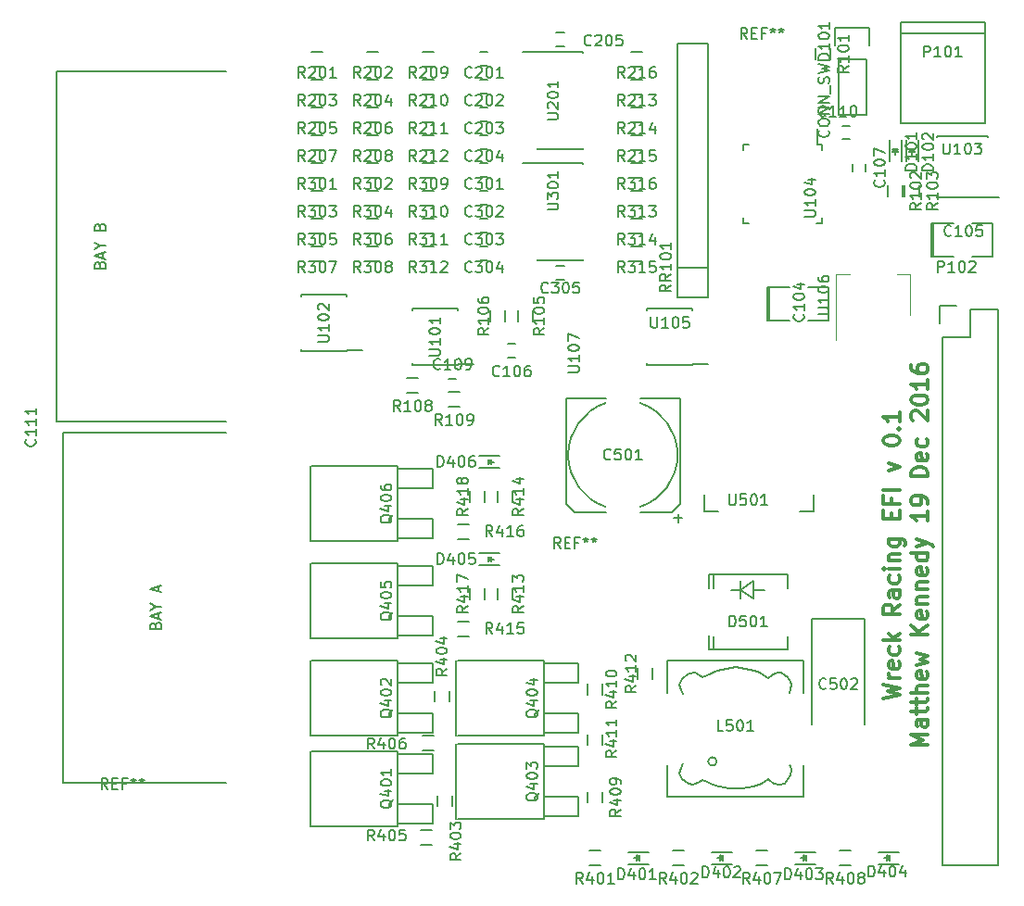
<source format=gto>
%TF.GenerationSoftware,KiCad,Pcbnew,4.0.4-stable*%
%TF.CreationDate,2016-12-19T18:11:36-10:00*%
%TF.ProjectId,de0-cv-shield,6465302D63762D736869656C642E6B69,rev?*%
%TF.FileFunction,Legend,Top*%
%FSLAX46Y46*%
G04 Gerber Fmt 4.6, Leading zero omitted, Abs format (unit mm)*
G04 Created by KiCad (PCBNEW 4.0.4-stable) date 12/19/16 18:11:36*
%MOMM*%
%LPD*%
G01*
G04 APERTURE LIST*
%ADD10C,1.000760*%
%ADD11C,0.300000*%
%ADD12C,0.150000*%
%ADD13C,0.120000*%
G04 APERTURE END LIST*
D10*
D11*
X145731571Y-114961142D02*
X147231571Y-114603999D01*
X146160143Y-114318285D01*
X147231571Y-114032571D01*
X145731571Y-113675428D01*
X147231571Y-113103999D02*
X146231571Y-113103999D01*
X146517286Y-113103999D02*
X146374429Y-113032571D01*
X146303000Y-112961142D01*
X146231571Y-112818285D01*
X146231571Y-112675428D01*
X147160143Y-111604000D02*
X147231571Y-111746857D01*
X147231571Y-112032571D01*
X147160143Y-112175428D01*
X147017286Y-112246857D01*
X146445857Y-112246857D01*
X146303000Y-112175428D01*
X146231571Y-112032571D01*
X146231571Y-111746857D01*
X146303000Y-111604000D01*
X146445857Y-111532571D01*
X146588714Y-111532571D01*
X146731571Y-112246857D01*
X147160143Y-110246857D02*
X147231571Y-110389714D01*
X147231571Y-110675428D01*
X147160143Y-110818286D01*
X147088714Y-110889714D01*
X146945857Y-110961143D01*
X146517286Y-110961143D01*
X146374429Y-110889714D01*
X146303000Y-110818286D01*
X146231571Y-110675428D01*
X146231571Y-110389714D01*
X146303000Y-110246857D01*
X147231571Y-109604000D02*
X145731571Y-109604000D01*
X146660143Y-109461143D02*
X147231571Y-109032572D01*
X146231571Y-109032572D02*
X146803000Y-109604000D01*
X147231571Y-106389714D02*
X146517286Y-106889714D01*
X147231571Y-107246857D02*
X145731571Y-107246857D01*
X145731571Y-106675429D01*
X145803000Y-106532571D01*
X145874429Y-106461143D01*
X146017286Y-106389714D01*
X146231571Y-106389714D01*
X146374429Y-106461143D01*
X146445857Y-106532571D01*
X146517286Y-106675429D01*
X146517286Y-107246857D01*
X147231571Y-105104000D02*
X146445857Y-105104000D01*
X146303000Y-105175429D01*
X146231571Y-105318286D01*
X146231571Y-105604000D01*
X146303000Y-105746857D01*
X147160143Y-105104000D02*
X147231571Y-105246857D01*
X147231571Y-105604000D01*
X147160143Y-105746857D01*
X147017286Y-105818286D01*
X146874429Y-105818286D01*
X146731571Y-105746857D01*
X146660143Y-105604000D01*
X146660143Y-105246857D01*
X146588714Y-105104000D01*
X147160143Y-103746857D02*
X147231571Y-103889714D01*
X147231571Y-104175428D01*
X147160143Y-104318286D01*
X147088714Y-104389714D01*
X146945857Y-104461143D01*
X146517286Y-104461143D01*
X146374429Y-104389714D01*
X146303000Y-104318286D01*
X146231571Y-104175428D01*
X146231571Y-103889714D01*
X146303000Y-103746857D01*
X147231571Y-103104000D02*
X146231571Y-103104000D01*
X145731571Y-103104000D02*
X145803000Y-103175429D01*
X145874429Y-103104000D01*
X145803000Y-103032572D01*
X145731571Y-103104000D01*
X145874429Y-103104000D01*
X146231571Y-102389714D02*
X147231571Y-102389714D01*
X146374429Y-102389714D02*
X146303000Y-102318286D01*
X146231571Y-102175428D01*
X146231571Y-101961143D01*
X146303000Y-101818286D01*
X146445857Y-101746857D01*
X147231571Y-101746857D01*
X146231571Y-100389714D02*
X147445857Y-100389714D01*
X147588714Y-100461143D01*
X147660143Y-100532571D01*
X147731571Y-100675428D01*
X147731571Y-100889714D01*
X147660143Y-101032571D01*
X147160143Y-100389714D02*
X147231571Y-100532571D01*
X147231571Y-100818285D01*
X147160143Y-100961143D01*
X147088714Y-101032571D01*
X146945857Y-101104000D01*
X146517286Y-101104000D01*
X146374429Y-101032571D01*
X146303000Y-100961143D01*
X146231571Y-100818285D01*
X146231571Y-100532571D01*
X146303000Y-100389714D01*
X146445857Y-98532571D02*
X146445857Y-98032571D01*
X147231571Y-97818285D02*
X147231571Y-98532571D01*
X145731571Y-98532571D01*
X145731571Y-97818285D01*
X146445857Y-96675428D02*
X146445857Y-97175428D01*
X147231571Y-97175428D02*
X145731571Y-97175428D01*
X145731571Y-96461142D01*
X147231571Y-95889714D02*
X145731571Y-95889714D01*
X146231571Y-94175428D02*
X147231571Y-93818285D01*
X146231571Y-93461143D01*
X145731571Y-91461143D02*
X145731571Y-91318286D01*
X145803000Y-91175429D01*
X145874429Y-91104000D01*
X146017286Y-91032571D01*
X146303000Y-90961143D01*
X146660143Y-90961143D01*
X146945857Y-91032571D01*
X147088714Y-91104000D01*
X147160143Y-91175429D01*
X147231571Y-91318286D01*
X147231571Y-91461143D01*
X147160143Y-91604000D01*
X147088714Y-91675429D01*
X146945857Y-91746857D01*
X146660143Y-91818286D01*
X146303000Y-91818286D01*
X146017286Y-91746857D01*
X145874429Y-91675429D01*
X145803000Y-91604000D01*
X145731571Y-91461143D01*
X147088714Y-90318286D02*
X147160143Y-90246858D01*
X147231571Y-90318286D01*
X147160143Y-90389715D01*
X147088714Y-90318286D01*
X147231571Y-90318286D01*
X147231571Y-88818286D02*
X147231571Y-89675429D01*
X147231571Y-89246857D02*
X145731571Y-89246857D01*
X145945857Y-89389714D01*
X146088714Y-89532572D01*
X146160143Y-89675429D01*
X149781571Y-119246855D02*
X148281571Y-119246855D01*
X149353000Y-118746855D01*
X148281571Y-118246855D01*
X149781571Y-118246855D01*
X149781571Y-116889712D02*
X148995857Y-116889712D01*
X148853000Y-116961141D01*
X148781571Y-117103998D01*
X148781571Y-117389712D01*
X148853000Y-117532569D01*
X149710143Y-116889712D02*
X149781571Y-117032569D01*
X149781571Y-117389712D01*
X149710143Y-117532569D01*
X149567286Y-117603998D01*
X149424429Y-117603998D01*
X149281571Y-117532569D01*
X149210143Y-117389712D01*
X149210143Y-117032569D01*
X149138714Y-116889712D01*
X148781571Y-116389712D02*
X148781571Y-115818283D01*
X148281571Y-116175426D02*
X149567286Y-116175426D01*
X149710143Y-116103998D01*
X149781571Y-115961140D01*
X149781571Y-115818283D01*
X148781571Y-115532569D02*
X148781571Y-114961140D01*
X148281571Y-115318283D02*
X149567286Y-115318283D01*
X149710143Y-115246855D01*
X149781571Y-115103997D01*
X149781571Y-114961140D01*
X149781571Y-114461140D02*
X148281571Y-114461140D01*
X149781571Y-113818283D02*
X148995857Y-113818283D01*
X148853000Y-113889712D01*
X148781571Y-114032569D01*
X148781571Y-114246854D01*
X148853000Y-114389712D01*
X148924429Y-114461140D01*
X149710143Y-112532569D02*
X149781571Y-112675426D01*
X149781571Y-112961140D01*
X149710143Y-113103997D01*
X149567286Y-113175426D01*
X148995857Y-113175426D01*
X148853000Y-113103997D01*
X148781571Y-112961140D01*
X148781571Y-112675426D01*
X148853000Y-112532569D01*
X148995857Y-112461140D01*
X149138714Y-112461140D01*
X149281571Y-113175426D01*
X148781571Y-111961140D02*
X149781571Y-111675426D01*
X149067286Y-111389712D01*
X149781571Y-111103997D01*
X148781571Y-110818283D01*
X149781571Y-109103997D02*
X148281571Y-109103997D01*
X149781571Y-108246854D02*
X148924429Y-108889711D01*
X148281571Y-108246854D02*
X149138714Y-109103997D01*
X149710143Y-107032569D02*
X149781571Y-107175426D01*
X149781571Y-107461140D01*
X149710143Y-107603997D01*
X149567286Y-107675426D01*
X148995857Y-107675426D01*
X148853000Y-107603997D01*
X148781571Y-107461140D01*
X148781571Y-107175426D01*
X148853000Y-107032569D01*
X148995857Y-106961140D01*
X149138714Y-106961140D01*
X149281571Y-107675426D01*
X148781571Y-106318283D02*
X149781571Y-106318283D01*
X148924429Y-106318283D02*
X148853000Y-106246855D01*
X148781571Y-106103997D01*
X148781571Y-105889712D01*
X148853000Y-105746855D01*
X148995857Y-105675426D01*
X149781571Y-105675426D01*
X148781571Y-104961140D02*
X149781571Y-104961140D01*
X148924429Y-104961140D02*
X148853000Y-104889712D01*
X148781571Y-104746854D01*
X148781571Y-104532569D01*
X148853000Y-104389712D01*
X148995857Y-104318283D01*
X149781571Y-104318283D01*
X149710143Y-103032569D02*
X149781571Y-103175426D01*
X149781571Y-103461140D01*
X149710143Y-103603997D01*
X149567286Y-103675426D01*
X148995857Y-103675426D01*
X148853000Y-103603997D01*
X148781571Y-103461140D01*
X148781571Y-103175426D01*
X148853000Y-103032569D01*
X148995857Y-102961140D01*
X149138714Y-102961140D01*
X149281571Y-103675426D01*
X149781571Y-101675426D02*
X148281571Y-101675426D01*
X149710143Y-101675426D02*
X149781571Y-101818283D01*
X149781571Y-102103997D01*
X149710143Y-102246855D01*
X149638714Y-102318283D01*
X149495857Y-102389712D01*
X149067286Y-102389712D01*
X148924429Y-102318283D01*
X148853000Y-102246855D01*
X148781571Y-102103997D01*
X148781571Y-101818283D01*
X148853000Y-101675426D01*
X148781571Y-101103997D02*
X149781571Y-100746854D01*
X148781571Y-100389712D02*
X149781571Y-100746854D01*
X150138714Y-100889712D01*
X150210143Y-100961140D01*
X150281571Y-101103997D01*
X149781571Y-97889712D02*
X149781571Y-98746855D01*
X149781571Y-98318283D02*
X148281571Y-98318283D01*
X148495857Y-98461140D01*
X148638714Y-98603998D01*
X148710143Y-98746855D01*
X149781571Y-97175427D02*
X149781571Y-96889712D01*
X149710143Y-96746855D01*
X149638714Y-96675427D01*
X149424429Y-96532569D01*
X149138714Y-96461141D01*
X148567286Y-96461141D01*
X148424429Y-96532569D01*
X148353000Y-96603998D01*
X148281571Y-96746855D01*
X148281571Y-97032569D01*
X148353000Y-97175427D01*
X148424429Y-97246855D01*
X148567286Y-97318284D01*
X148924429Y-97318284D01*
X149067286Y-97246855D01*
X149138714Y-97175427D01*
X149210143Y-97032569D01*
X149210143Y-96746855D01*
X149138714Y-96603998D01*
X149067286Y-96532569D01*
X148924429Y-96461141D01*
X149781571Y-94675427D02*
X148281571Y-94675427D01*
X148281571Y-94318284D01*
X148353000Y-94103999D01*
X148495857Y-93961141D01*
X148638714Y-93889713D01*
X148924429Y-93818284D01*
X149138714Y-93818284D01*
X149424429Y-93889713D01*
X149567286Y-93961141D01*
X149710143Y-94103999D01*
X149781571Y-94318284D01*
X149781571Y-94675427D01*
X149710143Y-92603999D02*
X149781571Y-92746856D01*
X149781571Y-93032570D01*
X149710143Y-93175427D01*
X149567286Y-93246856D01*
X148995857Y-93246856D01*
X148853000Y-93175427D01*
X148781571Y-93032570D01*
X148781571Y-92746856D01*
X148853000Y-92603999D01*
X148995857Y-92532570D01*
X149138714Y-92532570D01*
X149281571Y-93246856D01*
X149710143Y-91246856D02*
X149781571Y-91389713D01*
X149781571Y-91675427D01*
X149710143Y-91818285D01*
X149638714Y-91889713D01*
X149495857Y-91961142D01*
X149067286Y-91961142D01*
X148924429Y-91889713D01*
X148853000Y-91818285D01*
X148781571Y-91675427D01*
X148781571Y-91389713D01*
X148853000Y-91246856D01*
X148424429Y-89532571D02*
X148353000Y-89461142D01*
X148281571Y-89318285D01*
X148281571Y-88961142D01*
X148353000Y-88818285D01*
X148424429Y-88746856D01*
X148567286Y-88675428D01*
X148710143Y-88675428D01*
X148924429Y-88746856D01*
X149781571Y-89603999D01*
X149781571Y-88675428D01*
X148281571Y-87746857D02*
X148281571Y-87604000D01*
X148353000Y-87461143D01*
X148424429Y-87389714D01*
X148567286Y-87318285D01*
X148853000Y-87246857D01*
X149210143Y-87246857D01*
X149495857Y-87318285D01*
X149638714Y-87389714D01*
X149710143Y-87461143D01*
X149781571Y-87604000D01*
X149781571Y-87746857D01*
X149710143Y-87889714D01*
X149638714Y-87961143D01*
X149495857Y-88032571D01*
X149210143Y-88104000D01*
X148853000Y-88104000D01*
X148567286Y-88032571D01*
X148424429Y-87961143D01*
X148353000Y-87889714D01*
X148281571Y-87746857D01*
X149781571Y-85818286D02*
X149781571Y-86675429D01*
X149781571Y-86246857D02*
X148281571Y-86246857D01*
X148495857Y-86389714D01*
X148638714Y-86532572D01*
X148710143Y-86675429D01*
X148281571Y-84532572D02*
X148281571Y-84818286D01*
X148353000Y-84961143D01*
X148424429Y-85032572D01*
X148638714Y-85175429D01*
X148924429Y-85246858D01*
X149495857Y-85246858D01*
X149638714Y-85175429D01*
X149710143Y-85104001D01*
X149781571Y-84961143D01*
X149781571Y-84675429D01*
X149710143Y-84532572D01*
X149638714Y-84461143D01*
X149495857Y-84389715D01*
X149138714Y-84389715D01*
X148995857Y-84461143D01*
X148924429Y-84532572D01*
X148853000Y-84675429D01*
X148853000Y-84961143D01*
X148924429Y-85104001D01*
X148995857Y-85175429D01*
X149138714Y-85246858D01*
D12*
X130500194Y-120728740D02*
G75*
G03X130500194Y-120728740I-391234J0D01*
G01*
X137109200Y-121028460D02*
X137210800Y-121130060D01*
X137210800Y-121130060D02*
X137309860Y-121528840D01*
X137309860Y-121528840D02*
X137210800Y-122029220D01*
X137210800Y-122029220D02*
X137010140Y-122328940D01*
X137010140Y-122328940D02*
X136710420Y-122730260D01*
X136710420Y-122730260D02*
X136210040Y-122829320D01*
X136210040Y-122829320D02*
X135709660Y-122730260D01*
X135709660Y-122730260D02*
X135308340Y-122428000D01*
X135308340Y-122428000D02*
X135209280Y-122328940D01*
X135209280Y-122328940D02*
X134609840Y-122730260D01*
X134609840Y-122730260D02*
X133809740Y-123029980D01*
X133809740Y-123029980D02*
X132808980Y-123228100D01*
X132808980Y-123228100D02*
X131610100Y-123228100D01*
X131610100Y-123228100D02*
X130708400Y-123029980D01*
X130708400Y-123029980D02*
X130108960Y-122829320D01*
X130108960Y-122829320D02*
X129608580Y-122628660D01*
X129608580Y-122628660D02*
X129209800Y-122428000D01*
X129209800Y-122428000D02*
X128910080Y-122628660D01*
X128910080Y-122628660D02*
X128310640Y-122829320D01*
X128310640Y-122829320D02*
X127909320Y-122730260D01*
X127909320Y-122730260D02*
X127609600Y-122529600D01*
X127609600Y-122529600D02*
X127309880Y-122328940D01*
X127309880Y-122328940D02*
X127109220Y-121828560D01*
X127109220Y-121828560D02*
X127208280Y-121328180D01*
X127208280Y-121328180D02*
X127408940Y-120929400D01*
X137109200Y-114429540D02*
X137210800Y-114129820D01*
X137210800Y-114129820D02*
X137309860Y-113728500D01*
X137309860Y-113728500D02*
X137210800Y-113428780D01*
X137210800Y-113428780D02*
X137010140Y-113030000D01*
X137010140Y-113030000D02*
X136710420Y-112829340D01*
X136710420Y-112829340D02*
X136410700Y-112628680D01*
X136410700Y-112628680D02*
X136108440Y-112628680D01*
X136108440Y-112628680D02*
X135808720Y-112727740D01*
X135808720Y-112727740D02*
X135509000Y-112829340D01*
X135509000Y-112829340D02*
X135209280Y-113129060D01*
X135209280Y-113129060D02*
X134810500Y-112829340D01*
X134810500Y-112829340D02*
X134409180Y-112628680D01*
X134409180Y-112628680D02*
X133908800Y-112428020D01*
X133908800Y-112428020D02*
X133108700Y-112229900D01*
X133108700Y-112229900D02*
X132209540Y-112128300D01*
X132209540Y-112128300D02*
X131409440Y-112229900D01*
X131409440Y-112229900D02*
X130510280Y-112428020D01*
X130510280Y-112428020D02*
X129608580Y-112829340D01*
X129608580Y-112829340D02*
X129209800Y-113030000D01*
X129209800Y-113030000D02*
X128910080Y-112829340D01*
X128910080Y-112829340D02*
X128508760Y-112628680D01*
X128508760Y-112628680D02*
X128008380Y-112727740D01*
X128008380Y-112727740D02*
X127609600Y-112928400D01*
X127609600Y-112928400D02*
X127309880Y-113228120D01*
X127309880Y-113228120D02*
X127109220Y-113728500D01*
X127109220Y-113728500D02*
X127208280Y-114228880D01*
X127208280Y-114228880D02*
X127408940Y-114528600D01*
X126009400Y-121028460D02*
X126009400Y-123929140D01*
X126009400Y-123929140D02*
X138409680Y-123929140D01*
X138409680Y-123929140D02*
X138409680Y-121028460D01*
X138409680Y-111528860D02*
X126009400Y-111528860D01*
X126009400Y-111528860D02*
X126009400Y-114429540D01*
X138409680Y-111528860D02*
X138409680Y-114429540D01*
X135128000Y-77343000D02*
X135128000Y-80391000D01*
X138811000Y-80391000D02*
X140716000Y-80391000D01*
X140716000Y-80391000D02*
X140716000Y-77343000D01*
X140716000Y-77343000D02*
X138811000Y-77343000D01*
X137160000Y-77343000D02*
X135128000Y-77343000D01*
X135328000Y-77343000D02*
X135328000Y-80391000D01*
X135128000Y-80391000D02*
X137160000Y-80391000D01*
X150114000Y-71501000D02*
X150114000Y-74549000D01*
X153797000Y-74549000D02*
X155702000Y-74549000D01*
X155702000Y-74549000D02*
X155702000Y-71501000D01*
X155702000Y-71501000D02*
X153797000Y-71501000D01*
X152146000Y-71501000D02*
X150114000Y-71501000D01*
X150314000Y-71501000D02*
X150314000Y-74549000D01*
X150114000Y-74549000D02*
X152146000Y-74549000D01*
X112110000Y-83785000D02*
X111410000Y-83785000D01*
X111410000Y-82585000D02*
X112110000Y-82585000D01*
X108870000Y-55915000D02*
X109570000Y-55915000D01*
X109570000Y-57115000D02*
X108870000Y-57115000D01*
X108870000Y-58455000D02*
X109570000Y-58455000D01*
X109570000Y-59655000D02*
X108870000Y-59655000D01*
X108870000Y-60995000D02*
X109570000Y-60995000D01*
X109570000Y-62195000D02*
X108870000Y-62195000D01*
X108870000Y-63535000D02*
X109570000Y-63535000D01*
X109570000Y-64735000D02*
X108870000Y-64735000D01*
X115855000Y-54137000D02*
X116555000Y-54137000D01*
X116555000Y-55337000D02*
X115855000Y-55337000D01*
X108870000Y-66075000D02*
X109570000Y-66075000D01*
X109570000Y-67275000D02*
X108870000Y-67275000D01*
X108870000Y-68615000D02*
X109570000Y-68615000D01*
X109570000Y-69815000D02*
X108870000Y-69815000D01*
X108870000Y-71155000D02*
X109570000Y-71155000D01*
X109570000Y-72355000D02*
X108870000Y-72355000D01*
X108870000Y-73695000D02*
X109570000Y-73695000D01*
X109570000Y-74895000D02*
X108870000Y-74895000D01*
X115855000Y-75473000D02*
X116555000Y-75473000D01*
X116555000Y-76673000D02*
X115855000Y-76673000D01*
X117475000Y-97917000D02*
X120357900Y-97917000D01*
X126365000Y-97917000D02*
X123482100Y-97917000D01*
X127127000Y-87503000D02*
X123482100Y-87503000D01*
X116713000Y-87503000D02*
X120357900Y-87503000D01*
X123482100Y-97459800D02*
G75*
G03X123482100Y-87960200I-1562100J4749800D01*
G01*
X120357900Y-87960200D02*
G75*
G03X120357900Y-97459800I1562100J-4749800D01*
G01*
X127127000Y-87503000D02*
X127127000Y-97155000D01*
X127127000Y-97155000D02*
X126365000Y-97917000D01*
X117475000Y-97917000D02*
X116713000Y-97155000D01*
X116713000Y-97155000D02*
X116713000Y-87503000D01*
X144005000Y-107715000D02*
X144005000Y-117315000D01*
X139205000Y-107715000D02*
X139205000Y-117315000D01*
X144005000Y-107715000D02*
X139205000Y-107715000D01*
X141605000Y-56515000D02*
X141605000Y-61595000D01*
X141605000Y-61595000D02*
X144145000Y-61595000D01*
X144145000Y-61595000D02*
X144145000Y-56515000D01*
X144425000Y-53695000D02*
X144425000Y-55245000D01*
X144145000Y-56515000D02*
X141605000Y-56515000D01*
X141325000Y-55245000D02*
X141325000Y-53695000D01*
X141325000Y-53695000D02*
X144425000Y-53695000D01*
X124290000Y-128990000D02*
X122390000Y-128990000D01*
X124290000Y-130090000D02*
X122390000Y-130090000D01*
X123390000Y-129540000D02*
X122940000Y-129540000D01*
X123440000Y-129790000D02*
X123440000Y-129290000D01*
X123440000Y-129540000D02*
X123190000Y-129790000D01*
X123190000Y-129790000D02*
X123190000Y-129290000D01*
X123190000Y-129290000D02*
X123440000Y-129540000D01*
X131910000Y-128990000D02*
X130010000Y-128990000D01*
X131910000Y-130090000D02*
X130010000Y-130090000D01*
X131010000Y-129540000D02*
X130560000Y-129540000D01*
X131060000Y-129790000D02*
X131060000Y-129290000D01*
X131060000Y-129540000D02*
X130810000Y-129790000D01*
X130810000Y-129790000D02*
X130810000Y-129290000D01*
X130810000Y-129290000D02*
X131060000Y-129540000D01*
X139530000Y-128990000D02*
X137630000Y-128990000D01*
X139530000Y-130090000D02*
X137630000Y-130090000D01*
X138630000Y-129540000D02*
X138180000Y-129540000D01*
X138680000Y-129790000D02*
X138680000Y-129290000D01*
X138680000Y-129540000D02*
X138430000Y-129790000D01*
X138430000Y-129790000D02*
X138430000Y-129290000D01*
X138430000Y-129290000D02*
X138680000Y-129540000D01*
X147150000Y-128990000D02*
X145250000Y-128990000D01*
X147150000Y-130090000D02*
X145250000Y-130090000D01*
X146250000Y-129540000D02*
X145800000Y-129540000D01*
X146300000Y-129790000D02*
X146300000Y-129290000D01*
X146300000Y-129540000D02*
X146050000Y-129790000D01*
X146050000Y-129790000D02*
X146050000Y-129290000D01*
X146050000Y-129290000D02*
X146300000Y-129540000D01*
X108755000Y-102785000D02*
X110655000Y-102785000D01*
X108755000Y-101685000D02*
X110655000Y-101685000D01*
X109655000Y-102235000D02*
X110105000Y-102235000D01*
X109605000Y-101985000D02*
X109605000Y-102485000D01*
X109605000Y-102235000D02*
X109855000Y-101985000D01*
X109855000Y-101985000D02*
X109855000Y-102485000D01*
X109855000Y-102485000D02*
X109605000Y-102235000D01*
X108755000Y-93895000D02*
X110655000Y-93895000D01*
X108755000Y-92795000D02*
X110655000Y-92795000D01*
X109655000Y-93345000D02*
X110105000Y-93345000D01*
X109605000Y-93095000D02*
X109605000Y-93595000D01*
X109605000Y-93345000D02*
X109855000Y-93095000D01*
X109855000Y-93095000D02*
X109855000Y-93595000D01*
X109855000Y-93595000D02*
X109605000Y-93345000D01*
X156210000Y-130175000D02*
X156210000Y-79375000D01*
X151130000Y-81915000D02*
X151130000Y-130175000D01*
X156210000Y-130175000D02*
X151130000Y-130175000D01*
X156210000Y-79375000D02*
X153670000Y-79375000D01*
X152400000Y-79095000D02*
X150850000Y-79095000D01*
X153670000Y-79375000D02*
X153670000Y-81915000D01*
X153670000Y-81915000D02*
X151130000Y-81915000D01*
X150850000Y-79095000D02*
X150850000Y-80645000D01*
X101346000Y-121793000D02*
X104521000Y-121793000D01*
X104521000Y-121793000D02*
X104521000Y-120015000D01*
X104521000Y-120015000D02*
X101346000Y-120015000D01*
X101346000Y-126365000D02*
X104521000Y-126365000D01*
X104521000Y-126365000D02*
X104521000Y-124587000D01*
X104521000Y-124587000D02*
X101346000Y-124587000D01*
X95250000Y-119761000D02*
X101346000Y-119761000D01*
X101346000Y-119761000D02*
X101346000Y-126619000D01*
X101346000Y-126619000D02*
X93472000Y-126619000D01*
X93345000Y-126619000D02*
X93345000Y-119761000D01*
X93472000Y-119761000D02*
X95250000Y-119761000D01*
X101346000Y-113538000D02*
X104521000Y-113538000D01*
X104521000Y-113538000D02*
X104521000Y-111760000D01*
X104521000Y-111760000D02*
X101346000Y-111760000D01*
X101346000Y-118110000D02*
X104521000Y-118110000D01*
X104521000Y-118110000D02*
X104521000Y-116332000D01*
X104521000Y-116332000D02*
X101346000Y-116332000D01*
X95250000Y-111506000D02*
X101346000Y-111506000D01*
X101346000Y-111506000D02*
X101346000Y-118364000D01*
X101346000Y-118364000D02*
X93472000Y-118364000D01*
X93345000Y-118364000D02*
X93345000Y-111506000D01*
X93472000Y-111506000D02*
X95250000Y-111506000D01*
X114681000Y-121158000D02*
X117856000Y-121158000D01*
X117856000Y-121158000D02*
X117856000Y-119380000D01*
X117856000Y-119380000D02*
X114681000Y-119380000D01*
X114681000Y-125730000D02*
X117856000Y-125730000D01*
X117856000Y-125730000D02*
X117856000Y-123952000D01*
X117856000Y-123952000D02*
X114681000Y-123952000D01*
X108585000Y-119126000D02*
X114681000Y-119126000D01*
X114681000Y-119126000D02*
X114681000Y-125984000D01*
X114681000Y-125984000D02*
X106807000Y-125984000D01*
X106680000Y-125984000D02*
X106680000Y-119126000D01*
X106807000Y-119126000D02*
X108585000Y-119126000D01*
X114681000Y-113538000D02*
X117856000Y-113538000D01*
X117856000Y-113538000D02*
X117856000Y-111760000D01*
X117856000Y-111760000D02*
X114681000Y-111760000D01*
X114681000Y-118110000D02*
X117856000Y-118110000D01*
X117856000Y-118110000D02*
X117856000Y-116332000D01*
X117856000Y-116332000D02*
X114681000Y-116332000D01*
X108585000Y-111506000D02*
X114681000Y-111506000D01*
X114681000Y-111506000D02*
X114681000Y-118364000D01*
X114681000Y-118364000D02*
X106807000Y-118364000D01*
X106680000Y-118364000D02*
X106680000Y-111506000D01*
X106807000Y-111506000D02*
X108585000Y-111506000D01*
X101346000Y-104648000D02*
X104521000Y-104648000D01*
X104521000Y-104648000D02*
X104521000Y-102870000D01*
X104521000Y-102870000D02*
X101346000Y-102870000D01*
X101346000Y-109220000D02*
X104521000Y-109220000D01*
X104521000Y-109220000D02*
X104521000Y-107442000D01*
X104521000Y-107442000D02*
X101346000Y-107442000D01*
X95250000Y-102616000D02*
X101346000Y-102616000D01*
X101346000Y-102616000D02*
X101346000Y-109474000D01*
X101346000Y-109474000D02*
X93472000Y-109474000D01*
X93345000Y-109474000D02*
X93345000Y-102616000D01*
X93472000Y-102616000D02*
X95250000Y-102616000D01*
X101346000Y-95758000D02*
X104521000Y-95758000D01*
X104521000Y-95758000D02*
X104521000Y-93980000D01*
X104521000Y-93980000D02*
X101346000Y-93980000D01*
X101346000Y-100330000D02*
X104521000Y-100330000D01*
X104521000Y-100330000D02*
X104521000Y-98552000D01*
X104521000Y-98552000D02*
X101346000Y-98552000D01*
X95250000Y-93726000D02*
X101346000Y-93726000D01*
X101346000Y-93726000D02*
X101346000Y-100584000D01*
X101346000Y-100584000D02*
X93472000Y-100584000D01*
X93345000Y-100584000D02*
X93345000Y-93726000D01*
X93472000Y-93726000D02*
X95250000Y-93726000D01*
X113705000Y-79510000D02*
X113705000Y-80510000D01*
X112355000Y-80510000D02*
X112355000Y-79510000D01*
X111165000Y-79510000D02*
X111165000Y-80510000D01*
X109815000Y-80510000D02*
X109815000Y-79510000D01*
X94480000Y-57190000D02*
X93480000Y-57190000D01*
X93480000Y-55840000D02*
X94480000Y-55840000D01*
X98560000Y-55840000D02*
X99560000Y-55840000D01*
X99560000Y-57190000D02*
X98560000Y-57190000D01*
X94480000Y-59730000D02*
X93480000Y-59730000D01*
X93480000Y-58380000D02*
X94480000Y-58380000D01*
X98560000Y-58380000D02*
X99560000Y-58380000D01*
X99560000Y-59730000D02*
X98560000Y-59730000D01*
X94480000Y-62270000D02*
X93480000Y-62270000D01*
X93480000Y-60920000D02*
X94480000Y-60920000D01*
X98560000Y-60920000D02*
X99560000Y-60920000D01*
X99560000Y-62270000D02*
X98560000Y-62270000D01*
X94480000Y-64810000D02*
X93480000Y-64810000D01*
X93480000Y-63460000D02*
X94480000Y-63460000D01*
X98560000Y-63460000D02*
X99560000Y-63460000D01*
X99560000Y-64810000D02*
X98560000Y-64810000D01*
X103640000Y-55840000D02*
X104640000Y-55840000D01*
X104640000Y-57190000D02*
X103640000Y-57190000D01*
X103640000Y-58380000D02*
X104640000Y-58380000D01*
X104640000Y-59730000D02*
X103640000Y-59730000D01*
X103640000Y-60920000D02*
X104640000Y-60920000D01*
X104640000Y-62270000D02*
X103640000Y-62270000D01*
X103640000Y-63460000D02*
X104640000Y-63460000D01*
X104640000Y-64810000D02*
X103640000Y-64810000D01*
X123690000Y-59730000D02*
X122690000Y-59730000D01*
X122690000Y-58380000D02*
X123690000Y-58380000D01*
X123690000Y-62270000D02*
X122690000Y-62270000D01*
X122690000Y-60920000D02*
X123690000Y-60920000D01*
X123690000Y-64810000D02*
X122690000Y-64810000D01*
X122690000Y-63460000D02*
X123690000Y-63460000D01*
X123690000Y-57190000D02*
X122690000Y-57190000D01*
X122690000Y-55840000D02*
X123690000Y-55840000D01*
X94480000Y-67350000D02*
X93480000Y-67350000D01*
X93480000Y-66000000D02*
X94480000Y-66000000D01*
X98560000Y-66000000D02*
X99560000Y-66000000D01*
X99560000Y-67350000D02*
X98560000Y-67350000D01*
X94480000Y-69890000D02*
X93480000Y-69890000D01*
X93480000Y-68540000D02*
X94480000Y-68540000D01*
X98560000Y-68540000D02*
X99560000Y-68540000D01*
X99560000Y-69890000D02*
X98560000Y-69890000D01*
X94480000Y-72430000D02*
X93480000Y-72430000D01*
X93480000Y-71080000D02*
X94480000Y-71080000D01*
X98560000Y-71080000D02*
X99560000Y-71080000D01*
X99560000Y-72430000D02*
X98560000Y-72430000D01*
X94480000Y-74970000D02*
X93480000Y-74970000D01*
X93480000Y-73620000D02*
X94480000Y-73620000D01*
X98560000Y-73620000D02*
X99560000Y-73620000D01*
X99560000Y-74970000D02*
X98560000Y-74970000D01*
X103640000Y-66000000D02*
X104640000Y-66000000D01*
X104640000Y-67350000D02*
X103640000Y-67350000D01*
X103640000Y-68540000D02*
X104640000Y-68540000D01*
X104640000Y-69890000D02*
X103640000Y-69890000D01*
X103640000Y-71080000D02*
X104640000Y-71080000D01*
X104640000Y-72430000D02*
X103640000Y-72430000D01*
X103640000Y-73620000D02*
X104640000Y-73620000D01*
X104640000Y-74970000D02*
X103640000Y-74970000D01*
X123690000Y-69890000D02*
X122690000Y-69890000D01*
X122690000Y-68540000D02*
X123690000Y-68540000D01*
X123690000Y-72430000D02*
X122690000Y-72430000D01*
X122690000Y-71080000D02*
X123690000Y-71080000D01*
X123690000Y-74970000D02*
X122690000Y-74970000D01*
X122690000Y-73620000D02*
X123690000Y-73620000D01*
X123690000Y-67350000D02*
X122690000Y-67350000D01*
X122690000Y-66000000D02*
X123690000Y-66000000D01*
X118880000Y-128865000D02*
X119880000Y-128865000D01*
X119880000Y-130215000D02*
X118880000Y-130215000D01*
X126500000Y-128865000D02*
X127500000Y-128865000D01*
X127500000Y-130215000D02*
X126500000Y-130215000D01*
X106339000Y-123833000D02*
X106339000Y-124833000D01*
X104989000Y-124833000D02*
X104989000Y-123833000D01*
X106085000Y-114265000D02*
X106085000Y-115265000D01*
X104735000Y-115265000D02*
X104735000Y-114265000D01*
X103470000Y-126960000D02*
X104470000Y-126960000D01*
X104470000Y-128310000D02*
X103470000Y-128310000D01*
X104640000Y-119674000D02*
X103640000Y-119674000D01*
X103640000Y-118324000D02*
X104640000Y-118324000D01*
X134120000Y-128865000D02*
X135120000Y-128865000D01*
X135120000Y-130215000D02*
X134120000Y-130215000D01*
X141740000Y-128865000D02*
X142740000Y-128865000D01*
X142740000Y-130215000D02*
X141740000Y-130215000D01*
X118705000Y-124495000D02*
X118705000Y-123495000D01*
X120055000Y-123495000D02*
X120055000Y-124495000D01*
X118705000Y-114630000D02*
X118705000Y-113630000D01*
X120055000Y-113630000D02*
X120055000Y-114630000D01*
X120055000Y-118245000D02*
X120055000Y-119245000D01*
X118705000Y-119245000D02*
X118705000Y-118245000D01*
X124627000Y-112192000D02*
X124627000Y-113192000D01*
X123277000Y-113192000D02*
X123277000Y-112192000D01*
X110450000Y-105910000D02*
X110450000Y-104910000D01*
X111800000Y-104910000D02*
X111800000Y-105910000D01*
X110450000Y-97020000D02*
X110450000Y-96020000D01*
X111800000Y-96020000D02*
X111800000Y-97020000D01*
X107815000Y-109260000D02*
X106815000Y-109260000D01*
X106815000Y-107910000D02*
X107815000Y-107910000D01*
X107815000Y-100370000D02*
X106815000Y-100370000D01*
X106815000Y-99020000D02*
X107815000Y-99020000D01*
X109260000Y-104910000D02*
X109260000Y-105910000D01*
X107910000Y-105910000D02*
X107910000Y-104910000D01*
X109260000Y-96020000D02*
X109260000Y-97020000D01*
X107910000Y-97020000D02*
X107910000Y-96020000D01*
X126870000Y-78275000D02*
X129670000Y-78275000D01*
X129670000Y-78275000D02*
X129670000Y-55075000D01*
X129670000Y-55075000D02*
X126870000Y-55075000D01*
X126870000Y-55075000D02*
X126870000Y-78275000D01*
X126870000Y-75565000D02*
X129670000Y-75565000D01*
X106850000Y-84490000D02*
X106850000Y-84440000D01*
X102700000Y-84490000D02*
X102700000Y-84345000D01*
X102700000Y-79340000D02*
X102700000Y-79485000D01*
X106850000Y-79340000D02*
X106850000Y-79485000D01*
X106850000Y-84490000D02*
X102700000Y-84490000D01*
X106850000Y-79340000D02*
X102700000Y-79340000D01*
X106850000Y-84440000D02*
X108250000Y-84440000D01*
X96690000Y-83220000D02*
X96690000Y-83170000D01*
X92540000Y-83220000D02*
X92540000Y-83075000D01*
X92540000Y-78070000D02*
X92540000Y-78215000D01*
X96690000Y-78070000D02*
X96690000Y-78215000D01*
X96690000Y-83220000D02*
X92540000Y-83220000D01*
X96690000Y-78070000D02*
X92540000Y-78070000D01*
X96690000Y-83170000D02*
X98090000Y-83170000D01*
X150608000Y-69135000D02*
X150608000Y-69035000D01*
X150583000Y-63610000D02*
X150583000Y-63635000D01*
X155233000Y-63610000D02*
X155233000Y-63635000D01*
X156308000Y-69135000D02*
X150608000Y-69135000D01*
X155233000Y-63610000D02*
X150583000Y-63610000D01*
X140150000Y-64320000D02*
X139700000Y-64320000D01*
X140150000Y-71570000D02*
X139625000Y-71570000D01*
X132900000Y-71570000D02*
X133425000Y-71570000D01*
X132900000Y-64320000D02*
X133425000Y-64320000D01*
X140150000Y-64320000D02*
X140150000Y-64845000D01*
X132900000Y-64320000D02*
X132900000Y-64845000D01*
X132900000Y-71570000D02*
X132900000Y-71045000D01*
X140150000Y-71570000D02*
X140150000Y-71045000D01*
X139700000Y-64320000D02*
X139700000Y-62945000D01*
X128280000Y-84490000D02*
X128280000Y-84440000D01*
X124130000Y-84490000D02*
X124130000Y-84345000D01*
X124130000Y-79340000D02*
X124130000Y-79485000D01*
X128280000Y-79340000D02*
X128280000Y-79485000D01*
X128280000Y-84490000D02*
X124130000Y-84490000D01*
X128280000Y-79340000D02*
X124130000Y-79340000D01*
X128280000Y-84440000D02*
X129680000Y-84440000D01*
X114130000Y-55875000D02*
X114130000Y-55900000D01*
X118280000Y-55875000D02*
X118280000Y-55990000D01*
X118280000Y-64775000D02*
X118280000Y-64660000D01*
X114130000Y-64775000D02*
X114130000Y-64660000D01*
X114130000Y-55875000D02*
X118280000Y-55875000D01*
X114130000Y-64775000D02*
X118280000Y-64775000D01*
X114130000Y-55900000D02*
X112755000Y-55900000D01*
X114130000Y-66035000D02*
X114130000Y-66060000D01*
X118280000Y-66035000D02*
X118280000Y-66150000D01*
X118280000Y-74935000D02*
X118280000Y-74820000D01*
X114130000Y-74935000D02*
X114130000Y-74820000D01*
X114130000Y-66035000D02*
X118280000Y-66035000D01*
X114130000Y-74935000D02*
X118280000Y-74935000D01*
X114130000Y-66060000D02*
X112755000Y-66060000D01*
X139366000Y-97836000D02*
X138116000Y-97836000D01*
X139366000Y-97836000D02*
X139366000Y-96336000D01*
X129366000Y-97836000D02*
X129366000Y-96336000D01*
X129366000Y-97836000D02*
X130616000Y-97836000D01*
X132700560Y-105062020D02*
X131798860Y-105062020D01*
X133851180Y-105062020D02*
X134849400Y-105062020D01*
X130200540Y-110462060D02*
X130200540Y-109260640D01*
X130200540Y-103659940D02*
X130200540Y-104861360D01*
X136949180Y-110462060D02*
X136949180Y-109260640D01*
X136949180Y-103659940D02*
X136949180Y-104861360D01*
X129750820Y-110462060D02*
X129750820Y-109209840D01*
X129750820Y-103659940D02*
X129750820Y-104912160D01*
X132700560Y-104261920D02*
X132700560Y-105862120D01*
X133851180Y-105811320D02*
X133851180Y-104261920D01*
X132700560Y-105062020D02*
X133851180Y-105811320D01*
X132700560Y-105062020D02*
X133851180Y-104261920D01*
X129750820Y-110462060D02*
X136949180Y-110462060D01*
X129750820Y-103659940D02*
X136949180Y-103659940D01*
X154980640Y-54185820D02*
X147279360Y-54185820D01*
X154980640Y-53185060D02*
X147279360Y-53185060D01*
X147279360Y-53185060D02*
X147279360Y-62384940D01*
X147279360Y-62384940D02*
X154980640Y-62384940D01*
X154980640Y-62384940D02*
X154980640Y-53185060D01*
X144110000Y-66132000D02*
X144110000Y-66832000D01*
X142910000Y-66832000D02*
X142910000Y-66132000D01*
X106010000Y-85760000D02*
X106710000Y-85760000D01*
X106710000Y-86960000D02*
X106010000Y-86960000D01*
X141956000Y-62646000D02*
X142656000Y-62646000D01*
X142656000Y-63846000D02*
X141956000Y-63846000D01*
X146262000Y-63936700D02*
X146262000Y-65836700D01*
X147362000Y-63936700D02*
X147362000Y-65836700D01*
X146812000Y-64836700D02*
X146812000Y-65286700D01*
X147062000Y-64786700D02*
X146562000Y-64786700D01*
X146812000Y-64786700D02*
X147062000Y-65036700D01*
X147062000Y-65036700D02*
X146562000Y-65036700D01*
X146562000Y-65036700D02*
X146812000Y-64786700D01*
X147786000Y-63936700D02*
X147786000Y-65836700D01*
X148886000Y-63936700D02*
X148886000Y-65836700D01*
X148336000Y-64836700D02*
X148336000Y-65286700D01*
X148586000Y-64786700D02*
X148086000Y-64786700D01*
X148336000Y-64786700D02*
X148586000Y-65036700D01*
X148586000Y-65036700D02*
X148086000Y-65036700D01*
X148086000Y-65036700D02*
X148336000Y-64786700D01*
X139533000Y-56550000D02*
X139533000Y-55550000D01*
X140883000Y-55550000D02*
X140883000Y-56550000D01*
X146137000Y-69080000D02*
X146137000Y-68080000D01*
X147487000Y-68080000D02*
X147487000Y-69080000D01*
X147661000Y-69080000D02*
X147661000Y-68080000D01*
X149011000Y-68080000D02*
X149011000Y-69080000D01*
X102200000Y-85685000D02*
X103200000Y-85685000D01*
X103200000Y-87035000D02*
X102200000Y-87035000D01*
X106010000Y-86955000D02*
X107010000Y-86955000D01*
X107010000Y-88305000D02*
X106010000Y-88305000D01*
X85645000Y-89630000D02*
X70145000Y-89630000D01*
X70145000Y-89630000D02*
X70145000Y-57690000D01*
X70145000Y-57690000D02*
X85645000Y-57690000D01*
X70745000Y-122650000D02*
X70745000Y-90710000D01*
X85645000Y-90710000D02*
X70745000Y-90710000D01*
X85645000Y-122650000D02*
X70745000Y-122650000D01*
D13*
X148190000Y-76195000D02*
X146930000Y-76195000D01*
X141370000Y-76195000D02*
X142630000Y-76195000D01*
X148190000Y-79955000D02*
X148190000Y-76195000D01*
X141370000Y-82205000D02*
X141370000Y-76195000D01*
D12*
X116209611Y-101235325D02*
X115876277Y-100759134D01*
X115638182Y-101235325D02*
X115638182Y-100235325D01*
X116019135Y-100235325D01*
X116114373Y-100282944D01*
X116161992Y-100330563D01*
X116209611Y-100425801D01*
X116209611Y-100568658D01*
X116161992Y-100663896D01*
X116114373Y-100711515D01*
X116019135Y-100759134D01*
X115638182Y-100759134D01*
X116638182Y-100711515D02*
X116971516Y-100711515D01*
X117114373Y-101235325D02*
X116638182Y-101235325D01*
X116638182Y-100235325D01*
X117114373Y-100235325D01*
X117876278Y-100711515D02*
X117542944Y-100711515D01*
X117542944Y-101235325D02*
X117542944Y-100235325D01*
X118019135Y-100235325D01*
X118542944Y-100235325D02*
X118542944Y-100473420D01*
X118304849Y-100378182D02*
X118542944Y-100473420D01*
X118781040Y-100378182D01*
X118400087Y-100663896D02*
X118542944Y-100473420D01*
X118685802Y-100663896D01*
X119304849Y-100235325D02*
X119304849Y-100473420D01*
X119066754Y-100378182D02*
X119304849Y-100473420D01*
X119542945Y-100378182D01*
X119161992Y-100663896D02*
X119304849Y-100473420D01*
X119447707Y-100663896D01*
X74866667Y-123252381D02*
X74533333Y-122776190D01*
X74295238Y-123252381D02*
X74295238Y-122252381D01*
X74676191Y-122252381D01*
X74771429Y-122300000D01*
X74819048Y-122347619D01*
X74866667Y-122442857D01*
X74866667Y-122585714D01*
X74819048Y-122680952D01*
X74771429Y-122728571D01*
X74676191Y-122776190D01*
X74295238Y-122776190D01*
X75295238Y-122728571D02*
X75628572Y-122728571D01*
X75771429Y-123252381D02*
X75295238Y-123252381D01*
X75295238Y-122252381D01*
X75771429Y-122252381D01*
X76533334Y-122728571D02*
X76200000Y-122728571D01*
X76200000Y-123252381D02*
X76200000Y-122252381D01*
X76676191Y-122252381D01*
X77200000Y-122252381D02*
X77200000Y-122490476D01*
X76961905Y-122395238D02*
X77200000Y-122490476D01*
X77438096Y-122395238D01*
X77057143Y-122680952D02*
X77200000Y-122490476D01*
X77342858Y-122680952D01*
X77961905Y-122252381D02*
X77961905Y-122490476D01*
X77723810Y-122395238D02*
X77961905Y-122490476D01*
X78200001Y-122395238D01*
X77819048Y-122680952D02*
X77961905Y-122490476D01*
X78104763Y-122680952D01*
X133286667Y-54672381D02*
X132953333Y-54196190D01*
X132715238Y-54672381D02*
X132715238Y-53672381D01*
X133096191Y-53672381D01*
X133191429Y-53720000D01*
X133239048Y-53767619D01*
X133286667Y-53862857D01*
X133286667Y-54005714D01*
X133239048Y-54100952D01*
X133191429Y-54148571D01*
X133096191Y-54196190D01*
X132715238Y-54196190D01*
X133715238Y-54148571D02*
X134048572Y-54148571D01*
X134191429Y-54672381D02*
X133715238Y-54672381D01*
X133715238Y-53672381D01*
X134191429Y-53672381D01*
X134953334Y-54148571D02*
X134620000Y-54148571D01*
X134620000Y-54672381D02*
X134620000Y-53672381D01*
X135096191Y-53672381D01*
X135620000Y-53672381D02*
X135620000Y-53910476D01*
X135381905Y-53815238D02*
X135620000Y-53910476D01*
X135858096Y-53815238D01*
X135477143Y-54100952D02*
X135620000Y-53910476D01*
X135762858Y-54100952D01*
X136381905Y-53672381D02*
X136381905Y-53910476D01*
X136143810Y-53815238D02*
X136381905Y-53910476D01*
X136620001Y-53815238D01*
X136239048Y-54100952D02*
X136381905Y-53910476D01*
X136524763Y-54100952D01*
X131090493Y-117927381D02*
X130614302Y-117927381D01*
X130614302Y-116927381D01*
X131900017Y-116927381D02*
X131423826Y-116927381D01*
X131376207Y-117403571D01*
X131423826Y-117355952D01*
X131519064Y-117308333D01*
X131757160Y-117308333D01*
X131852398Y-117355952D01*
X131900017Y-117403571D01*
X131947636Y-117498810D01*
X131947636Y-117736905D01*
X131900017Y-117832143D01*
X131852398Y-117879762D01*
X131757160Y-117927381D01*
X131519064Y-117927381D01*
X131423826Y-117879762D01*
X131376207Y-117832143D01*
X132566683Y-116927381D02*
X132661922Y-116927381D01*
X132757160Y-116975000D01*
X132804779Y-117022619D01*
X132852398Y-117117857D01*
X132900017Y-117308333D01*
X132900017Y-117546429D01*
X132852398Y-117736905D01*
X132804779Y-117832143D01*
X132757160Y-117879762D01*
X132661922Y-117927381D01*
X132566683Y-117927381D01*
X132471445Y-117879762D01*
X132423826Y-117832143D01*
X132376207Y-117736905D01*
X132328588Y-117546429D01*
X132328588Y-117308333D01*
X132376207Y-117117857D01*
X132423826Y-117022619D01*
X132471445Y-116975000D01*
X132566683Y-116927381D01*
X133852398Y-117927381D02*
X133280969Y-117927381D01*
X133566683Y-117927381D02*
X133566683Y-116927381D01*
X133471445Y-117070238D01*
X133376207Y-117165476D01*
X133280969Y-117213095D01*
X138406143Y-79859047D02*
X138453762Y-79906666D01*
X138501381Y-80049523D01*
X138501381Y-80144761D01*
X138453762Y-80287619D01*
X138358524Y-80382857D01*
X138263286Y-80430476D01*
X138072810Y-80478095D01*
X137929952Y-80478095D01*
X137739476Y-80430476D01*
X137644238Y-80382857D01*
X137549000Y-80287619D01*
X137501381Y-80144761D01*
X137501381Y-80049523D01*
X137549000Y-79906666D01*
X137596619Y-79859047D01*
X138501381Y-78906666D02*
X138501381Y-79478095D01*
X138501381Y-79192381D02*
X137501381Y-79192381D01*
X137644238Y-79287619D01*
X137739476Y-79382857D01*
X137787095Y-79478095D01*
X137501381Y-78287619D02*
X137501381Y-78192380D01*
X137549000Y-78097142D01*
X137596619Y-78049523D01*
X137691857Y-78001904D01*
X137882333Y-77954285D01*
X138120429Y-77954285D01*
X138310905Y-78001904D01*
X138406143Y-78049523D01*
X138453762Y-78097142D01*
X138501381Y-78192380D01*
X138501381Y-78287619D01*
X138453762Y-78382857D01*
X138406143Y-78430476D01*
X138310905Y-78478095D01*
X138120429Y-78525714D01*
X137882333Y-78525714D01*
X137691857Y-78478095D01*
X137596619Y-78430476D01*
X137549000Y-78382857D01*
X137501381Y-78287619D01*
X137834714Y-77097142D02*
X138501381Y-77097142D01*
X137453762Y-77335238D02*
X138168048Y-77573333D01*
X138168048Y-76954285D01*
X151915953Y-72620143D02*
X151868334Y-72667762D01*
X151725477Y-72715381D01*
X151630239Y-72715381D01*
X151487381Y-72667762D01*
X151392143Y-72572524D01*
X151344524Y-72477286D01*
X151296905Y-72286810D01*
X151296905Y-72143952D01*
X151344524Y-71953476D01*
X151392143Y-71858238D01*
X151487381Y-71763000D01*
X151630239Y-71715381D01*
X151725477Y-71715381D01*
X151868334Y-71763000D01*
X151915953Y-71810619D01*
X152868334Y-72715381D02*
X152296905Y-72715381D01*
X152582619Y-72715381D02*
X152582619Y-71715381D01*
X152487381Y-71858238D01*
X152392143Y-71953476D01*
X152296905Y-72001095D01*
X153487381Y-71715381D02*
X153582620Y-71715381D01*
X153677858Y-71763000D01*
X153725477Y-71810619D01*
X153773096Y-71905857D01*
X153820715Y-72096333D01*
X153820715Y-72334429D01*
X153773096Y-72524905D01*
X153725477Y-72620143D01*
X153677858Y-72667762D01*
X153582620Y-72715381D01*
X153487381Y-72715381D01*
X153392143Y-72667762D01*
X153344524Y-72620143D01*
X153296905Y-72524905D01*
X153249286Y-72334429D01*
X153249286Y-72096333D01*
X153296905Y-71905857D01*
X153344524Y-71810619D01*
X153392143Y-71763000D01*
X153487381Y-71715381D01*
X154725477Y-71715381D02*
X154249286Y-71715381D01*
X154201667Y-72191571D01*
X154249286Y-72143952D01*
X154344524Y-72096333D01*
X154582620Y-72096333D01*
X154677858Y-72143952D01*
X154725477Y-72191571D01*
X154773096Y-72286810D01*
X154773096Y-72524905D01*
X154725477Y-72620143D01*
X154677858Y-72667762D01*
X154582620Y-72715381D01*
X154344524Y-72715381D01*
X154249286Y-72667762D01*
X154201667Y-72620143D01*
X110640953Y-85442143D02*
X110593334Y-85489762D01*
X110450477Y-85537381D01*
X110355239Y-85537381D01*
X110212381Y-85489762D01*
X110117143Y-85394524D01*
X110069524Y-85299286D01*
X110021905Y-85108810D01*
X110021905Y-84965952D01*
X110069524Y-84775476D01*
X110117143Y-84680238D01*
X110212381Y-84585000D01*
X110355239Y-84537381D01*
X110450477Y-84537381D01*
X110593334Y-84585000D01*
X110640953Y-84632619D01*
X111593334Y-85537381D02*
X111021905Y-85537381D01*
X111307619Y-85537381D02*
X111307619Y-84537381D01*
X111212381Y-84680238D01*
X111117143Y-84775476D01*
X111021905Y-84823095D01*
X112212381Y-84537381D02*
X112307620Y-84537381D01*
X112402858Y-84585000D01*
X112450477Y-84632619D01*
X112498096Y-84727857D01*
X112545715Y-84918333D01*
X112545715Y-85156429D01*
X112498096Y-85346905D01*
X112450477Y-85442143D01*
X112402858Y-85489762D01*
X112307620Y-85537381D01*
X112212381Y-85537381D01*
X112117143Y-85489762D01*
X112069524Y-85442143D01*
X112021905Y-85346905D01*
X111974286Y-85156429D01*
X111974286Y-84918333D01*
X112021905Y-84727857D01*
X112069524Y-84632619D01*
X112117143Y-84585000D01*
X112212381Y-84537381D01*
X113402858Y-84537381D02*
X113212381Y-84537381D01*
X113117143Y-84585000D01*
X113069524Y-84632619D01*
X112974286Y-84775476D01*
X112926667Y-84965952D01*
X112926667Y-85346905D01*
X112974286Y-85442143D01*
X113021905Y-85489762D01*
X113117143Y-85537381D01*
X113307620Y-85537381D01*
X113402858Y-85489762D01*
X113450477Y-85442143D01*
X113498096Y-85346905D01*
X113498096Y-85108810D01*
X113450477Y-85013571D01*
X113402858Y-84965952D01*
X113307620Y-84918333D01*
X113117143Y-84918333D01*
X113021905Y-84965952D01*
X112974286Y-85013571D01*
X112926667Y-85108810D01*
X108100953Y-58142143D02*
X108053334Y-58189762D01*
X107910477Y-58237381D01*
X107815239Y-58237381D01*
X107672381Y-58189762D01*
X107577143Y-58094524D01*
X107529524Y-57999286D01*
X107481905Y-57808810D01*
X107481905Y-57665952D01*
X107529524Y-57475476D01*
X107577143Y-57380238D01*
X107672381Y-57285000D01*
X107815239Y-57237381D01*
X107910477Y-57237381D01*
X108053334Y-57285000D01*
X108100953Y-57332619D01*
X108481905Y-57332619D02*
X108529524Y-57285000D01*
X108624762Y-57237381D01*
X108862858Y-57237381D01*
X108958096Y-57285000D01*
X109005715Y-57332619D01*
X109053334Y-57427857D01*
X109053334Y-57523095D01*
X109005715Y-57665952D01*
X108434286Y-58237381D01*
X109053334Y-58237381D01*
X109672381Y-57237381D02*
X109767620Y-57237381D01*
X109862858Y-57285000D01*
X109910477Y-57332619D01*
X109958096Y-57427857D01*
X110005715Y-57618333D01*
X110005715Y-57856429D01*
X109958096Y-58046905D01*
X109910477Y-58142143D01*
X109862858Y-58189762D01*
X109767620Y-58237381D01*
X109672381Y-58237381D01*
X109577143Y-58189762D01*
X109529524Y-58142143D01*
X109481905Y-58046905D01*
X109434286Y-57856429D01*
X109434286Y-57618333D01*
X109481905Y-57427857D01*
X109529524Y-57332619D01*
X109577143Y-57285000D01*
X109672381Y-57237381D01*
X110958096Y-58237381D02*
X110386667Y-58237381D01*
X110672381Y-58237381D02*
X110672381Y-57237381D01*
X110577143Y-57380238D01*
X110481905Y-57475476D01*
X110386667Y-57523095D01*
X108100953Y-60682143D02*
X108053334Y-60729762D01*
X107910477Y-60777381D01*
X107815239Y-60777381D01*
X107672381Y-60729762D01*
X107577143Y-60634524D01*
X107529524Y-60539286D01*
X107481905Y-60348810D01*
X107481905Y-60205952D01*
X107529524Y-60015476D01*
X107577143Y-59920238D01*
X107672381Y-59825000D01*
X107815239Y-59777381D01*
X107910477Y-59777381D01*
X108053334Y-59825000D01*
X108100953Y-59872619D01*
X108481905Y-59872619D02*
X108529524Y-59825000D01*
X108624762Y-59777381D01*
X108862858Y-59777381D01*
X108958096Y-59825000D01*
X109005715Y-59872619D01*
X109053334Y-59967857D01*
X109053334Y-60063095D01*
X109005715Y-60205952D01*
X108434286Y-60777381D01*
X109053334Y-60777381D01*
X109672381Y-59777381D02*
X109767620Y-59777381D01*
X109862858Y-59825000D01*
X109910477Y-59872619D01*
X109958096Y-59967857D01*
X110005715Y-60158333D01*
X110005715Y-60396429D01*
X109958096Y-60586905D01*
X109910477Y-60682143D01*
X109862858Y-60729762D01*
X109767620Y-60777381D01*
X109672381Y-60777381D01*
X109577143Y-60729762D01*
X109529524Y-60682143D01*
X109481905Y-60586905D01*
X109434286Y-60396429D01*
X109434286Y-60158333D01*
X109481905Y-59967857D01*
X109529524Y-59872619D01*
X109577143Y-59825000D01*
X109672381Y-59777381D01*
X110386667Y-59872619D02*
X110434286Y-59825000D01*
X110529524Y-59777381D01*
X110767620Y-59777381D01*
X110862858Y-59825000D01*
X110910477Y-59872619D01*
X110958096Y-59967857D01*
X110958096Y-60063095D01*
X110910477Y-60205952D01*
X110339048Y-60777381D01*
X110958096Y-60777381D01*
X108100953Y-63222143D02*
X108053334Y-63269762D01*
X107910477Y-63317381D01*
X107815239Y-63317381D01*
X107672381Y-63269762D01*
X107577143Y-63174524D01*
X107529524Y-63079286D01*
X107481905Y-62888810D01*
X107481905Y-62745952D01*
X107529524Y-62555476D01*
X107577143Y-62460238D01*
X107672381Y-62365000D01*
X107815239Y-62317381D01*
X107910477Y-62317381D01*
X108053334Y-62365000D01*
X108100953Y-62412619D01*
X108481905Y-62412619D02*
X108529524Y-62365000D01*
X108624762Y-62317381D01*
X108862858Y-62317381D01*
X108958096Y-62365000D01*
X109005715Y-62412619D01*
X109053334Y-62507857D01*
X109053334Y-62603095D01*
X109005715Y-62745952D01*
X108434286Y-63317381D01*
X109053334Y-63317381D01*
X109672381Y-62317381D02*
X109767620Y-62317381D01*
X109862858Y-62365000D01*
X109910477Y-62412619D01*
X109958096Y-62507857D01*
X110005715Y-62698333D01*
X110005715Y-62936429D01*
X109958096Y-63126905D01*
X109910477Y-63222143D01*
X109862858Y-63269762D01*
X109767620Y-63317381D01*
X109672381Y-63317381D01*
X109577143Y-63269762D01*
X109529524Y-63222143D01*
X109481905Y-63126905D01*
X109434286Y-62936429D01*
X109434286Y-62698333D01*
X109481905Y-62507857D01*
X109529524Y-62412619D01*
X109577143Y-62365000D01*
X109672381Y-62317381D01*
X110339048Y-62317381D02*
X110958096Y-62317381D01*
X110624762Y-62698333D01*
X110767620Y-62698333D01*
X110862858Y-62745952D01*
X110910477Y-62793571D01*
X110958096Y-62888810D01*
X110958096Y-63126905D01*
X110910477Y-63222143D01*
X110862858Y-63269762D01*
X110767620Y-63317381D01*
X110481905Y-63317381D01*
X110386667Y-63269762D01*
X110339048Y-63222143D01*
X108100953Y-65762143D02*
X108053334Y-65809762D01*
X107910477Y-65857381D01*
X107815239Y-65857381D01*
X107672381Y-65809762D01*
X107577143Y-65714524D01*
X107529524Y-65619286D01*
X107481905Y-65428810D01*
X107481905Y-65285952D01*
X107529524Y-65095476D01*
X107577143Y-65000238D01*
X107672381Y-64905000D01*
X107815239Y-64857381D01*
X107910477Y-64857381D01*
X108053334Y-64905000D01*
X108100953Y-64952619D01*
X108481905Y-64952619D02*
X108529524Y-64905000D01*
X108624762Y-64857381D01*
X108862858Y-64857381D01*
X108958096Y-64905000D01*
X109005715Y-64952619D01*
X109053334Y-65047857D01*
X109053334Y-65143095D01*
X109005715Y-65285952D01*
X108434286Y-65857381D01*
X109053334Y-65857381D01*
X109672381Y-64857381D02*
X109767620Y-64857381D01*
X109862858Y-64905000D01*
X109910477Y-64952619D01*
X109958096Y-65047857D01*
X110005715Y-65238333D01*
X110005715Y-65476429D01*
X109958096Y-65666905D01*
X109910477Y-65762143D01*
X109862858Y-65809762D01*
X109767620Y-65857381D01*
X109672381Y-65857381D01*
X109577143Y-65809762D01*
X109529524Y-65762143D01*
X109481905Y-65666905D01*
X109434286Y-65476429D01*
X109434286Y-65238333D01*
X109481905Y-65047857D01*
X109529524Y-64952619D01*
X109577143Y-64905000D01*
X109672381Y-64857381D01*
X110862858Y-65190714D02*
X110862858Y-65857381D01*
X110624762Y-64809762D02*
X110386667Y-65524048D01*
X111005715Y-65524048D01*
X119022953Y-55221143D02*
X118975334Y-55268762D01*
X118832477Y-55316381D01*
X118737239Y-55316381D01*
X118594381Y-55268762D01*
X118499143Y-55173524D01*
X118451524Y-55078286D01*
X118403905Y-54887810D01*
X118403905Y-54744952D01*
X118451524Y-54554476D01*
X118499143Y-54459238D01*
X118594381Y-54364000D01*
X118737239Y-54316381D01*
X118832477Y-54316381D01*
X118975334Y-54364000D01*
X119022953Y-54411619D01*
X119403905Y-54411619D02*
X119451524Y-54364000D01*
X119546762Y-54316381D01*
X119784858Y-54316381D01*
X119880096Y-54364000D01*
X119927715Y-54411619D01*
X119975334Y-54506857D01*
X119975334Y-54602095D01*
X119927715Y-54744952D01*
X119356286Y-55316381D01*
X119975334Y-55316381D01*
X120594381Y-54316381D02*
X120689620Y-54316381D01*
X120784858Y-54364000D01*
X120832477Y-54411619D01*
X120880096Y-54506857D01*
X120927715Y-54697333D01*
X120927715Y-54935429D01*
X120880096Y-55125905D01*
X120832477Y-55221143D01*
X120784858Y-55268762D01*
X120689620Y-55316381D01*
X120594381Y-55316381D01*
X120499143Y-55268762D01*
X120451524Y-55221143D01*
X120403905Y-55125905D01*
X120356286Y-54935429D01*
X120356286Y-54697333D01*
X120403905Y-54506857D01*
X120451524Y-54411619D01*
X120499143Y-54364000D01*
X120594381Y-54316381D01*
X121832477Y-54316381D02*
X121356286Y-54316381D01*
X121308667Y-54792571D01*
X121356286Y-54744952D01*
X121451524Y-54697333D01*
X121689620Y-54697333D01*
X121784858Y-54744952D01*
X121832477Y-54792571D01*
X121880096Y-54887810D01*
X121880096Y-55125905D01*
X121832477Y-55221143D01*
X121784858Y-55268762D01*
X121689620Y-55316381D01*
X121451524Y-55316381D01*
X121356286Y-55268762D01*
X121308667Y-55221143D01*
X108100953Y-68302143D02*
X108053334Y-68349762D01*
X107910477Y-68397381D01*
X107815239Y-68397381D01*
X107672381Y-68349762D01*
X107577143Y-68254524D01*
X107529524Y-68159286D01*
X107481905Y-67968810D01*
X107481905Y-67825952D01*
X107529524Y-67635476D01*
X107577143Y-67540238D01*
X107672381Y-67445000D01*
X107815239Y-67397381D01*
X107910477Y-67397381D01*
X108053334Y-67445000D01*
X108100953Y-67492619D01*
X108434286Y-67397381D02*
X109053334Y-67397381D01*
X108720000Y-67778333D01*
X108862858Y-67778333D01*
X108958096Y-67825952D01*
X109005715Y-67873571D01*
X109053334Y-67968810D01*
X109053334Y-68206905D01*
X109005715Y-68302143D01*
X108958096Y-68349762D01*
X108862858Y-68397381D01*
X108577143Y-68397381D01*
X108481905Y-68349762D01*
X108434286Y-68302143D01*
X109672381Y-67397381D02*
X109767620Y-67397381D01*
X109862858Y-67445000D01*
X109910477Y-67492619D01*
X109958096Y-67587857D01*
X110005715Y-67778333D01*
X110005715Y-68016429D01*
X109958096Y-68206905D01*
X109910477Y-68302143D01*
X109862858Y-68349762D01*
X109767620Y-68397381D01*
X109672381Y-68397381D01*
X109577143Y-68349762D01*
X109529524Y-68302143D01*
X109481905Y-68206905D01*
X109434286Y-68016429D01*
X109434286Y-67778333D01*
X109481905Y-67587857D01*
X109529524Y-67492619D01*
X109577143Y-67445000D01*
X109672381Y-67397381D01*
X110958096Y-68397381D02*
X110386667Y-68397381D01*
X110672381Y-68397381D02*
X110672381Y-67397381D01*
X110577143Y-67540238D01*
X110481905Y-67635476D01*
X110386667Y-67683095D01*
X108100953Y-70842143D02*
X108053334Y-70889762D01*
X107910477Y-70937381D01*
X107815239Y-70937381D01*
X107672381Y-70889762D01*
X107577143Y-70794524D01*
X107529524Y-70699286D01*
X107481905Y-70508810D01*
X107481905Y-70365952D01*
X107529524Y-70175476D01*
X107577143Y-70080238D01*
X107672381Y-69985000D01*
X107815239Y-69937381D01*
X107910477Y-69937381D01*
X108053334Y-69985000D01*
X108100953Y-70032619D01*
X108434286Y-69937381D02*
X109053334Y-69937381D01*
X108720000Y-70318333D01*
X108862858Y-70318333D01*
X108958096Y-70365952D01*
X109005715Y-70413571D01*
X109053334Y-70508810D01*
X109053334Y-70746905D01*
X109005715Y-70842143D01*
X108958096Y-70889762D01*
X108862858Y-70937381D01*
X108577143Y-70937381D01*
X108481905Y-70889762D01*
X108434286Y-70842143D01*
X109672381Y-69937381D02*
X109767620Y-69937381D01*
X109862858Y-69985000D01*
X109910477Y-70032619D01*
X109958096Y-70127857D01*
X110005715Y-70318333D01*
X110005715Y-70556429D01*
X109958096Y-70746905D01*
X109910477Y-70842143D01*
X109862858Y-70889762D01*
X109767620Y-70937381D01*
X109672381Y-70937381D01*
X109577143Y-70889762D01*
X109529524Y-70842143D01*
X109481905Y-70746905D01*
X109434286Y-70556429D01*
X109434286Y-70318333D01*
X109481905Y-70127857D01*
X109529524Y-70032619D01*
X109577143Y-69985000D01*
X109672381Y-69937381D01*
X110386667Y-70032619D02*
X110434286Y-69985000D01*
X110529524Y-69937381D01*
X110767620Y-69937381D01*
X110862858Y-69985000D01*
X110910477Y-70032619D01*
X110958096Y-70127857D01*
X110958096Y-70223095D01*
X110910477Y-70365952D01*
X110339048Y-70937381D01*
X110958096Y-70937381D01*
X108100953Y-73382143D02*
X108053334Y-73429762D01*
X107910477Y-73477381D01*
X107815239Y-73477381D01*
X107672381Y-73429762D01*
X107577143Y-73334524D01*
X107529524Y-73239286D01*
X107481905Y-73048810D01*
X107481905Y-72905952D01*
X107529524Y-72715476D01*
X107577143Y-72620238D01*
X107672381Y-72525000D01*
X107815239Y-72477381D01*
X107910477Y-72477381D01*
X108053334Y-72525000D01*
X108100953Y-72572619D01*
X108434286Y-72477381D02*
X109053334Y-72477381D01*
X108720000Y-72858333D01*
X108862858Y-72858333D01*
X108958096Y-72905952D01*
X109005715Y-72953571D01*
X109053334Y-73048810D01*
X109053334Y-73286905D01*
X109005715Y-73382143D01*
X108958096Y-73429762D01*
X108862858Y-73477381D01*
X108577143Y-73477381D01*
X108481905Y-73429762D01*
X108434286Y-73382143D01*
X109672381Y-72477381D02*
X109767620Y-72477381D01*
X109862858Y-72525000D01*
X109910477Y-72572619D01*
X109958096Y-72667857D01*
X110005715Y-72858333D01*
X110005715Y-73096429D01*
X109958096Y-73286905D01*
X109910477Y-73382143D01*
X109862858Y-73429762D01*
X109767620Y-73477381D01*
X109672381Y-73477381D01*
X109577143Y-73429762D01*
X109529524Y-73382143D01*
X109481905Y-73286905D01*
X109434286Y-73096429D01*
X109434286Y-72858333D01*
X109481905Y-72667857D01*
X109529524Y-72572619D01*
X109577143Y-72525000D01*
X109672381Y-72477381D01*
X110339048Y-72477381D02*
X110958096Y-72477381D01*
X110624762Y-72858333D01*
X110767620Y-72858333D01*
X110862858Y-72905952D01*
X110910477Y-72953571D01*
X110958096Y-73048810D01*
X110958096Y-73286905D01*
X110910477Y-73382143D01*
X110862858Y-73429762D01*
X110767620Y-73477381D01*
X110481905Y-73477381D01*
X110386667Y-73429762D01*
X110339048Y-73382143D01*
X108100953Y-75922143D02*
X108053334Y-75969762D01*
X107910477Y-76017381D01*
X107815239Y-76017381D01*
X107672381Y-75969762D01*
X107577143Y-75874524D01*
X107529524Y-75779286D01*
X107481905Y-75588810D01*
X107481905Y-75445952D01*
X107529524Y-75255476D01*
X107577143Y-75160238D01*
X107672381Y-75065000D01*
X107815239Y-75017381D01*
X107910477Y-75017381D01*
X108053334Y-75065000D01*
X108100953Y-75112619D01*
X108434286Y-75017381D02*
X109053334Y-75017381D01*
X108720000Y-75398333D01*
X108862858Y-75398333D01*
X108958096Y-75445952D01*
X109005715Y-75493571D01*
X109053334Y-75588810D01*
X109053334Y-75826905D01*
X109005715Y-75922143D01*
X108958096Y-75969762D01*
X108862858Y-76017381D01*
X108577143Y-76017381D01*
X108481905Y-75969762D01*
X108434286Y-75922143D01*
X109672381Y-75017381D02*
X109767620Y-75017381D01*
X109862858Y-75065000D01*
X109910477Y-75112619D01*
X109958096Y-75207857D01*
X110005715Y-75398333D01*
X110005715Y-75636429D01*
X109958096Y-75826905D01*
X109910477Y-75922143D01*
X109862858Y-75969762D01*
X109767620Y-76017381D01*
X109672381Y-76017381D01*
X109577143Y-75969762D01*
X109529524Y-75922143D01*
X109481905Y-75826905D01*
X109434286Y-75636429D01*
X109434286Y-75398333D01*
X109481905Y-75207857D01*
X109529524Y-75112619D01*
X109577143Y-75065000D01*
X109672381Y-75017381D01*
X110862858Y-75350714D02*
X110862858Y-76017381D01*
X110624762Y-74969762D02*
X110386667Y-75684048D01*
X111005715Y-75684048D01*
X115085953Y-77827143D02*
X115038334Y-77874762D01*
X114895477Y-77922381D01*
X114800239Y-77922381D01*
X114657381Y-77874762D01*
X114562143Y-77779524D01*
X114514524Y-77684286D01*
X114466905Y-77493810D01*
X114466905Y-77350952D01*
X114514524Y-77160476D01*
X114562143Y-77065238D01*
X114657381Y-76970000D01*
X114800239Y-76922381D01*
X114895477Y-76922381D01*
X115038334Y-76970000D01*
X115085953Y-77017619D01*
X115419286Y-76922381D02*
X116038334Y-76922381D01*
X115705000Y-77303333D01*
X115847858Y-77303333D01*
X115943096Y-77350952D01*
X115990715Y-77398571D01*
X116038334Y-77493810D01*
X116038334Y-77731905D01*
X115990715Y-77827143D01*
X115943096Y-77874762D01*
X115847858Y-77922381D01*
X115562143Y-77922381D01*
X115466905Y-77874762D01*
X115419286Y-77827143D01*
X116657381Y-76922381D02*
X116752620Y-76922381D01*
X116847858Y-76970000D01*
X116895477Y-77017619D01*
X116943096Y-77112857D01*
X116990715Y-77303333D01*
X116990715Y-77541429D01*
X116943096Y-77731905D01*
X116895477Y-77827143D01*
X116847858Y-77874762D01*
X116752620Y-77922381D01*
X116657381Y-77922381D01*
X116562143Y-77874762D01*
X116514524Y-77827143D01*
X116466905Y-77731905D01*
X116419286Y-77541429D01*
X116419286Y-77303333D01*
X116466905Y-77112857D01*
X116514524Y-77017619D01*
X116562143Y-76970000D01*
X116657381Y-76922381D01*
X117895477Y-76922381D02*
X117419286Y-76922381D01*
X117371667Y-77398571D01*
X117419286Y-77350952D01*
X117514524Y-77303333D01*
X117752620Y-77303333D01*
X117847858Y-77350952D01*
X117895477Y-77398571D01*
X117943096Y-77493810D01*
X117943096Y-77731905D01*
X117895477Y-77827143D01*
X117847858Y-77874762D01*
X117752620Y-77922381D01*
X117514524Y-77922381D01*
X117419286Y-77874762D01*
X117371667Y-77827143D01*
X120800953Y-93067143D02*
X120753334Y-93114762D01*
X120610477Y-93162381D01*
X120515239Y-93162381D01*
X120372381Y-93114762D01*
X120277143Y-93019524D01*
X120229524Y-92924286D01*
X120181905Y-92733810D01*
X120181905Y-92590952D01*
X120229524Y-92400476D01*
X120277143Y-92305238D01*
X120372381Y-92210000D01*
X120515239Y-92162381D01*
X120610477Y-92162381D01*
X120753334Y-92210000D01*
X120800953Y-92257619D01*
X121705715Y-92162381D02*
X121229524Y-92162381D01*
X121181905Y-92638571D01*
X121229524Y-92590952D01*
X121324762Y-92543333D01*
X121562858Y-92543333D01*
X121658096Y-92590952D01*
X121705715Y-92638571D01*
X121753334Y-92733810D01*
X121753334Y-92971905D01*
X121705715Y-93067143D01*
X121658096Y-93114762D01*
X121562858Y-93162381D01*
X121324762Y-93162381D01*
X121229524Y-93114762D01*
X121181905Y-93067143D01*
X122372381Y-92162381D02*
X122467620Y-92162381D01*
X122562858Y-92210000D01*
X122610477Y-92257619D01*
X122658096Y-92352857D01*
X122705715Y-92543333D01*
X122705715Y-92781429D01*
X122658096Y-92971905D01*
X122610477Y-93067143D01*
X122562858Y-93114762D01*
X122467620Y-93162381D01*
X122372381Y-93162381D01*
X122277143Y-93114762D01*
X122229524Y-93067143D01*
X122181905Y-92971905D01*
X122134286Y-92781429D01*
X122134286Y-92543333D01*
X122181905Y-92352857D01*
X122229524Y-92257619D01*
X122277143Y-92210000D01*
X122372381Y-92162381D01*
X123658096Y-93162381D02*
X123086667Y-93162381D01*
X123372381Y-93162381D02*
X123372381Y-92162381D01*
X123277143Y-92305238D01*
X123181905Y-92400476D01*
X123086667Y-92448095D01*
X126957129Y-98869452D02*
X126957129Y-98107547D01*
X127338081Y-98488499D02*
X126576176Y-98488499D01*
X140485953Y-114022143D02*
X140438334Y-114069762D01*
X140295477Y-114117381D01*
X140200239Y-114117381D01*
X140057381Y-114069762D01*
X139962143Y-113974524D01*
X139914524Y-113879286D01*
X139866905Y-113688810D01*
X139866905Y-113545952D01*
X139914524Y-113355476D01*
X139962143Y-113260238D01*
X140057381Y-113165000D01*
X140200239Y-113117381D01*
X140295477Y-113117381D01*
X140438334Y-113165000D01*
X140485953Y-113212619D01*
X141390715Y-113117381D02*
X140914524Y-113117381D01*
X140866905Y-113593571D01*
X140914524Y-113545952D01*
X141009762Y-113498333D01*
X141247858Y-113498333D01*
X141343096Y-113545952D01*
X141390715Y-113593571D01*
X141438334Y-113688810D01*
X141438334Y-113926905D01*
X141390715Y-114022143D01*
X141343096Y-114069762D01*
X141247858Y-114117381D01*
X141009762Y-114117381D01*
X140914524Y-114069762D01*
X140866905Y-114022143D01*
X142057381Y-113117381D02*
X142152620Y-113117381D01*
X142247858Y-113165000D01*
X142295477Y-113212619D01*
X142343096Y-113307857D01*
X142390715Y-113498333D01*
X142390715Y-113736429D01*
X142343096Y-113926905D01*
X142295477Y-114022143D01*
X142247858Y-114069762D01*
X142152620Y-114117381D01*
X142057381Y-114117381D01*
X141962143Y-114069762D01*
X141914524Y-114022143D01*
X141866905Y-113926905D01*
X141819286Y-113736429D01*
X141819286Y-113498333D01*
X141866905Y-113307857D01*
X141914524Y-113212619D01*
X141962143Y-113165000D01*
X142057381Y-113117381D01*
X142771667Y-113212619D02*
X142819286Y-113165000D01*
X142914524Y-113117381D01*
X143152620Y-113117381D01*
X143247858Y-113165000D01*
X143295477Y-113212619D01*
X143343096Y-113307857D01*
X143343096Y-113403095D01*
X143295477Y-113545952D01*
X142724048Y-114117381D01*
X143343096Y-114117381D01*
X140692143Y-63039047D02*
X140739762Y-63086666D01*
X140787381Y-63229523D01*
X140787381Y-63324761D01*
X140739762Y-63467619D01*
X140644524Y-63562857D01*
X140549286Y-63610476D01*
X140358810Y-63658095D01*
X140215952Y-63658095D01*
X140025476Y-63610476D01*
X139930238Y-63562857D01*
X139835000Y-63467619D01*
X139787381Y-63324761D01*
X139787381Y-63229523D01*
X139835000Y-63086666D01*
X139882619Y-63039047D01*
X139787381Y-62420000D02*
X139787381Y-62229523D01*
X139835000Y-62134285D01*
X139930238Y-62039047D01*
X140120714Y-61991428D01*
X140454048Y-61991428D01*
X140644524Y-62039047D01*
X140739762Y-62134285D01*
X140787381Y-62229523D01*
X140787381Y-62420000D01*
X140739762Y-62515238D01*
X140644524Y-62610476D01*
X140454048Y-62658095D01*
X140120714Y-62658095D01*
X139930238Y-62610476D01*
X139835000Y-62515238D01*
X139787381Y-62420000D01*
X140787381Y-61562857D02*
X139787381Y-61562857D01*
X140787381Y-60991428D01*
X139787381Y-60991428D01*
X140787381Y-60515238D02*
X139787381Y-60515238D01*
X140787381Y-59943809D01*
X139787381Y-59943809D01*
X140882619Y-59705714D02*
X140882619Y-58943809D01*
X140739762Y-58753333D02*
X140787381Y-58610476D01*
X140787381Y-58372380D01*
X140739762Y-58277142D01*
X140692143Y-58229523D01*
X140596905Y-58181904D01*
X140501667Y-58181904D01*
X140406429Y-58229523D01*
X140358810Y-58277142D01*
X140311190Y-58372380D01*
X140263571Y-58562857D01*
X140215952Y-58658095D01*
X140168333Y-58705714D01*
X140073095Y-58753333D01*
X139977857Y-58753333D01*
X139882619Y-58705714D01*
X139835000Y-58658095D01*
X139787381Y-58562857D01*
X139787381Y-58324761D01*
X139835000Y-58181904D01*
X139787381Y-57848571D02*
X140787381Y-57610476D01*
X140073095Y-57419999D01*
X140787381Y-57229523D01*
X139787381Y-56991428D01*
X140787381Y-56610476D02*
X139787381Y-56610476D01*
X139787381Y-56372381D01*
X139835000Y-56229523D01*
X139930238Y-56134285D01*
X140025476Y-56086666D01*
X140215952Y-56039047D01*
X140358810Y-56039047D01*
X140549286Y-56086666D01*
X140644524Y-56134285D01*
X140739762Y-56229523D01*
X140787381Y-56372381D01*
X140787381Y-56610476D01*
X140787381Y-55086666D02*
X140787381Y-55658095D01*
X140787381Y-55372381D02*
X139787381Y-55372381D01*
X139930238Y-55467619D01*
X140025476Y-55562857D01*
X140073095Y-55658095D01*
X139787381Y-54467619D02*
X139787381Y-54372380D01*
X139835000Y-54277142D01*
X139882619Y-54229523D01*
X139977857Y-54181904D01*
X140168333Y-54134285D01*
X140406429Y-54134285D01*
X140596905Y-54181904D01*
X140692143Y-54229523D01*
X140739762Y-54277142D01*
X140787381Y-54372380D01*
X140787381Y-54467619D01*
X140739762Y-54562857D01*
X140692143Y-54610476D01*
X140596905Y-54658095D01*
X140406429Y-54705714D01*
X140168333Y-54705714D01*
X139977857Y-54658095D01*
X139882619Y-54610476D01*
X139835000Y-54562857D01*
X139787381Y-54467619D01*
X140787381Y-53181904D02*
X140787381Y-53753333D01*
X140787381Y-53467619D02*
X139787381Y-53467619D01*
X139930238Y-53562857D01*
X140025476Y-53658095D01*
X140073095Y-53753333D01*
X121499524Y-131492381D02*
X121499524Y-130492381D01*
X121737619Y-130492381D01*
X121880477Y-130540000D01*
X121975715Y-130635238D01*
X122023334Y-130730476D01*
X122070953Y-130920952D01*
X122070953Y-131063810D01*
X122023334Y-131254286D01*
X121975715Y-131349524D01*
X121880477Y-131444762D01*
X121737619Y-131492381D01*
X121499524Y-131492381D01*
X122928096Y-130825714D02*
X122928096Y-131492381D01*
X122690000Y-130444762D02*
X122451905Y-131159048D01*
X123070953Y-131159048D01*
X123642381Y-130492381D02*
X123737620Y-130492381D01*
X123832858Y-130540000D01*
X123880477Y-130587619D01*
X123928096Y-130682857D01*
X123975715Y-130873333D01*
X123975715Y-131111429D01*
X123928096Y-131301905D01*
X123880477Y-131397143D01*
X123832858Y-131444762D01*
X123737620Y-131492381D01*
X123642381Y-131492381D01*
X123547143Y-131444762D01*
X123499524Y-131397143D01*
X123451905Y-131301905D01*
X123404286Y-131111429D01*
X123404286Y-130873333D01*
X123451905Y-130682857D01*
X123499524Y-130587619D01*
X123547143Y-130540000D01*
X123642381Y-130492381D01*
X124928096Y-131492381D02*
X124356667Y-131492381D01*
X124642381Y-131492381D02*
X124642381Y-130492381D01*
X124547143Y-130635238D01*
X124451905Y-130730476D01*
X124356667Y-130778095D01*
X129215753Y-131324181D02*
X129215753Y-130324181D01*
X129453848Y-130324181D01*
X129596706Y-130371800D01*
X129691944Y-130467038D01*
X129739563Y-130562276D01*
X129787182Y-130752752D01*
X129787182Y-130895610D01*
X129739563Y-131086086D01*
X129691944Y-131181324D01*
X129596706Y-131276562D01*
X129453848Y-131324181D01*
X129215753Y-131324181D01*
X130644325Y-130657514D02*
X130644325Y-131324181D01*
X130406229Y-130276562D02*
X130168134Y-130990848D01*
X130787182Y-130990848D01*
X131358610Y-130324181D02*
X131453849Y-130324181D01*
X131549087Y-130371800D01*
X131596706Y-130419419D01*
X131644325Y-130514657D01*
X131691944Y-130705133D01*
X131691944Y-130943229D01*
X131644325Y-131133705D01*
X131596706Y-131228943D01*
X131549087Y-131276562D01*
X131453849Y-131324181D01*
X131358610Y-131324181D01*
X131263372Y-131276562D01*
X131215753Y-131228943D01*
X131168134Y-131133705D01*
X131120515Y-130943229D01*
X131120515Y-130705133D01*
X131168134Y-130514657D01*
X131215753Y-130419419D01*
X131263372Y-130371800D01*
X131358610Y-130324181D01*
X132072896Y-130419419D02*
X132120515Y-130371800D01*
X132215753Y-130324181D01*
X132453849Y-130324181D01*
X132549087Y-130371800D01*
X132596706Y-130419419D01*
X132644325Y-130514657D01*
X132644325Y-130609895D01*
X132596706Y-130752752D01*
X132025277Y-131324181D01*
X132644325Y-131324181D01*
X136739524Y-131492381D02*
X136739524Y-130492381D01*
X136977619Y-130492381D01*
X137120477Y-130540000D01*
X137215715Y-130635238D01*
X137263334Y-130730476D01*
X137310953Y-130920952D01*
X137310953Y-131063810D01*
X137263334Y-131254286D01*
X137215715Y-131349524D01*
X137120477Y-131444762D01*
X136977619Y-131492381D01*
X136739524Y-131492381D01*
X138168096Y-130825714D02*
X138168096Y-131492381D01*
X137930000Y-130444762D02*
X137691905Y-131159048D01*
X138310953Y-131159048D01*
X138882381Y-130492381D02*
X138977620Y-130492381D01*
X139072858Y-130540000D01*
X139120477Y-130587619D01*
X139168096Y-130682857D01*
X139215715Y-130873333D01*
X139215715Y-131111429D01*
X139168096Y-131301905D01*
X139120477Y-131397143D01*
X139072858Y-131444762D01*
X138977620Y-131492381D01*
X138882381Y-131492381D01*
X138787143Y-131444762D01*
X138739524Y-131397143D01*
X138691905Y-131301905D01*
X138644286Y-131111429D01*
X138644286Y-130873333D01*
X138691905Y-130682857D01*
X138739524Y-130587619D01*
X138787143Y-130540000D01*
X138882381Y-130492381D01*
X139549048Y-130492381D02*
X140168096Y-130492381D01*
X139834762Y-130873333D01*
X139977620Y-130873333D01*
X140072858Y-130920952D01*
X140120477Y-130968571D01*
X140168096Y-131063810D01*
X140168096Y-131301905D01*
X140120477Y-131397143D01*
X140072858Y-131444762D01*
X139977620Y-131492381D01*
X139691905Y-131492381D01*
X139596667Y-131444762D01*
X139549048Y-131397143D01*
X144359524Y-131262381D02*
X144359524Y-130262381D01*
X144597619Y-130262381D01*
X144740477Y-130310000D01*
X144835715Y-130405238D01*
X144883334Y-130500476D01*
X144930953Y-130690952D01*
X144930953Y-130833810D01*
X144883334Y-131024286D01*
X144835715Y-131119524D01*
X144740477Y-131214762D01*
X144597619Y-131262381D01*
X144359524Y-131262381D01*
X145788096Y-130595714D02*
X145788096Y-131262381D01*
X145550000Y-130214762D02*
X145311905Y-130929048D01*
X145930953Y-130929048D01*
X146502381Y-130262381D02*
X146597620Y-130262381D01*
X146692858Y-130310000D01*
X146740477Y-130357619D01*
X146788096Y-130452857D01*
X146835715Y-130643333D01*
X146835715Y-130881429D01*
X146788096Y-131071905D01*
X146740477Y-131167143D01*
X146692858Y-131214762D01*
X146597620Y-131262381D01*
X146502381Y-131262381D01*
X146407143Y-131214762D01*
X146359524Y-131167143D01*
X146311905Y-131071905D01*
X146264286Y-130881429D01*
X146264286Y-130643333D01*
X146311905Y-130452857D01*
X146359524Y-130357619D01*
X146407143Y-130310000D01*
X146502381Y-130262381D01*
X147692858Y-130595714D02*
X147692858Y-131262381D01*
X147454762Y-130214762D02*
X147216667Y-130929048D01*
X147835715Y-130929048D01*
X104989524Y-102687381D02*
X104989524Y-101687381D01*
X105227619Y-101687381D01*
X105370477Y-101735000D01*
X105465715Y-101830238D01*
X105513334Y-101925476D01*
X105560953Y-102115952D01*
X105560953Y-102258810D01*
X105513334Y-102449286D01*
X105465715Y-102544524D01*
X105370477Y-102639762D01*
X105227619Y-102687381D01*
X104989524Y-102687381D01*
X106418096Y-102020714D02*
X106418096Y-102687381D01*
X106180000Y-101639762D02*
X105941905Y-102354048D01*
X106560953Y-102354048D01*
X107132381Y-101687381D02*
X107227620Y-101687381D01*
X107322858Y-101735000D01*
X107370477Y-101782619D01*
X107418096Y-101877857D01*
X107465715Y-102068333D01*
X107465715Y-102306429D01*
X107418096Y-102496905D01*
X107370477Y-102592143D01*
X107322858Y-102639762D01*
X107227620Y-102687381D01*
X107132381Y-102687381D01*
X107037143Y-102639762D01*
X106989524Y-102592143D01*
X106941905Y-102496905D01*
X106894286Y-102306429D01*
X106894286Y-102068333D01*
X106941905Y-101877857D01*
X106989524Y-101782619D01*
X107037143Y-101735000D01*
X107132381Y-101687381D01*
X108370477Y-101687381D02*
X107894286Y-101687381D01*
X107846667Y-102163571D01*
X107894286Y-102115952D01*
X107989524Y-102068333D01*
X108227620Y-102068333D01*
X108322858Y-102115952D01*
X108370477Y-102163571D01*
X108418096Y-102258810D01*
X108418096Y-102496905D01*
X108370477Y-102592143D01*
X108322858Y-102639762D01*
X108227620Y-102687381D01*
X107989524Y-102687381D01*
X107894286Y-102639762D01*
X107846667Y-102592143D01*
X104989524Y-93797381D02*
X104989524Y-92797381D01*
X105227619Y-92797381D01*
X105370477Y-92845000D01*
X105465715Y-92940238D01*
X105513334Y-93035476D01*
X105560953Y-93225952D01*
X105560953Y-93368810D01*
X105513334Y-93559286D01*
X105465715Y-93654524D01*
X105370477Y-93749762D01*
X105227619Y-93797381D01*
X104989524Y-93797381D01*
X106418096Y-93130714D02*
X106418096Y-93797381D01*
X106180000Y-92749762D02*
X105941905Y-93464048D01*
X106560953Y-93464048D01*
X107132381Y-92797381D02*
X107227620Y-92797381D01*
X107322858Y-92845000D01*
X107370477Y-92892619D01*
X107418096Y-92987857D01*
X107465715Y-93178333D01*
X107465715Y-93416429D01*
X107418096Y-93606905D01*
X107370477Y-93702143D01*
X107322858Y-93749762D01*
X107227620Y-93797381D01*
X107132381Y-93797381D01*
X107037143Y-93749762D01*
X106989524Y-93702143D01*
X106941905Y-93606905D01*
X106894286Y-93416429D01*
X106894286Y-93178333D01*
X106941905Y-92987857D01*
X106989524Y-92892619D01*
X107037143Y-92845000D01*
X107132381Y-92797381D01*
X108322858Y-92797381D02*
X108132381Y-92797381D01*
X108037143Y-92845000D01*
X107989524Y-92892619D01*
X107894286Y-93035476D01*
X107846667Y-93225952D01*
X107846667Y-93606905D01*
X107894286Y-93702143D01*
X107941905Y-93749762D01*
X108037143Y-93797381D01*
X108227620Y-93797381D01*
X108322858Y-93749762D01*
X108370477Y-93702143D01*
X108418096Y-93606905D01*
X108418096Y-93368810D01*
X108370477Y-93273571D01*
X108322858Y-93225952D01*
X108227620Y-93178333D01*
X108037143Y-93178333D01*
X107941905Y-93225952D01*
X107894286Y-93273571D01*
X107846667Y-93368810D01*
X150709524Y-75997381D02*
X150709524Y-74997381D01*
X151090477Y-74997381D01*
X151185715Y-75045000D01*
X151233334Y-75092619D01*
X151280953Y-75187857D01*
X151280953Y-75330714D01*
X151233334Y-75425952D01*
X151185715Y-75473571D01*
X151090477Y-75521190D01*
X150709524Y-75521190D01*
X152233334Y-75997381D02*
X151661905Y-75997381D01*
X151947619Y-75997381D02*
X151947619Y-74997381D01*
X151852381Y-75140238D01*
X151757143Y-75235476D01*
X151661905Y-75283095D01*
X152852381Y-74997381D02*
X152947620Y-74997381D01*
X153042858Y-75045000D01*
X153090477Y-75092619D01*
X153138096Y-75187857D01*
X153185715Y-75378333D01*
X153185715Y-75616429D01*
X153138096Y-75806905D01*
X153090477Y-75902143D01*
X153042858Y-75949762D01*
X152947620Y-75997381D01*
X152852381Y-75997381D01*
X152757143Y-75949762D01*
X152709524Y-75902143D01*
X152661905Y-75806905D01*
X152614286Y-75616429D01*
X152614286Y-75378333D01*
X152661905Y-75187857D01*
X152709524Y-75092619D01*
X152757143Y-75045000D01*
X152852381Y-74997381D01*
X153566667Y-75092619D02*
X153614286Y-75045000D01*
X153709524Y-74997381D01*
X153947620Y-74997381D01*
X154042858Y-75045000D01*
X154090477Y-75092619D01*
X154138096Y-75187857D01*
X154138096Y-75283095D01*
X154090477Y-75425952D01*
X153519048Y-75997381D01*
X154138096Y-75997381D01*
X100877619Y-124237619D02*
X100830000Y-124332857D01*
X100734762Y-124428095D01*
X100591905Y-124570952D01*
X100544286Y-124666191D01*
X100544286Y-124761429D01*
X100782381Y-124713810D02*
X100734762Y-124809048D01*
X100639524Y-124904286D01*
X100449048Y-124951905D01*
X100115714Y-124951905D01*
X99925238Y-124904286D01*
X99830000Y-124809048D01*
X99782381Y-124713810D01*
X99782381Y-124523333D01*
X99830000Y-124428095D01*
X99925238Y-124332857D01*
X100115714Y-124285238D01*
X100449048Y-124285238D01*
X100639524Y-124332857D01*
X100734762Y-124428095D01*
X100782381Y-124523333D01*
X100782381Y-124713810D01*
X100115714Y-123428095D02*
X100782381Y-123428095D01*
X99734762Y-123666191D02*
X100449048Y-123904286D01*
X100449048Y-123285238D01*
X99782381Y-122713810D02*
X99782381Y-122618571D01*
X99830000Y-122523333D01*
X99877619Y-122475714D01*
X99972857Y-122428095D01*
X100163333Y-122380476D01*
X100401429Y-122380476D01*
X100591905Y-122428095D01*
X100687143Y-122475714D01*
X100734762Y-122523333D01*
X100782381Y-122618571D01*
X100782381Y-122713810D01*
X100734762Y-122809048D01*
X100687143Y-122856667D01*
X100591905Y-122904286D01*
X100401429Y-122951905D01*
X100163333Y-122951905D01*
X99972857Y-122904286D01*
X99877619Y-122856667D01*
X99830000Y-122809048D01*
X99782381Y-122713810D01*
X100782381Y-121428095D02*
X100782381Y-121999524D01*
X100782381Y-121713810D02*
X99782381Y-121713810D01*
X99925238Y-121809048D01*
X100020476Y-121904286D01*
X100068095Y-121999524D01*
X100877619Y-115982619D02*
X100830000Y-116077857D01*
X100734762Y-116173095D01*
X100591905Y-116315952D01*
X100544286Y-116411191D01*
X100544286Y-116506429D01*
X100782381Y-116458810D02*
X100734762Y-116554048D01*
X100639524Y-116649286D01*
X100449048Y-116696905D01*
X100115714Y-116696905D01*
X99925238Y-116649286D01*
X99830000Y-116554048D01*
X99782381Y-116458810D01*
X99782381Y-116268333D01*
X99830000Y-116173095D01*
X99925238Y-116077857D01*
X100115714Y-116030238D01*
X100449048Y-116030238D01*
X100639524Y-116077857D01*
X100734762Y-116173095D01*
X100782381Y-116268333D01*
X100782381Y-116458810D01*
X100115714Y-115173095D02*
X100782381Y-115173095D01*
X99734762Y-115411191D02*
X100449048Y-115649286D01*
X100449048Y-115030238D01*
X99782381Y-114458810D02*
X99782381Y-114363571D01*
X99830000Y-114268333D01*
X99877619Y-114220714D01*
X99972857Y-114173095D01*
X100163333Y-114125476D01*
X100401429Y-114125476D01*
X100591905Y-114173095D01*
X100687143Y-114220714D01*
X100734762Y-114268333D01*
X100782381Y-114363571D01*
X100782381Y-114458810D01*
X100734762Y-114554048D01*
X100687143Y-114601667D01*
X100591905Y-114649286D01*
X100401429Y-114696905D01*
X100163333Y-114696905D01*
X99972857Y-114649286D01*
X99877619Y-114601667D01*
X99830000Y-114554048D01*
X99782381Y-114458810D01*
X99877619Y-113744524D02*
X99830000Y-113696905D01*
X99782381Y-113601667D01*
X99782381Y-113363571D01*
X99830000Y-113268333D01*
X99877619Y-113220714D01*
X99972857Y-113173095D01*
X100068095Y-113173095D01*
X100210952Y-113220714D01*
X100782381Y-113792143D01*
X100782381Y-113173095D01*
X114212619Y-123602619D02*
X114165000Y-123697857D01*
X114069762Y-123793095D01*
X113926905Y-123935952D01*
X113879286Y-124031191D01*
X113879286Y-124126429D01*
X114117381Y-124078810D02*
X114069762Y-124174048D01*
X113974524Y-124269286D01*
X113784048Y-124316905D01*
X113450714Y-124316905D01*
X113260238Y-124269286D01*
X113165000Y-124174048D01*
X113117381Y-124078810D01*
X113117381Y-123888333D01*
X113165000Y-123793095D01*
X113260238Y-123697857D01*
X113450714Y-123650238D01*
X113784048Y-123650238D01*
X113974524Y-123697857D01*
X114069762Y-123793095D01*
X114117381Y-123888333D01*
X114117381Y-124078810D01*
X113450714Y-122793095D02*
X114117381Y-122793095D01*
X113069762Y-123031191D02*
X113784048Y-123269286D01*
X113784048Y-122650238D01*
X113117381Y-122078810D02*
X113117381Y-121983571D01*
X113165000Y-121888333D01*
X113212619Y-121840714D01*
X113307857Y-121793095D01*
X113498333Y-121745476D01*
X113736429Y-121745476D01*
X113926905Y-121793095D01*
X114022143Y-121840714D01*
X114069762Y-121888333D01*
X114117381Y-121983571D01*
X114117381Y-122078810D01*
X114069762Y-122174048D01*
X114022143Y-122221667D01*
X113926905Y-122269286D01*
X113736429Y-122316905D01*
X113498333Y-122316905D01*
X113307857Y-122269286D01*
X113212619Y-122221667D01*
X113165000Y-122174048D01*
X113117381Y-122078810D01*
X113117381Y-121412143D02*
X113117381Y-120793095D01*
X113498333Y-121126429D01*
X113498333Y-120983571D01*
X113545952Y-120888333D01*
X113593571Y-120840714D01*
X113688810Y-120793095D01*
X113926905Y-120793095D01*
X114022143Y-120840714D01*
X114069762Y-120888333D01*
X114117381Y-120983571D01*
X114117381Y-121269286D01*
X114069762Y-121364524D01*
X114022143Y-121412143D01*
X114212619Y-115982619D02*
X114165000Y-116077857D01*
X114069762Y-116173095D01*
X113926905Y-116315952D01*
X113879286Y-116411191D01*
X113879286Y-116506429D01*
X114117381Y-116458810D02*
X114069762Y-116554048D01*
X113974524Y-116649286D01*
X113784048Y-116696905D01*
X113450714Y-116696905D01*
X113260238Y-116649286D01*
X113165000Y-116554048D01*
X113117381Y-116458810D01*
X113117381Y-116268333D01*
X113165000Y-116173095D01*
X113260238Y-116077857D01*
X113450714Y-116030238D01*
X113784048Y-116030238D01*
X113974524Y-116077857D01*
X114069762Y-116173095D01*
X114117381Y-116268333D01*
X114117381Y-116458810D01*
X113450714Y-115173095D02*
X114117381Y-115173095D01*
X113069762Y-115411191D02*
X113784048Y-115649286D01*
X113784048Y-115030238D01*
X113117381Y-114458810D02*
X113117381Y-114363571D01*
X113165000Y-114268333D01*
X113212619Y-114220714D01*
X113307857Y-114173095D01*
X113498333Y-114125476D01*
X113736429Y-114125476D01*
X113926905Y-114173095D01*
X114022143Y-114220714D01*
X114069762Y-114268333D01*
X114117381Y-114363571D01*
X114117381Y-114458810D01*
X114069762Y-114554048D01*
X114022143Y-114601667D01*
X113926905Y-114649286D01*
X113736429Y-114696905D01*
X113498333Y-114696905D01*
X113307857Y-114649286D01*
X113212619Y-114601667D01*
X113165000Y-114554048D01*
X113117381Y-114458810D01*
X113450714Y-113268333D02*
X114117381Y-113268333D01*
X113069762Y-113506429D02*
X113784048Y-113744524D01*
X113784048Y-113125476D01*
X100877619Y-107092619D02*
X100830000Y-107187857D01*
X100734762Y-107283095D01*
X100591905Y-107425952D01*
X100544286Y-107521191D01*
X100544286Y-107616429D01*
X100782381Y-107568810D02*
X100734762Y-107664048D01*
X100639524Y-107759286D01*
X100449048Y-107806905D01*
X100115714Y-107806905D01*
X99925238Y-107759286D01*
X99830000Y-107664048D01*
X99782381Y-107568810D01*
X99782381Y-107378333D01*
X99830000Y-107283095D01*
X99925238Y-107187857D01*
X100115714Y-107140238D01*
X100449048Y-107140238D01*
X100639524Y-107187857D01*
X100734762Y-107283095D01*
X100782381Y-107378333D01*
X100782381Y-107568810D01*
X100115714Y-106283095D02*
X100782381Y-106283095D01*
X99734762Y-106521191D02*
X100449048Y-106759286D01*
X100449048Y-106140238D01*
X99782381Y-105568810D02*
X99782381Y-105473571D01*
X99830000Y-105378333D01*
X99877619Y-105330714D01*
X99972857Y-105283095D01*
X100163333Y-105235476D01*
X100401429Y-105235476D01*
X100591905Y-105283095D01*
X100687143Y-105330714D01*
X100734762Y-105378333D01*
X100782381Y-105473571D01*
X100782381Y-105568810D01*
X100734762Y-105664048D01*
X100687143Y-105711667D01*
X100591905Y-105759286D01*
X100401429Y-105806905D01*
X100163333Y-105806905D01*
X99972857Y-105759286D01*
X99877619Y-105711667D01*
X99830000Y-105664048D01*
X99782381Y-105568810D01*
X99782381Y-104330714D02*
X99782381Y-104806905D01*
X100258571Y-104854524D01*
X100210952Y-104806905D01*
X100163333Y-104711667D01*
X100163333Y-104473571D01*
X100210952Y-104378333D01*
X100258571Y-104330714D01*
X100353810Y-104283095D01*
X100591905Y-104283095D01*
X100687143Y-104330714D01*
X100734762Y-104378333D01*
X100782381Y-104473571D01*
X100782381Y-104711667D01*
X100734762Y-104806905D01*
X100687143Y-104854524D01*
X100877619Y-98202619D02*
X100830000Y-98297857D01*
X100734762Y-98393095D01*
X100591905Y-98535952D01*
X100544286Y-98631191D01*
X100544286Y-98726429D01*
X100782381Y-98678810D02*
X100734762Y-98774048D01*
X100639524Y-98869286D01*
X100449048Y-98916905D01*
X100115714Y-98916905D01*
X99925238Y-98869286D01*
X99830000Y-98774048D01*
X99782381Y-98678810D01*
X99782381Y-98488333D01*
X99830000Y-98393095D01*
X99925238Y-98297857D01*
X100115714Y-98250238D01*
X100449048Y-98250238D01*
X100639524Y-98297857D01*
X100734762Y-98393095D01*
X100782381Y-98488333D01*
X100782381Y-98678810D01*
X100115714Y-97393095D02*
X100782381Y-97393095D01*
X99734762Y-97631191D02*
X100449048Y-97869286D01*
X100449048Y-97250238D01*
X99782381Y-96678810D02*
X99782381Y-96583571D01*
X99830000Y-96488333D01*
X99877619Y-96440714D01*
X99972857Y-96393095D01*
X100163333Y-96345476D01*
X100401429Y-96345476D01*
X100591905Y-96393095D01*
X100687143Y-96440714D01*
X100734762Y-96488333D01*
X100782381Y-96583571D01*
X100782381Y-96678810D01*
X100734762Y-96774048D01*
X100687143Y-96821667D01*
X100591905Y-96869286D01*
X100401429Y-96916905D01*
X100163333Y-96916905D01*
X99972857Y-96869286D01*
X99877619Y-96821667D01*
X99830000Y-96774048D01*
X99782381Y-96678810D01*
X99782381Y-95488333D02*
X99782381Y-95678810D01*
X99830000Y-95774048D01*
X99877619Y-95821667D01*
X100020476Y-95916905D01*
X100210952Y-95964524D01*
X100591905Y-95964524D01*
X100687143Y-95916905D01*
X100734762Y-95869286D01*
X100782381Y-95774048D01*
X100782381Y-95583571D01*
X100734762Y-95488333D01*
X100687143Y-95440714D01*
X100591905Y-95393095D01*
X100353810Y-95393095D01*
X100258571Y-95440714D01*
X100210952Y-95488333D01*
X100163333Y-95583571D01*
X100163333Y-95774048D01*
X100210952Y-95869286D01*
X100258571Y-95916905D01*
X100353810Y-95964524D01*
X114752381Y-81129047D02*
X114276190Y-81462381D01*
X114752381Y-81700476D02*
X113752381Y-81700476D01*
X113752381Y-81319523D01*
X113800000Y-81224285D01*
X113847619Y-81176666D01*
X113942857Y-81129047D01*
X114085714Y-81129047D01*
X114180952Y-81176666D01*
X114228571Y-81224285D01*
X114276190Y-81319523D01*
X114276190Y-81700476D01*
X114752381Y-80176666D02*
X114752381Y-80748095D01*
X114752381Y-80462381D02*
X113752381Y-80462381D01*
X113895238Y-80557619D01*
X113990476Y-80652857D01*
X114038095Y-80748095D01*
X113752381Y-79557619D02*
X113752381Y-79462380D01*
X113800000Y-79367142D01*
X113847619Y-79319523D01*
X113942857Y-79271904D01*
X114133333Y-79224285D01*
X114371429Y-79224285D01*
X114561905Y-79271904D01*
X114657143Y-79319523D01*
X114704762Y-79367142D01*
X114752381Y-79462380D01*
X114752381Y-79557619D01*
X114704762Y-79652857D01*
X114657143Y-79700476D01*
X114561905Y-79748095D01*
X114371429Y-79795714D01*
X114133333Y-79795714D01*
X113942857Y-79748095D01*
X113847619Y-79700476D01*
X113800000Y-79652857D01*
X113752381Y-79557619D01*
X113752381Y-78319523D02*
X113752381Y-78795714D01*
X114228571Y-78843333D01*
X114180952Y-78795714D01*
X114133333Y-78700476D01*
X114133333Y-78462380D01*
X114180952Y-78367142D01*
X114228571Y-78319523D01*
X114323810Y-78271904D01*
X114561905Y-78271904D01*
X114657143Y-78319523D01*
X114704762Y-78367142D01*
X114752381Y-78462380D01*
X114752381Y-78700476D01*
X114704762Y-78795714D01*
X114657143Y-78843333D01*
X109672381Y-81129047D02*
X109196190Y-81462381D01*
X109672381Y-81700476D02*
X108672381Y-81700476D01*
X108672381Y-81319523D01*
X108720000Y-81224285D01*
X108767619Y-81176666D01*
X108862857Y-81129047D01*
X109005714Y-81129047D01*
X109100952Y-81176666D01*
X109148571Y-81224285D01*
X109196190Y-81319523D01*
X109196190Y-81700476D01*
X109672381Y-80176666D02*
X109672381Y-80748095D01*
X109672381Y-80462381D02*
X108672381Y-80462381D01*
X108815238Y-80557619D01*
X108910476Y-80652857D01*
X108958095Y-80748095D01*
X108672381Y-79557619D02*
X108672381Y-79462380D01*
X108720000Y-79367142D01*
X108767619Y-79319523D01*
X108862857Y-79271904D01*
X109053333Y-79224285D01*
X109291429Y-79224285D01*
X109481905Y-79271904D01*
X109577143Y-79319523D01*
X109624762Y-79367142D01*
X109672381Y-79462380D01*
X109672381Y-79557619D01*
X109624762Y-79652857D01*
X109577143Y-79700476D01*
X109481905Y-79748095D01*
X109291429Y-79795714D01*
X109053333Y-79795714D01*
X108862857Y-79748095D01*
X108767619Y-79700476D01*
X108720000Y-79652857D01*
X108672381Y-79557619D01*
X108672381Y-78367142D02*
X108672381Y-78557619D01*
X108720000Y-78652857D01*
X108767619Y-78700476D01*
X108910476Y-78795714D01*
X109100952Y-78843333D01*
X109481905Y-78843333D01*
X109577143Y-78795714D01*
X109624762Y-78748095D01*
X109672381Y-78652857D01*
X109672381Y-78462380D01*
X109624762Y-78367142D01*
X109577143Y-78319523D01*
X109481905Y-78271904D01*
X109243810Y-78271904D01*
X109148571Y-78319523D01*
X109100952Y-78367142D01*
X109053333Y-78462380D01*
X109053333Y-78652857D01*
X109100952Y-78748095D01*
X109148571Y-78795714D01*
X109243810Y-78843333D01*
X92860953Y-58237381D02*
X92527619Y-57761190D01*
X92289524Y-58237381D02*
X92289524Y-57237381D01*
X92670477Y-57237381D01*
X92765715Y-57285000D01*
X92813334Y-57332619D01*
X92860953Y-57427857D01*
X92860953Y-57570714D01*
X92813334Y-57665952D01*
X92765715Y-57713571D01*
X92670477Y-57761190D01*
X92289524Y-57761190D01*
X93241905Y-57332619D02*
X93289524Y-57285000D01*
X93384762Y-57237381D01*
X93622858Y-57237381D01*
X93718096Y-57285000D01*
X93765715Y-57332619D01*
X93813334Y-57427857D01*
X93813334Y-57523095D01*
X93765715Y-57665952D01*
X93194286Y-58237381D01*
X93813334Y-58237381D01*
X94432381Y-57237381D02*
X94527620Y-57237381D01*
X94622858Y-57285000D01*
X94670477Y-57332619D01*
X94718096Y-57427857D01*
X94765715Y-57618333D01*
X94765715Y-57856429D01*
X94718096Y-58046905D01*
X94670477Y-58142143D01*
X94622858Y-58189762D01*
X94527620Y-58237381D01*
X94432381Y-58237381D01*
X94337143Y-58189762D01*
X94289524Y-58142143D01*
X94241905Y-58046905D01*
X94194286Y-57856429D01*
X94194286Y-57618333D01*
X94241905Y-57427857D01*
X94289524Y-57332619D01*
X94337143Y-57285000D01*
X94432381Y-57237381D01*
X95718096Y-58237381D02*
X95146667Y-58237381D01*
X95432381Y-58237381D02*
X95432381Y-57237381D01*
X95337143Y-57380238D01*
X95241905Y-57475476D01*
X95146667Y-57523095D01*
X97940953Y-58237381D02*
X97607619Y-57761190D01*
X97369524Y-58237381D02*
X97369524Y-57237381D01*
X97750477Y-57237381D01*
X97845715Y-57285000D01*
X97893334Y-57332619D01*
X97940953Y-57427857D01*
X97940953Y-57570714D01*
X97893334Y-57665952D01*
X97845715Y-57713571D01*
X97750477Y-57761190D01*
X97369524Y-57761190D01*
X98321905Y-57332619D02*
X98369524Y-57285000D01*
X98464762Y-57237381D01*
X98702858Y-57237381D01*
X98798096Y-57285000D01*
X98845715Y-57332619D01*
X98893334Y-57427857D01*
X98893334Y-57523095D01*
X98845715Y-57665952D01*
X98274286Y-58237381D01*
X98893334Y-58237381D01*
X99512381Y-57237381D02*
X99607620Y-57237381D01*
X99702858Y-57285000D01*
X99750477Y-57332619D01*
X99798096Y-57427857D01*
X99845715Y-57618333D01*
X99845715Y-57856429D01*
X99798096Y-58046905D01*
X99750477Y-58142143D01*
X99702858Y-58189762D01*
X99607620Y-58237381D01*
X99512381Y-58237381D01*
X99417143Y-58189762D01*
X99369524Y-58142143D01*
X99321905Y-58046905D01*
X99274286Y-57856429D01*
X99274286Y-57618333D01*
X99321905Y-57427857D01*
X99369524Y-57332619D01*
X99417143Y-57285000D01*
X99512381Y-57237381D01*
X100226667Y-57332619D02*
X100274286Y-57285000D01*
X100369524Y-57237381D01*
X100607620Y-57237381D01*
X100702858Y-57285000D01*
X100750477Y-57332619D01*
X100798096Y-57427857D01*
X100798096Y-57523095D01*
X100750477Y-57665952D01*
X100179048Y-58237381D01*
X100798096Y-58237381D01*
X92860953Y-60777381D02*
X92527619Y-60301190D01*
X92289524Y-60777381D02*
X92289524Y-59777381D01*
X92670477Y-59777381D01*
X92765715Y-59825000D01*
X92813334Y-59872619D01*
X92860953Y-59967857D01*
X92860953Y-60110714D01*
X92813334Y-60205952D01*
X92765715Y-60253571D01*
X92670477Y-60301190D01*
X92289524Y-60301190D01*
X93241905Y-59872619D02*
X93289524Y-59825000D01*
X93384762Y-59777381D01*
X93622858Y-59777381D01*
X93718096Y-59825000D01*
X93765715Y-59872619D01*
X93813334Y-59967857D01*
X93813334Y-60063095D01*
X93765715Y-60205952D01*
X93194286Y-60777381D01*
X93813334Y-60777381D01*
X94432381Y-59777381D02*
X94527620Y-59777381D01*
X94622858Y-59825000D01*
X94670477Y-59872619D01*
X94718096Y-59967857D01*
X94765715Y-60158333D01*
X94765715Y-60396429D01*
X94718096Y-60586905D01*
X94670477Y-60682143D01*
X94622858Y-60729762D01*
X94527620Y-60777381D01*
X94432381Y-60777381D01*
X94337143Y-60729762D01*
X94289524Y-60682143D01*
X94241905Y-60586905D01*
X94194286Y-60396429D01*
X94194286Y-60158333D01*
X94241905Y-59967857D01*
X94289524Y-59872619D01*
X94337143Y-59825000D01*
X94432381Y-59777381D01*
X95099048Y-59777381D02*
X95718096Y-59777381D01*
X95384762Y-60158333D01*
X95527620Y-60158333D01*
X95622858Y-60205952D01*
X95670477Y-60253571D01*
X95718096Y-60348810D01*
X95718096Y-60586905D01*
X95670477Y-60682143D01*
X95622858Y-60729762D01*
X95527620Y-60777381D01*
X95241905Y-60777381D01*
X95146667Y-60729762D01*
X95099048Y-60682143D01*
X97940953Y-60777381D02*
X97607619Y-60301190D01*
X97369524Y-60777381D02*
X97369524Y-59777381D01*
X97750477Y-59777381D01*
X97845715Y-59825000D01*
X97893334Y-59872619D01*
X97940953Y-59967857D01*
X97940953Y-60110714D01*
X97893334Y-60205952D01*
X97845715Y-60253571D01*
X97750477Y-60301190D01*
X97369524Y-60301190D01*
X98321905Y-59872619D02*
X98369524Y-59825000D01*
X98464762Y-59777381D01*
X98702858Y-59777381D01*
X98798096Y-59825000D01*
X98845715Y-59872619D01*
X98893334Y-59967857D01*
X98893334Y-60063095D01*
X98845715Y-60205952D01*
X98274286Y-60777381D01*
X98893334Y-60777381D01*
X99512381Y-59777381D02*
X99607620Y-59777381D01*
X99702858Y-59825000D01*
X99750477Y-59872619D01*
X99798096Y-59967857D01*
X99845715Y-60158333D01*
X99845715Y-60396429D01*
X99798096Y-60586905D01*
X99750477Y-60682143D01*
X99702858Y-60729762D01*
X99607620Y-60777381D01*
X99512381Y-60777381D01*
X99417143Y-60729762D01*
X99369524Y-60682143D01*
X99321905Y-60586905D01*
X99274286Y-60396429D01*
X99274286Y-60158333D01*
X99321905Y-59967857D01*
X99369524Y-59872619D01*
X99417143Y-59825000D01*
X99512381Y-59777381D01*
X100702858Y-60110714D02*
X100702858Y-60777381D01*
X100464762Y-59729762D02*
X100226667Y-60444048D01*
X100845715Y-60444048D01*
X92860953Y-63317381D02*
X92527619Y-62841190D01*
X92289524Y-63317381D02*
X92289524Y-62317381D01*
X92670477Y-62317381D01*
X92765715Y-62365000D01*
X92813334Y-62412619D01*
X92860953Y-62507857D01*
X92860953Y-62650714D01*
X92813334Y-62745952D01*
X92765715Y-62793571D01*
X92670477Y-62841190D01*
X92289524Y-62841190D01*
X93241905Y-62412619D02*
X93289524Y-62365000D01*
X93384762Y-62317381D01*
X93622858Y-62317381D01*
X93718096Y-62365000D01*
X93765715Y-62412619D01*
X93813334Y-62507857D01*
X93813334Y-62603095D01*
X93765715Y-62745952D01*
X93194286Y-63317381D01*
X93813334Y-63317381D01*
X94432381Y-62317381D02*
X94527620Y-62317381D01*
X94622858Y-62365000D01*
X94670477Y-62412619D01*
X94718096Y-62507857D01*
X94765715Y-62698333D01*
X94765715Y-62936429D01*
X94718096Y-63126905D01*
X94670477Y-63222143D01*
X94622858Y-63269762D01*
X94527620Y-63317381D01*
X94432381Y-63317381D01*
X94337143Y-63269762D01*
X94289524Y-63222143D01*
X94241905Y-63126905D01*
X94194286Y-62936429D01*
X94194286Y-62698333D01*
X94241905Y-62507857D01*
X94289524Y-62412619D01*
X94337143Y-62365000D01*
X94432381Y-62317381D01*
X95670477Y-62317381D02*
X95194286Y-62317381D01*
X95146667Y-62793571D01*
X95194286Y-62745952D01*
X95289524Y-62698333D01*
X95527620Y-62698333D01*
X95622858Y-62745952D01*
X95670477Y-62793571D01*
X95718096Y-62888810D01*
X95718096Y-63126905D01*
X95670477Y-63222143D01*
X95622858Y-63269762D01*
X95527620Y-63317381D01*
X95289524Y-63317381D01*
X95194286Y-63269762D01*
X95146667Y-63222143D01*
X97940953Y-63317381D02*
X97607619Y-62841190D01*
X97369524Y-63317381D02*
X97369524Y-62317381D01*
X97750477Y-62317381D01*
X97845715Y-62365000D01*
X97893334Y-62412619D01*
X97940953Y-62507857D01*
X97940953Y-62650714D01*
X97893334Y-62745952D01*
X97845715Y-62793571D01*
X97750477Y-62841190D01*
X97369524Y-62841190D01*
X98321905Y-62412619D02*
X98369524Y-62365000D01*
X98464762Y-62317381D01*
X98702858Y-62317381D01*
X98798096Y-62365000D01*
X98845715Y-62412619D01*
X98893334Y-62507857D01*
X98893334Y-62603095D01*
X98845715Y-62745952D01*
X98274286Y-63317381D01*
X98893334Y-63317381D01*
X99512381Y-62317381D02*
X99607620Y-62317381D01*
X99702858Y-62365000D01*
X99750477Y-62412619D01*
X99798096Y-62507857D01*
X99845715Y-62698333D01*
X99845715Y-62936429D01*
X99798096Y-63126905D01*
X99750477Y-63222143D01*
X99702858Y-63269762D01*
X99607620Y-63317381D01*
X99512381Y-63317381D01*
X99417143Y-63269762D01*
X99369524Y-63222143D01*
X99321905Y-63126905D01*
X99274286Y-62936429D01*
X99274286Y-62698333D01*
X99321905Y-62507857D01*
X99369524Y-62412619D01*
X99417143Y-62365000D01*
X99512381Y-62317381D01*
X100702858Y-62317381D02*
X100512381Y-62317381D01*
X100417143Y-62365000D01*
X100369524Y-62412619D01*
X100274286Y-62555476D01*
X100226667Y-62745952D01*
X100226667Y-63126905D01*
X100274286Y-63222143D01*
X100321905Y-63269762D01*
X100417143Y-63317381D01*
X100607620Y-63317381D01*
X100702858Y-63269762D01*
X100750477Y-63222143D01*
X100798096Y-63126905D01*
X100798096Y-62888810D01*
X100750477Y-62793571D01*
X100702858Y-62745952D01*
X100607620Y-62698333D01*
X100417143Y-62698333D01*
X100321905Y-62745952D01*
X100274286Y-62793571D01*
X100226667Y-62888810D01*
X92860953Y-65857381D02*
X92527619Y-65381190D01*
X92289524Y-65857381D02*
X92289524Y-64857381D01*
X92670477Y-64857381D01*
X92765715Y-64905000D01*
X92813334Y-64952619D01*
X92860953Y-65047857D01*
X92860953Y-65190714D01*
X92813334Y-65285952D01*
X92765715Y-65333571D01*
X92670477Y-65381190D01*
X92289524Y-65381190D01*
X93241905Y-64952619D02*
X93289524Y-64905000D01*
X93384762Y-64857381D01*
X93622858Y-64857381D01*
X93718096Y-64905000D01*
X93765715Y-64952619D01*
X93813334Y-65047857D01*
X93813334Y-65143095D01*
X93765715Y-65285952D01*
X93194286Y-65857381D01*
X93813334Y-65857381D01*
X94432381Y-64857381D02*
X94527620Y-64857381D01*
X94622858Y-64905000D01*
X94670477Y-64952619D01*
X94718096Y-65047857D01*
X94765715Y-65238333D01*
X94765715Y-65476429D01*
X94718096Y-65666905D01*
X94670477Y-65762143D01*
X94622858Y-65809762D01*
X94527620Y-65857381D01*
X94432381Y-65857381D01*
X94337143Y-65809762D01*
X94289524Y-65762143D01*
X94241905Y-65666905D01*
X94194286Y-65476429D01*
X94194286Y-65238333D01*
X94241905Y-65047857D01*
X94289524Y-64952619D01*
X94337143Y-64905000D01*
X94432381Y-64857381D01*
X95099048Y-64857381D02*
X95765715Y-64857381D01*
X95337143Y-65857381D01*
X97940953Y-65857381D02*
X97607619Y-65381190D01*
X97369524Y-65857381D02*
X97369524Y-64857381D01*
X97750477Y-64857381D01*
X97845715Y-64905000D01*
X97893334Y-64952619D01*
X97940953Y-65047857D01*
X97940953Y-65190714D01*
X97893334Y-65285952D01*
X97845715Y-65333571D01*
X97750477Y-65381190D01*
X97369524Y-65381190D01*
X98321905Y-64952619D02*
X98369524Y-64905000D01*
X98464762Y-64857381D01*
X98702858Y-64857381D01*
X98798096Y-64905000D01*
X98845715Y-64952619D01*
X98893334Y-65047857D01*
X98893334Y-65143095D01*
X98845715Y-65285952D01*
X98274286Y-65857381D01*
X98893334Y-65857381D01*
X99512381Y-64857381D02*
X99607620Y-64857381D01*
X99702858Y-64905000D01*
X99750477Y-64952619D01*
X99798096Y-65047857D01*
X99845715Y-65238333D01*
X99845715Y-65476429D01*
X99798096Y-65666905D01*
X99750477Y-65762143D01*
X99702858Y-65809762D01*
X99607620Y-65857381D01*
X99512381Y-65857381D01*
X99417143Y-65809762D01*
X99369524Y-65762143D01*
X99321905Y-65666905D01*
X99274286Y-65476429D01*
X99274286Y-65238333D01*
X99321905Y-65047857D01*
X99369524Y-64952619D01*
X99417143Y-64905000D01*
X99512381Y-64857381D01*
X100417143Y-65285952D02*
X100321905Y-65238333D01*
X100274286Y-65190714D01*
X100226667Y-65095476D01*
X100226667Y-65047857D01*
X100274286Y-64952619D01*
X100321905Y-64905000D01*
X100417143Y-64857381D01*
X100607620Y-64857381D01*
X100702858Y-64905000D01*
X100750477Y-64952619D01*
X100798096Y-65047857D01*
X100798096Y-65095476D01*
X100750477Y-65190714D01*
X100702858Y-65238333D01*
X100607620Y-65285952D01*
X100417143Y-65285952D01*
X100321905Y-65333571D01*
X100274286Y-65381190D01*
X100226667Y-65476429D01*
X100226667Y-65666905D01*
X100274286Y-65762143D01*
X100321905Y-65809762D01*
X100417143Y-65857381D01*
X100607620Y-65857381D01*
X100702858Y-65809762D01*
X100750477Y-65762143D01*
X100798096Y-65666905D01*
X100798096Y-65476429D01*
X100750477Y-65381190D01*
X100702858Y-65333571D01*
X100607620Y-65285952D01*
X103020953Y-58237381D02*
X102687619Y-57761190D01*
X102449524Y-58237381D02*
X102449524Y-57237381D01*
X102830477Y-57237381D01*
X102925715Y-57285000D01*
X102973334Y-57332619D01*
X103020953Y-57427857D01*
X103020953Y-57570714D01*
X102973334Y-57665952D01*
X102925715Y-57713571D01*
X102830477Y-57761190D01*
X102449524Y-57761190D01*
X103401905Y-57332619D02*
X103449524Y-57285000D01*
X103544762Y-57237381D01*
X103782858Y-57237381D01*
X103878096Y-57285000D01*
X103925715Y-57332619D01*
X103973334Y-57427857D01*
X103973334Y-57523095D01*
X103925715Y-57665952D01*
X103354286Y-58237381D01*
X103973334Y-58237381D01*
X104592381Y-57237381D02*
X104687620Y-57237381D01*
X104782858Y-57285000D01*
X104830477Y-57332619D01*
X104878096Y-57427857D01*
X104925715Y-57618333D01*
X104925715Y-57856429D01*
X104878096Y-58046905D01*
X104830477Y-58142143D01*
X104782858Y-58189762D01*
X104687620Y-58237381D01*
X104592381Y-58237381D01*
X104497143Y-58189762D01*
X104449524Y-58142143D01*
X104401905Y-58046905D01*
X104354286Y-57856429D01*
X104354286Y-57618333D01*
X104401905Y-57427857D01*
X104449524Y-57332619D01*
X104497143Y-57285000D01*
X104592381Y-57237381D01*
X105401905Y-58237381D02*
X105592381Y-58237381D01*
X105687620Y-58189762D01*
X105735239Y-58142143D01*
X105830477Y-57999286D01*
X105878096Y-57808810D01*
X105878096Y-57427857D01*
X105830477Y-57332619D01*
X105782858Y-57285000D01*
X105687620Y-57237381D01*
X105497143Y-57237381D01*
X105401905Y-57285000D01*
X105354286Y-57332619D01*
X105306667Y-57427857D01*
X105306667Y-57665952D01*
X105354286Y-57761190D01*
X105401905Y-57808810D01*
X105497143Y-57856429D01*
X105687620Y-57856429D01*
X105782858Y-57808810D01*
X105830477Y-57761190D01*
X105878096Y-57665952D01*
X103020953Y-60777381D02*
X102687619Y-60301190D01*
X102449524Y-60777381D02*
X102449524Y-59777381D01*
X102830477Y-59777381D01*
X102925715Y-59825000D01*
X102973334Y-59872619D01*
X103020953Y-59967857D01*
X103020953Y-60110714D01*
X102973334Y-60205952D01*
X102925715Y-60253571D01*
X102830477Y-60301190D01*
X102449524Y-60301190D01*
X103401905Y-59872619D02*
X103449524Y-59825000D01*
X103544762Y-59777381D01*
X103782858Y-59777381D01*
X103878096Y-59825000D01*
X103925715Y-59872619D01*
X103973334Y-59967857D01*
X103973334Y-60063095D01*
X103925715Y-60205952D01*
X103354286Y-60777381D01*
X103973334Y-60777381D01*
X104925715Y-60777381D02*
X104354286Y-60777381D01*
X104640000Y-60777381D02*
X104640000Y-59777381D01*
X104544762Y-59920238D01*
X104449524Y-60015476D01*
X104354286Y-60063095D01*
X105544762Y-59777381D02*
X105640001Y-59777381D01*
X105735239Y-59825000D01*
X105782858Y-59872619D01*
X105830477Y-59967857D01*
X105878096Y-60158333D01*
X105878096Y-60396429D01*
X105830477Y-60586905D01*
X105782858Y-60682143D01*
X105735239Y-60729762D01*
X105640001Y-60777381D01*
X105544762Y-60777381D01*
X105449524Y-60729762D01*
X105401905Y-60682143D01*
X105354286Y-60586905D01*
X105306667Y-60396429D01*
X105306667Y-60158333D01*
X105354286Y-59967857D01*
X105401905Y-59872619D01*
X105449524Y-59825000D01*
X105544762Y-59777381D01*
X103020953Y-63317381D02*
X102687619Y-62841190D01*
X102449524Y-63317381D02*
X102449524Y-62317381D01*
X102830477Y-62317381D01*
X102925715Y-62365000D01*
X102973334Y-62412619D01*
X103020953Y-62507857D01*
X103020953Y-62650714D01*
X102973334Y-62745952D01*
X102925715Y-62793571D01*
X102830477Y-62841190D01*
X102449524Y-62841190D01*
X103401905Y-62412619D02*
X103449524Y-62365000D01*
X103544762Y-62317381D01*
X103782858Y-62317381D01*
X103878096Y-62365000D01*
X103925715Y-62412619D01*
X103973334Y-62507857D01*
X103973334Y-62603095D01*
X103925715Y-62745952D01*
X103354286Y-63317381D01*
X103973334Y-63317381D01*
X104925715Y-63317381D02*
X104354286Y-63317381D01*
X104640000Y-63317381D02*
X104640000Y-62317381D01*
X104544762Y-62460238D01*
X104449524Y-62555476D01*
X104354286Y-62603095D01*
X105878096Y-63317381D02*
X105306667Y-63317381D01*
X105592381Y-63317381D02*
X105592381Y-62317381D01*
X105497143Y-62460238D01*
X105401905Y-62555476D01*
X105306667Y-62603095D01*
X103020953Y-65857381D02*
X102687619Y-65381190D01*
X102449524Y-65857381D02*
X102449524Y-64857381D01*
X102830477Y-64857381D01*
X102925715Y-64905000D01*
X102973334Y-64952619D01*
X103020953Y-65047857D01*
X103020953Y-65190714D01*
X102973334Y-65285952D01*
X102925715Y-65333571D01*
X102830477Y-65381190D01*
X102449524Y-65381190D01*
X103401905Y-64952619D02*
X103449524Y-64905000D01*
X103544762Y-64857381D01*
X103782858Y-64857381D01*
X103878096Y-64905000D01*
X103925715Y-64952619D01*
X103973334Y-65047857D01*
X103973334Y-65143095D01*
X103925715Y-65285952D01*
X103354286Y-65857381D01*
X103973334Y-65857381D01*
X104925715Y-65857381D02*
X104354286Y-65857381D01*
X104640000Y-65857381D02*
X104640000Y-64857381D01*
X104544762Y-65000238D01*
X104449524Y-65095476D01*
X104354286Y-65143095D01*
X105306667Y-64952619D02*
X105354286Y-64905000D01*
X105449524Y-64857381D01*
X105687620Y-64857381D01*
X105782858Y-64905000D01*
X105830477Y-64952619D01*
X105878096Y-65047857D01*
X105878096Y-65143095D01*
X105830477Y-65285952D01*
X105259048Y-65857381D01*
X105878096Y-65857381D01*
X122070953Y-60777381D02*
X121737619Y-60301190D01*
X121499524Y-60777381D02*
X121499524Y-59777381D01*
X121880477Y-59777381D01*
X121975715Y-59825000D01*
X122023334Y-59872619D01*
X122070953Y-59967857D01*
X122070953Y-60110714D01*
X122023334Y-60205952D01*
X121975715Y-60253571D01*
X121880477Y-60301190D01*
X121499524Y-60301190D01*
X122451905Y-59872619D02*
X122499524Y-59825000D01*
X122594762Y-59777381D01*
X122832858Y-59777381D01*
X122928096Y-59825000D01*
X122975715Y-59872619D01*
X123023334Y-59967857D01*
X123023334Y-60063095D01*
X122975715Y-60205952D01*
X122404286Y-60777381D01*
X123023334Y-60777381D01*
X123975715Y-60777381D02*
X123404286Y-60777381D01*
X123690000Y-60777381D02*
X123690000Y-59777381D01*
X123594762Y-59920238D01*
X123499524Y-60015476D01*
X123404286Y-60063095D01*
X124309048Y-59777381D02*
X124928096Y-59777381D01*
X124594762Y-60158333D01*
X124737620Y-60158333D01*
X124832858Y-60205952D01*
X124880477Y-60253571D01*
X124928096Y-60348810D01*
X124928096Y-60586905D01*
X124880477Y-60682143D01*
X124832858Y-60729762D01*
X124737620Y-60777381D01*
X124451905Y-60777381D01*
X124356667Y-60729762D01*
X124309048Y-60682143D01*
X122070953Y-63317381D02*
X121737619Y-62841190D01*
X121499524Y-63317381D02*
X121499524Y-62317381D01*
X121880477Y-62317381D01*
X121975715Y-62365000D01*
X122023334Y-62412619D01*
X122070953Y-62507857D01*
X122070953Y-62650714D01*
X122023334Y-62745952D01*
X121975715Y-62793571D01*
X121880477Y-62841190D01*
X121499524Y-62841190D01*
X122451905Y-62412619D02*
X122499524Y-62365000D01*
X122594762Y-62317381D01*
X122832858Y-62317381D01*
X122928096Y-62365000D01*
X122975715Y-62412619D01*
X123023334Y-62507857D01*
X123023334Y-62603095D01*
X122975715Y-62745952D01*
X122404286Y-63317381D01*
X123023334Y-63317381D01*
X123975715Y-63317381D02*
X123404286Y-63317381D01*
X123690000Y-63317381D02*
X123690000Y-62317381D01*
X123594762Y-62460238D01*
X123499524Y-62555476D01*
X123404286Y-62603095D01*
X124832858Y-62650714D02*
X124832858Y-63317381D01*
X124594762Y-62269762D02*
X124356667Y-62984048D01*
X124975715Y-62984048D01*
X122070953Y-65857381D02*
X121737619Y-65381190D01*
X121499524Y-65857381D02*
X121499524Y-64857381D01*
X121880477Y-64857381D01*
X121975715Y-64905000D01*
X122023334Y-64952619D01*
X122070953Y-65047857D01*
X122070953Y-65190714D01*
X122023334Y-65285952D01*
X121975715Y-65333571D01*
X121880477Y-65381190D01*
X121499524Y-65381190D01*
X122451905Y-64952619D02*
X122499524Y-64905000D01*
X122594762Y-64857381D01*
X122832858Y-64857381D01*
X122928096Y-64905000D01*
X122975715Y-64952619D01*
X123023334Y-65047857D01*
X123023334Y-65143095D01*
X122975715Y-65285952D01*
X122404286Y-65857381D01*
X123023334Y-65857381D01*
X123975715Y-65857381D02*
X123404286Y-65857381D01*
X123690000Y-65857381D02*
X123690000Y-64857381D01*
X123594762Y-65000238D01*
X123499524Y-65095476D01*
X123404286Y-65143095D01*
X124880477Y-64857381D02*
X124404286Y-64857381D01*
X124356667Y-65333571D01*
X124404286Y-65285952D01*
X124499524Y-65238333D01*
X124737620Y-65238333D01*
X124832858Y-65285952D01*
X124880477Y-65333571D01*
X124928096Y-65428810D01*
X124928096Y-65666905D01*
X124880477Y-65762143D01*
X124832858Y-65809762D01*
X124737620Y-65857381D01*
X124499524Y-65857381D01*
X124404286Y-65809762D01*
X124356667Y-65762143D01*
X122070953Y-58237381D02*
X121737619Y-57761190D01*
X121499524Y-58237381D02*
X121499524Y-57237381D01*
X121880477Y-57237381D01*
X121975715Y-57285000D01*
X122023334Y-57332619D01*
X122070953Y-57427857D01*
X122070953Y-57570714D01*
X122023334Y-57665952D01*
X121975715Y-57713571D01*
X121880477Y-57761190D01*
X121499524Y-57761190D01*
X122451905Y-57332619D02*
X122499524Y-57285000D01*
X122594762Y-57237381D01*
X122832858Y-57237381D01*
X122928096Y-57285000D01*
X122975715Y-57332619D01*
X123023334Y-57427857D01*
X123023334Y-57523095D01*
X122975715Y-57665952D01*
X122404286Y-58237381D01*
X123023334Y-58237381D01*
X123975715Y-58237381D02*
X123404286Y-58237381D01*
X123690000Y-58237381D02*
X123690000Y-57237381D01*
X123594762Y-57380238D01*
X123499524Y-57475476D01*
X123404286Y-57523095D01*
X124832858Y-57237381D02*
X124642381Y-57237381D01*
X124547143Y-57285000D01*
X124499524Y-57332619D01*
X124404286Y-57475476D01*
X124356667Y-57665952D01*
X124356667Y-58046905D01*
X124404286Y-58142143D01*
X124451905Y-58189762D01*
X124547143Y-58237381D01*
X124737620Y-58237381D01*
X124832858Y-58189762D01*
X124880477Y-58142143D01*
X124928096Y-58046905D01*
X124928096Y-57808810D01*
X124880477Y-57713571D01*
X124832858Y-57665952D01*
X124737620Y-57618333D01*
X124547143Y-57618333D01*
X124451905Y-57665952D01*
X124404286Y-57713571D01*
X124356667Y-57808810D01*
X92860953Y-68397381D02*
X92527619Y-67921190D01*
X92289524Y-68397381D02*
X92289524Y-67397381D01*
X92670477Y-67397381D01*
X92765715Y-67445000D01*
X92813334Y-67492619D01*
X92860953Y-67587857D01*
X92860953Y-67730714D01*
X92813334Y-67825952D01*
X92765715Y-67873571D01*
X92670477Y-67921190D01*
X92289524Y-67921190D01*
X93194286Y-67397381D02*
X93813334Y-67397381D01*
X93480000Y-67778333D01*
X93622858Y-67778333D01*
X93718096Y-67825952D01*
X93765715Y-67873571D01*
X93813334Y-67968810D01*
X93813334Y-68206905D01*
X93765715Y-68302143D01*
X93718096Y-68349762D01*
X93622858Y-68397381D01*
X93337143Y-68397381D01*
X93241905Y-68349762D01*
X93194286Y-68302143D01*
X94432381Y-67397381D02*
X94527620Y-67397381D01*
X94622858Y-67445000D01*
X94670477Y-67492619D01*
X94718096Y-67587857D01*
X94765715Y-67778333D01*
X94765715Y-68016429D01*
X94718096Y-68206905D01*
X94670477Y-68302143D01*
X94622858Y-68349762D01*
X94527620Y-68397381D01*
X94432381Y-68397381D01*
X94337143Y-68349762D01*
X94289524Y-68302143D01*
X94241905Y-68206905D01*
X94194286Y-68016429D01*
X94194286Y-67778333D01*
X94241905Y-67587857D01*
X94289524Y-67492619D01*
X94337143Y-67445000D01*
X94432381Y-67397381D01*
X95718096Y-68397381D02*
X95146667Y-68397381D01*
X95432381Y-68397381D02*
X95432381Y-67397381D01*
X95337143Y-67540238D01*
X95241905Y-67635476D01*
X95146667Y-67683095D01*
X97940953Y-68397381D02*
X97607619Y-67921190D01*
X97369524Y-68397381D02*
X97369524Y-67397381D01*
X97750477Y-67397381D01*
X97845715Y-67445000D01*
X97893334Y-67492619D01*
X97940953Y-67587857D01*
X97940953Y-67730714D01*
X97893334Y-67825952D01*
X97845715Y-67873571D01*
X97750477Y-67921190D01*
X97369524Y-67921190D01*
X98274286Y-67397381D02*
X98893334Y-67397381D01*
X98560000Y-67778333D01*
X98702858Y-67778333D01*
X98798096Y-67825952D01*
X98845715Y-67873571D01*
X98893334Y-67968810D01*
X98893334Y-68206905D01*
X98845715Y-68302143D01*
X98798096Y-68349762D01*
X98702858Y-68397381D01*
X98417143Y-68397381D01*
X98321905Y-68349762D01*
X98274286Y-68302143D01*
X99512381Y-67397381D02*
X99607620Y-67397381D01*
X99702858Y-67445000D01*
X99750477Y-67492619D01*
X99798096Y-67587857D01*
X99845715Y-67778333D01*
X99845715Y-68016429D01*
X99798096Y-68206905D01*
X99750477Y-68302143D01*
X99702858Y-68349762D01*
X99607620Y-68397381D01*
X99512381Y-68397381D01*
X99417143Y-68349762D01*
X99369524Y-68302143D01*
X99321905Y-68206905D01*
X99274286Y-68016429D01*
X99274286Y-67778333D01*
X99321905Y-67587857D01*
X99369524Y-67492619D01*
X99417143Y-67445000D01*
X99512381Y-67397381D01*
X100226667Y-67492619D02*
X100274286Y-67445000D01*
X100369524Y-67397381D01*
X100607620Y-67397381D01*
X100702858Y-67445000D01*
X100750477Y-67492619D01*
X100798096Y-67587857D01*
X100798096Y-67683095D01*
X100750477Y-67825952D01*
X100179048Y-68397381D01*
X100798096Y-68397381D01*
X92860953Y-70937381D02*
X92527619Y-70461190D01*
X92289524Y-70937381D02*
X92289524Y-69937381D01*
X92670477Y-69937381D01*
X92765715Y-69985000D01*
X92813334Y-70032619D01*
X92860953Y-70127857D01*
X92860953Y-70270714D01*
X92813334Y-70365952D01*
X92765715Y-70413571D01*
X92670477Y-70461190D01*
X92289524Y-70461190D01*
X93194286Y-69937381D02*
X93813334Y-69937381D01*
X93480000Y-70318333D01*
X93622858Y-70318333D01*
X93718096Y-70365952D01*
X93765715Y-70413571D01*
X93813334Y-70508810D01*
X93813334Y-70746905D01*
X93765715Y-70842143D01*
X93718096Y-70889762D01*
X93622858Y-70937381D01*
X93337143Y-70937381D01*
X93241905Y-70889762D01*
X93194286Y-70842143D01*
X94432381Y-69937381D02*
X94527620Y-69937381D01*
X94622858Y-69985000D01*
X94670477Y-70032619D01*
X94718096Y-70127857D01*
X94765715Y-70318333D01*
X94765715Y-70556429D01*
X94718096Y-70746905D01*
X94670477Y-70842143D01*
X94622858Y-70889762D01*
X94527620Y-70937381D01*
X94432381Y-70937381D01*
X94337143Y-70889762D01*
X94289524Y-70842143D01*
X94241905Y-70746905D01*
X94194286Y-70556429D01*
X94194286Y-70318333D01*
X94241905Y-70127857D01*
X94289524Y-70032619D01*
X94337143Y-69985000D01*
X94432381Y-69937381D01*
X95099048Y-69937381D02*
X95718096Y-69937381D01*
X95384762Y-70318333D01*
X95527620Y-70318333D01*
X95622858Y-70365952D01*
X95670477Y-70413571D01*
X95718096Y-70508810D01*
X95718096Y-70746905D01*
X95670477Y-70842143D01*
X95622858Y-70889762D01*
X95527620Y-70937381D01*
X95241905Y-70937381D01*
X95146667Y-70889762D01*
X95099048Y-70842143D01*
X97940953Y-70937381D02*
X97607619Y-70461190D01*
X97369524Y-70937381D02*
X97369524Y-69937381D01*
X97750477Y-69937381D01*
X97845715Y-69985000D01*
X97893334Y-70032619D01*
X97940953Y-70127857D01*
X97940953Y-70270714D01*
X97893334Y-70365952D01*
X97845715Y-70413571D01*
X97750477Y-70461190D01*
X97369524Y-70461190D01*
X98274286Y-69937381D02*
X98893334Y-69937381D01*
X98560000Y-70318333D01*
X98702858Y-70318333D01*
X98798096Y-70365952D01*
X98845715Y-70413571D01*
X98893334Y-70508810D01*
X98893334Y-70746905D01*
X98845715Y-70842143D01*
X98798096Y-70889762D01*
X98702858Y-70937381D01*
X98417143Y-70937381D01*
X98321905Y-70889762D01*
X98274286Y-70842143D01*
X99512381Y-69937381D02*
X99607620Y-69937381D01*
X99702858Y-69985000D01*
X99750477Y-70032619D01*
X99798096Y-70127857D01*
X99845715Y-70318333D01*
X99845715Y-70556429D01*
X99798096Y-70746905D01*
X99750477Y-70842143D01*
X99702858Y-70889762D01*
X99607620Y-70937381D01*
X99512381Y-70937381D01*
X99417143Y-70889762D01*
X99369524Y-70842143D01*
X99321905Y-70746905D01*
X99274286Y-70556429D01*
X99274286Y-70318333D01*
X99321905Y-70127857D01*
X99369524Y-70032619D01*
X99417143Y-69985000D01*
X99512381Y-69937381D01*
X100702858Y-70270714D02*
X100702858Y-70937381D01*
X100464762Y-69889762D02*
X100226667Y-70604048D01*
X100845715Y-70604048D01*
X92860953Y-73477381D02*
X92527619Y-73001190D01*
X92289524Y-73477381D02*
X92289524Y-72477381D01*
X92670477Y-72477381D01*
X92765715Y-72525000D01*
X92813334Y-72572619D01*
X92860953Y-72667857D01*
X92860953Y-72810714D01*
X92813334Y-72905952D01*
X92765715Y-72953571D01*
X92670477Y-73001190D01*
X92289524Y-73001190D01*
X93194286Y-72477381D02*
X93813334Y-72477381D01*
X93480000Y-72858333D01*
X93622858Y-72858333D01*
X93718096Y-72905952D01*
X93765715Y-72953571D01*
X93813334Y-73048810D01*
X93813334Y-73286905D01*
X93765715Y-73382143D01*
X93718096Y-73429762D01*
X93622858Y-73477381D01*
X93337143Y-73477381D01*
X93241905Y-73429762D01*
X93194286Y-73382143D01*
X94432381Y-72477381D02*
X94527620Y-72477381D01*
X94622858Y-72525000D01*
X94670477Y-72572619D01*
X94718096Y-72667857D01*
X94765715Y-72858333D01*
X94765715Y-73096429D01*
X94718096Y-73286905D01*
X94670477Y-73382143D01*
X94622858Y-73429762D01*
X94527620Y-73477381D01*
X94432381Y-73477381D01*
X94337143Y-73429762D01*
X94289524Y-73382143D01*
X94241905Y-73286905D01*
X94194286Y-73096429D01*
X94194286Y-72858333D01*
X94241905Y-72667857D01*
X94289524Y-72572619D01*
X94337143Y-72525000D01*
X94432381Y-72477381D01*
X95670477Y-72477381D02*
X95194286Y-72477381D01*
X95146667Y-72953571D01*
X95194286Y-72905952D01*
X95289524Y-72858333D01*
X95527620Y-72858333D01*
X95622858Y-72905952D01*
X95670477Y-72953571D01*
X95718096Y-73048810D01*
X95718096Y-73286905D01*
X95670477Y-73382143D01*
X95622858Y-73429762D01*
X95527620Y-73477381D01*
X95289524Y-73477381D01*
X95194286Y-73429762D01*
X95146667Y-73382143D01*
X97940953Y-73477381D02*
X97607619Y-73001190D01*
X97369524Y-73477381D02*
X97369524Y-72477381D01*
X97750477Y-72477381D01*
X97845715Y-72525000D01*
X97893334Y-72572619D01*
X97940953Y-72667857D01*
X97940953Y-72810714D01*
X97893334Y-72905952D01*
X97845715Y-72953571D01*
X97750477Y-73001190D01*
X97369524Y-73001190D01*
X98274286Y-72477381D02*
X98893334Y-72477381D01*
X98560000Y-72858333D01*
X98702858Y-72858333D01*
X98798096Y-72905952D01*
X98845715Y-72953571D01*
X98893334Y-73048810D01*
X98893334Y-73286905D01*
X98845715Y-73382143D01*
X98798096Y-73429762D01*
X98702858Y-73477381D01*
X98417143Y-73477381D01*
X98321905Y-73429762D01*
X98274286Y-73382143D01*
X99512381Y-72477381D02*
X99607620Y-72477381D01*
X99702858Y-72525000D01*
X99750477Y-72572619D01*
X99798096Y-72667857D01*
X99845715Y-72858333D01*
X99845715Y-73096429D01*
X99798096Y-73286905D01*
X99750477Y-73382143D01*
X99702858Y-73429762D01*
X99607620Y-73477381D01*
X99512381Y-73477381D01*
X99417143Y-73429762D01*
X99369524Y-73382143D01*
X99321905Y-73286905D01*
X99274286Y-73096429D01*
X99274286Y-72858333D01*
X99321905Y-72667857D01*
X99369524Y-72572619D01*
X99417143Y-72525000D01*
X99512381Y-72477381D01*
X100702858Y-72477381D02*
X100512381Y-72477381D01*
X100417143Y-72525000D01*
X100369524Y-72572619D01*
X100274286Y-72715476D01*
X100226667Y-72905952D01*
X100226667Y-73286905D01*
X100274286Y-73382143D01*
X100321905Y-73429762D01*
X100417143Y-73477381D01*
X100607620Y-73477381D01*
X100702858Y-73429762D01*
X100750477Y-73382143D01*
X100798096Y-73286905D01*
X100798096Y-73048810D01*
X100750477Y-72953571D01*
X100702858Y-72905952D01*
X100607620Y-72858333D01*
X100417143Y-72858333D01*
X100321905Y-72905952D01*
X100274286Y-72953571D01*
X100226667Y-73048810D01*
X92860953Y-76017381D02*
X92527619Y-75541190D01*
X92289524Y-76017381D02*
X92289524Y-75017381D01*
X92670477Y-75017381D01*
X92765715Y-75065000D01*
X92813334Y-75112619D01*
X92860953Y-75207857D01*
X92860953Y-75350714D01*
X92813334Y-75445952D01*
X92765715Y-75493571D01*
X92670477Y-75541190D01*
X92289524Y-75541190D01*
X93194286Y-75017381D02*
X93813334Y-75017381D01*
X93480000Y-75398333D01*
X93622858Y-75398333D01*
X93718096Y-75445952D01*
X93765715Y-75493571D01*
X93813334Y-75588810D01*
X93813334Y-75826905D01*
X93765715Y-75922143D01*
X93718096Y-75969762D01*
X93622858Y-76017381D01*
X93337143Y-76017381D01*
X93241905Y-75969762D01*
X93194286Y-75922143D01*
X94432381Y-75017381D02*
X94527620Y-75017381D01*
X94622858Y-75065000D01*
X94670477Y-75112619D01*
X94718096Y-75207857D01*
X94765715Y-75398333D01*
X94765715Y-75636429D01*
X94718096Y-75826905D01*
X94670477Y-75922143D01*
X94622858Y-75969762D01*
X94527620Y-76017381D01*
X94432381Y-76017381D01*
X94337143Y-75969762D01*
X94289524Y-75922143D01*
X94241905Y-75826905D01*
X94194286Y-75636429D01*
X94194286Y-75398333D01*
X94241905Y-75207857D01*
X94289524Y-75112619D01*
X94337143Y-75065000D01*
X94432381Y-75017381D01*
X95099048Y-75017381D02*
X95765715Y-75017381D01*
X95337143Y-76017381D01*
X97940953Y-76017381D02*
X97607619Y-75541190D01*
X97369524Y-76017381D02*
X97369524Y-75017381D01*
X97750477Y-75017381D01*
X97845715Y-75065000D01*
X97893334Y-75112619D01*
X97940953Y-75207857D01*
X97940953Y-75350714D01*
X97893334Y-75445952D01*
X97845715Y-75493571D01*
X97750477Y-75541190D01*
X97369524Y-75541190D01*
X98274286Y-75017381D02*
X98893334Y-75017381D01*
X98560000Y-75398333D01*
X98702858Y-75398333D01*
X98798096Y-75445952D01*
X98845715Y-75493571D01*
X98893334Y-75588810D01*
X98893334Y-75826905D01*
X98845715Y-75922143D01*
X98798096Y-75969762D01*
X98702858Y-76017381D01*
X98417143Y-76017381D01*
X98321905Y-75969762D01*
X98274286Y-75922143D01*
X99512381Y-75017381D02*
X99607620Y-75017381D01*
X99702858Y-75065000D01*
X99750477Y-75112619D01*
X99798096Y-75207857D01*
X99845715Y-75398333D01*
X99845715Y-75636429D01*
X99798096Y-75826905D01*
X99750477Y-75922143D01*
X99702858Y-75969762D01*
X99607620Y-76017381D01*
X99512381Y-76017381D01*
X99417143Y-75969762D01*
X99369524Y-75922143D01*
X99321905Y-75826905D01*
X99274286Y-75636429D01*
X99274286Y-75398333D01*
X99321905Y-75207857D01*
X99369524Y-75112619D01*
X99417143Y-75065000D01*
X99512381Y-75017381D01*
X100417143Y-75445952D02*
X100321905Y-75398333D01*
X100274286Y-75350714D01*
X100226667Y-75255476D01*
X100226667Y-75207857D01*
X100274286Y-75112619D01*
X100321905Y-75065000D01*
X100417143Y-75017381D01*
X100607620Y-75017381D01*
X100702858Y-75065000D01*
X100750477Y-75112619D01*
X100798096Y-75207857D01*
X100798096Y-75255476D01*
X100750477Y-75350714D01*
X100702858Y-75398333D01*
X100607620Y-75445952D01*
X100417143Y-75445952D01*
X100321905Y-75493571D01*
X100274286Y-75541190D01*
X100226667Y-75636429D01*
X100226667Y-75826905D01*
X100274286Y-75922143D01*
X100321905Y-75969762D01*
X100417143Y-76017381D01*
X100607620Y-76017381D01*
X100702858Y-75969762D01*
X100750477Y-75922143D01*
X100798096Y-75826905D01*
X100798096Y-75636429D01*
X100750477Y-75541190D01*
X100702858Y-75493571D01*
X100607620Y-75445952D01*
X103020953Y-68397381D02*
X102687619Y-67921190D01*
X102449524Y-68397381D02*
X102449524Y-67397381D01*
X102830477Y-67397381D01*
X102925715Y-67445000D01*
X102973334Y-67492619D01*
X103020953Y-67587857D01*
X103020953Y-67730714D01*
X102973334Y-67825952D01*
X102925715Y-67873571D01*
X102830477Y-67921190D01*
X102449524Y-67921190D01*
X103354286Y-67397381D02*
X103973334Y-67397381D01*
X103640000Y-67778333D01*
X103782858Y-67778333D01*
X103878096Y-67825952D01*
X103925715Y-67873571D01*
X103973334Y-67968810D01*
X103973334Y-68206905D01*
X103925715Y-68302143D01*
X103878096Y-68349762D01*
X103782858Y-68397381D01*
X103497143Y-68397381D01*
X103401905Y-68349762D01*
X103354286Y-68302143D01*
X104592381Y-67397381D02*
X104687620Y-67397381D01*
X104782858Y-67445000D01*
X104830477Y-67492619D01*
X104878096Y-67587857D01*
X104925715Y-67778333D01*
X104925715Y-68016429D01*
X104878096Y-68206905D01*
X104830477Y-68302143D01*
X104782858Y-68349762D01*
X104687620Y-68397381D01*
X104592381Y-68397381D01*
X104497143Y-68349762D01*
X104449524Y-68302143D01*
X104401905Y-68206905D01*
X104354286Y-68016429D01*
X104354286Y-67778333D01*
X104401905Y-67587857D01*
X104449524Y-67492619D01*
X104497143Y-67445000D01*
X104592381Y-67397381D01*
X105401905Y-68397381D02*
X105592381Y-68397381D01*
X105687620Y-68349762D01*
X105735239Y-68302143D01*
X105830477Y-68159286D01*
X105878096Y-67968810D01*
X105878096Y-67587857D01*
X105830477Y-67492619D01*
X105782858Y-67445000D01*
X105687620Y-67397381D01*
X105497143Y-67397381D01*
X105401905Y-67445000D01*
X105354286Y-67492619D01*
X105306667Y-67587857D01*
X105306667Y-67825952D01*
X105354286Y-67921190D01*
X105401905Y-67968810D01*
X105497143Y-68016429D01*
X105687620Y-68016429D01*
X105782858Y-67968810D01*
X105830477Y-67921190D01*
X105878096Y-67825952D01*
X103020953Y-70937381D02*
X102687619Y-70461190D01*
X102449524Y-70937381D02*
X102449524Y-69937381D01*
X102830477Y-69937381D01*
X102925715Y-69985000D01*
X102973334Y-70032619D01*
X103020953Y-70127857D01*
X103020953Y-70270714D01*
X102973334Y-70365952D01*
X102925715Y-70413571D01*
X102830477Y-70461190D01*
X102449524Y-70461190D01*
X103354286Y-69937381D02*
X103973334Y-69937381D01*
X103640000Y-70318333D01*
X103782858Y-70318333D01*
X103878096Y-70365952D01*
X103925715Y-70413571D01*
X103973334Y-70508810D01*
X103973334Y-70746905D01*
X103925715Y-70842143D01*
X103878096Y-70889762D01*
X103782858Y-70937381D01*
X103497143Y-70937381D01*
X103401905Y-70889762D01*
X103354286Y-70842143D01*
X104925715Y-70937381D02*
X104354286Y-70937381D01*
X104640000Y-70937381D02*
X104640000Y-69937381D01*
X104544762Y-70080238D01*
X104449524Y-70175476D01*
X104354286Y-70223095D01*
X105544762Y-69937381D02*
X105640001Y-69937381D01*
X105735239Y-69985000D01*
X105782858Y-70032619D01*
X105830477Y-70127857D01*
X105878096Y-70318333D01*
X105878096Y-70556429D01*
X105830477Y-70746905D01*
X105782858Y-70842143D01*
X105735239Y-70889762D01*
X105640001Y-70937381D01*
X105544762Y-70937381D01*
X105449524Y-70889762D01*
X105401905Y-70842143D01*
X105354286Y-70746905D01*
X105306667Y-70556429D01*
X105306667Y-70318333D01*
X105354286Y-70127857D01*
X105401905Y-70032619D01*
X105449524Y-69985000D01*
X105544762Y-69937381D01*
X103020953Y-73477381D02*
X102687619Y-73001190D01*
X102449524Y-73477381D02*
X102449524Y-72477381D01*
X102830477Y-72477381D01*
X102925715Y-72525000D01*
X102973334Y-72572619D01*
X103020953Y-72667857D01*
X103020953Y-72810714D01*
X102973334Y-72905952D01*
X102925715Y-72953571D01*
X102830477Y-73001190D01*
X102449524Y-73001190D01*
X103354286Y-72477381D02*
X103973334Y-72477381D01*
X103640000Y-72858333D01*
X103782858Y-72858333D01*
X103878096Y-72905952D01*
X103925715Y-72953571D01*
X103973334Y-73048810D01*
X103973334Y-73286905D01*
X103925715Y-73382143D01*
X103878096Y-73429762D01*
X103782858Y-73477381D01*
X103497143Y-73477381D01*
X103401905Y-73429762D01*
X103354286Y-73382143D01*
X104925715Y-73477381D02*
X104354286Y-73477381D01*
X104640000Y-73477381D02*
X104640000Y-72477381D01*
X104544762Y-72620238D01*
X104449524Y-72715476D01*
X104354286Y-72763095D01*
X105878096Y-73477381D02*
X105306667Y-73477381D01*
X105592381Y-73477381D02*
X105592381Y-72477381D01*
X105497143Y-72620238D01*
X105401905Y-72715476D01*
X105306667Y-72763095D01*
X103020953Y-76017381D02*
X102687619Y-75541190D01*
X102449524Y-76017381D02*
X102449524Y-75017381D01*
X102830477Y-75017381D01*
X102925715Y-75065000D01*
X102973334Y-75112619D01*
X103020953Y-75207857D01*
X103020953Y-75350714D01*
X102973334Y-75445952D01*
X102925715Y-75493571D01*
X102830477Y-75541190D01*
X102449524Y-75541190D01*
X103354286Y-75017381D02*
X103973334Y-75017381D01*
X103640000Y-75398333D01*
X103782858Y-75398333D01*
X103878096Y-75445952D01*
X103925715Y-75493571D01*
X103973334Y-75588810D01*
X103973334Y-75826905D01*
X103925715Y-75922143D01*
X103878096Y-75969762D01*
X103782858Y-76017381D01*
X103497143Y-76017381D01*
X103401905Y-75969762D01*
X103354286Y-75922143D01*
X104925715Y-76017381D02*
X104354286Y-76017381D01*
X104640000Y-76017381D02*
X104640000Y-75017381D01*
X104544762Y-75160238D01*
X104449524Y-75255476D01*
X104354286Y-75303095D01*
X105306667Y-75112619D02*
X105354286Y-75065000D01*
X105449524Y-75017381D01*
X105687620Y-75017381D01*
X105782858Y-75065000D01*
X105830477Y-75112619D01*
X105878096Y-75207857D01*
X105878096Y-75303095D01*
X105830477Y-75445952D01*
X105259048Y-76017381D01*
X105878096Y-76017381D01*
X122070953Y-70937381D02*
X121737619Y-70461190D01*
X121499524Y-70937381D02*
X121499524Y-69937381D01*
X121880477Y-69937381D01*
X121975715Y-69985000D01*
X122023334Y-70032619D01*
X122070953Y-70127857D01*
X122070953Y-70270714D01*
X122023334Y-70365952D01*
X121975715Y-70413571D01*
X121880477Y-70461190D01*
X121499524Y-70461190D01*
X122404286Y-69937381D02*
X123023334Y-69937381D01*
X122690000Y-70318333D01*
X122832858Y-70318333D01*
X122928096Y-70365952D01*
X122975715Y-70413571D01*
X123023334Y-70508810D01*
X123023334Y-70746905D01*
X122975715Y-70842143D01*
X122928096Y-70889762D01*
X122832858Y-70937381D01*
X122547143Y-70937381D01*
X122451905Y-70889762D01*
X122404286Y-70842143D01*
X123975715Y-70937381D02*
X123404286Y-70937381D01*
X123690000Y-70937381D02*
X123690000Y-69937381D01*
X123594762Y-70080238D01*
X123499524Y-70175476D01*
X123404286Y-70223095D01*
X124309048Y-69937381D02*
X124928096Y-69937381D01*
X124594762Y-70318333D01*
X124737620Y-70318333D01*
X124832858Y-70365952D01*
X124880477Y-70413571D01*
X124928096Y-70508810D01*
X124928096Y-70746905D01*
X124880477Y-70842143D01*
X124832858Y-70889762D01*
X124737620Y-70937381D01*
X124451905Y-70937381D01*
X124356667Y-70889762D01*
X124309048Y-70842143D01*
X122070953Y-73477381D02*
X121737619Y-73001190D01*
X121499524Y-73477381D02*
X121499524Y-72477381D01*
X121880477Y-72477381D01*
X121975715Y-72525000D01*
X122023334Y-72572619D01*
X122070953Y-72667857D01*
X122070953Y-72810714D01*
X122023334Y-72905952D01*
X121975715Y-72953571D01*
X121880477Y-73001190D01*
X121499524Y-73001190D01*
X122404286Y-72477381D02*
X123023334Y-72477381D01*
X122690000Y-72858333D01*
X122832858Y-72858333D01*
X122928096Y-72905952D01*
X122975715Y-72953571D01*
X123023334Y-73048810D01*
X123023334Y-73286905D01*
X122975715Y-73382143D01*
X122928096Y-73429762D01*
X122832858Y-73477381D01*
X122547143Y-73477381D01*
X122451905Y-73429762D01*
X122404286Y-73382143D01*
X123975715Y-73477381D02*
X123404286Y-73477381D01*
X123690000Y-73477381D02*
X123690000Y-72477381D01*
X123594762Y-72620238D01*
X123499524Y-72715476D01*
X123404286Y-72763095D01*
X124832858Y-72810714D02*
X124832858Y-73477381D01*
X124594762Y-72429762D02*
X124356667Y-73144048D01*
X124975715Y-73144048D01*
X122070953Y-76017381D02*
X121737619Y-75541190D01*
X121499524Y-76017381D02*
X121499524Y-75017381D01*
X121880477Y-75017381D01*
X121975715Y-75065000D01*
X122023334Y-75112619D01*
X122070953Y-75207857D01*
X122070953Y-75350714D01*
X122023334Y-75445952D01*
X121975715Y-75493571D01*
X121880477Y-75541190D01*
X121499524Y-75541190D01*
X122404286Y-75017381D02*
X123023334Y-75017381D01*
X122690000Y-75398333D01*
X122832858Y-75398333D01*
X122928096Y-75445952D01*
X122975715Y-75493571D01*
X123023334Y-75588810D01*
X123023334Y-75826905D01*
X122975715Y-75922143D01*
X122928096Y-75969762D01*
X122832858Y-76017381D01*
X122547143Y-76017381D01*
X122451905Y-75969762D01*
X122404286Y-75922143D01*
X123975715Y-76017381D02*
X123404286Y-76017381D01*
X123690000Y-76017381D02*
X123690000Y-75017381D01*
X123594762Y-75160238D01*
X123499524Y-75255476D01*
X123404286Y-75303095D01*
X124880477Y-75017381D02*
X124404286Y-75017381D01*
X124356667Y-75493571D01*
X124404286Y-75445952D01*
X124499524Y-75398333D01*
X124737620Y-75398333D01*
X124832858Y-75445952D01*
X124880477Y-75493571D01*
X124928096Y-75588810D01*
X124928096Y-75826905D01*
X124880477Y-75922143D01*
X124832858Y-75969762D01*
X124737620Y-76017381D01*
X124499524Y-76017381D01*
X124404286Y-75969762D01*
X124356667Y-75922143D01*
X122070953Y-68397381D02*
X121737619Y-67921190D01*
X121499524Y-68397381D02*
X121499524Y-67397381D01*
X121880477Y-67397381D01*
X121975715Y-67445000D01*
X122023334Y-67492619D01*
X122070953Y-67587857D01*
X122070953Y-67730714D01*
X122023334Y-67825952D01*
X121975715Y-67873571D01*
X121880477Y-67921190D01*
X121499524Y-67921190D01*
X122404286Y-67397381D02*
X123023334Y-67397381D01*
X122690000Y-67778333D01*
X122832858Y-67778333D01*
X122928096Y-67825952D01*
X122975715Y-67873571D01*
X123023334Y-67968810D01*
X123023334Y-68206905D01*
X122975715Y-68302143D01*
X122928096Y-68349762D01*
X122832858Y-68397381D01*
X122547143Y-68397381D01*
X122451905Y-68349762D01*
X122404286Y-68302143D01*
X123975715Y-68397381D02*
X123404286Y-68397381D01*
X123690000Y-68397381D02*
X123690000Y-67397381D01*
X123594762Y-67540238D01*
X123499524Y-67635476D01*
X123404286Y-67683095D01*
X124832858Y-67397381D02*
X124642381Y-67397381D01*
X124547143Y-67445000D01*
X124499524Y-67492619D01*
X124404286Y-67635476D01*
X124356667Y-67825952D01*
X124356667Y-68206905D01*
X124404286Y-68302143D01*
X124451905Y-68349762D01*
X124547143Y-68397381D01*
X124737620Y-68397381D01*
X124832858Y-68349762D01*
X124880477Y-68302143D01*
X124928096Y-68206905D01*
X124928096Y-67968810D01*
X124880477Y-67873571D01*
X124832858Y-67825952D01*
X124737620Y-67778333D01*
X124547143Y-67778333D01*
X124451905Y-67825952D01*
X124404286Y-67873571D01*
X124356667Y-67968810D01*
X118260953Y-131892381D02*
X117927619Y-131416190D01*
X117689524Y-131892381D02*
X117689524Y-130892381D01*
X118070477Y-130892381D01*
X118165715Y-130940000D01*
X118213334Y-130987619D01*
X118260953Y-131082857D01*
X118260953Y-131225714D01*
X118213334Y-131320952D01*
X118165715Y-131368571D01*
X118070477Y-131416190D01*
X117689524Y-131416190D01*
X119118096Y-131225714D02*
X119118096Y-131892381D01*
X118880000Y-130844762D02*
X118641905Y-131559048D01*
X119260953Y-131559048D01*
X119832381Y-130892381D02*
X119927620Y-130892381D01*
X120022858Y-130940000D01*
X120070477Y-130987619D01*
X120118096Y-131082857D01*
X120165715Y-131273333D01*
X120165715Y-131511429D01*
X120118096Y-131701905D01*
X120070477Y-131797143D01*
X120022858Y-131844762D01*
X119927620Y-131892381D01*
X119832381Y-131892381D01*
X119737143Y-131844762D01*
X119689524Y-131797143D01*
X119641905Y-131701905D01*
X119594286Y-131511429D01*
X119594286Y-131273333D01*
X119641905Y-131082857D01*
X119689524Y-130987619D01*
X119737143Y-130940000D01*
X119832381Y-130892381D01*
X121118096Y-131892381D02*
X120546667Y-131892381D01*
X120832381Y-131892381D02*
X120832381Y-130892381D01*
X120737143Y-131035238D01*
X120641905Y-131130476D01*
X120546667Y-131178095D01*
X125880953Y-131892381D02*
X125547619Y-131416190D01*
X125309524Y-131892381D02*
X125309524Y-130892381D01*
X125690477Y-130892381D01*
X125785715Y-130940000D01*
X125833334Y-130987619D01*
X125880953Y-131082857D01*
X125880953Y-131225714D01*
X125833334Y-131320952D01*
X125785715Y-131368571D01*
X125690477Y-131416190D01*
X125309524Y-131416190D01*
X126738096Y-131225714D02*
X126738096Y-131892381D01*
X126500000Y-130844762D02*
X126261905Y-131559048D01*
X126880953Y-131559048D01*
X127452381Y-130892381D02*
X127547620Y-130892381D01*
X127642858Y-130940000D01*
X127690477Y-130987619D01*
X127738096Y-131082857D01*
X127785715Y-131273333D01*
X127785715Y-131511429D01*
X127738096Y-131701905D01*
X127690477Y-131797143D01*
X127642858Y-131844762D01*
X127547620Y-131892381D01*
X127452381Y-131892381D01*
X127357143Y-131844762D01*
X127309524Y-131797143D01*
X127261905Y-131701905D01*
X127214286Y-131511429D01*
X127214286Y-131273333D01*
X127261905Y-131082857D01*
X127309524Y-130987619D01*
X127357143Y-130940000D01*
X127452381Y-130892381D01*
X128166667Y-130987619D02*
X128214286Y-130940000D01*
X128309524Y-130892381D01*
X128547620Y-130892381D01*
X128642858Y-130940000D01*
X128690477Y-130987619D01*
X128738096Y-131082857D01*
X128738096Y-131178095D01*
X128690477Y-131320952D01*
X128119048Y-131892381D01*
X128738096Y-131892381D01*
X107132381Y-129135047D02*
X106656190Y-129468381D01*
X107132381Y-129706476D02*
X106132381Y-129706476D01*
X106132381Y-129325523D01*
X106180000Y-129230285D01*
X106227619Y-129182666D01*
X106322857Y-129135047D01*
X106465714Y-129135047D01*
X106560952Y-129182666D01*
X106608571Y-129230285D01*
X106656190Y-129325523D01*
X106656190Y-129706476D01*
X106465714Y-128277904D02*
X107132381Y-128277904D01*
X106084762Y-128516000D02*
X106799048Y-128754095D01*
X106799048Y-128135047D01*
X106132381Y-127563619D02*
X106132381Y-127468380D01*
X106180000Y-127373142D01*
X106227619Y-127325523D01*
X106322857Y-127277904D01*
X106513333Y-127230285D01*
X106751429Y-127230285D01*
X106941905Y-127277904D01*
X107037143Y-127325523D01*
X107084762Y-127373142D01*
X107132381Y-127468380D01*
X107132381Y-127563619D01*
X107084762Y-127658857D01*
X107037143Y-127706476D01*
X106941905Y-127754095D01*
X106751429Y-127801714D01*
X106513333Y-127801714D01*
X106322857Y-127754095D01*
X106227619Y-127706476D01*
X106180000Y-127658857D01*
X106132381Y-127563619D01*
X106132381Y-126896952D02*
X106132381Y-126277904D01*
X106513333Y-126611238D01*
X106513333Y-126468380D01*
X106560952Y-126373142D01*
X106608571Y-126325523D01*
X106703810Y-126277904D01*
X106941905Y-126277904D01*
X107037143Y-126325523D01*
X107084762Y-126373142D01*
X107132381Y-126468380D01*
X107132381Y-126754095D01*
X107084762Y-126849333D01*
X107037143Y-126896952D01*
X105862381Y-112244047D02*
X105386190Y-112577381D01*
X105862381Y-112815476D02*
X104862381Y-112815476D01*
X104862381Y-112434523D01*
X104910000Y-112339285D01*
X104957619Y-112291666D01*
X105052857Y-112244047D01*
X105195714Y-112244047D01*
X105290952Y-112291666D01*
X105338571Y-112339285D01*
X105386190Y-112434523D01*
X105386190Y-112815476D01*
X105195714Y-111386904D02*
X105862381Y-111386904D01*
X104814762Y-111625000D02*
X105529048Y-111863095D01*
X105529048Y-111244047D01*
X104862381Y-110672619D02*
X104862381Y-110577380D01*
X104910000Y-110482142D01*
X104957619Y-110434523D01*
X105052857Y-110386904D01*
X105243333Y-110339285D01*
X105481429Y-110339285D01*
X105671905Y-110386904D01*
X105767143Y-110434523D01*
X105814762Y-110482142D01*
X105862381Y-110577380D01*
X105862381Y-110672619D01*
X105814762Y-110767857D01*
X105767143Y-110815476D01*
X105671905Y-110863095D01*
X105481429Y-110910714D01*
X105243333Y-110910714D01*
X105052857Y-110863095D01*
X104957619Y-110815476D01*
X104910000Y-110767857D01*
X104862381Y-110672619D01*
X105195714Y-109482142D02*
X105862381Y-109482142D01*
X104814762Y-109720238D02*
X105529048Y-109958333D01*
X105529048Y-109339285D01*
X99210953Y-127960381D02*
X98877619Y-127484190D01*
X98639524Y-127960381D02*
X98639524Y-126960381D01*
X99020477Y-126960381D01*
X99115715Y-127008000D01*
X99163334Y-127055619D01*
X99210953Y-127150857D01*
X99210953Y-127293714D01*
X99163334Y-127388952D01*
X99115715Y-127436571D01*
X99020477Y-127484190D01*
X98639524Y-127484190D01*
X100068096Y-127293714D02*
X100068096Y-127960381D01*
X99830000Y-126912762D02*
X99591905Y-127627048D01*
X100210953Y-127627048D01*
X100782381Y-126960381D02*
X100877620Y-126960381D01*
X100972858Y-127008000D01*
X101020477Y-127055619D01*
X101068096Y-127150857D01*
X101115715Y-127341333D01*
X101115715Y-127579429D01*
X101068096Y-127769905D01*
X101020477Y-127865143D01*
X100972858Y-127912762D01*
X100877620Y-127960381D01*
X100782381Y-127960381D01*
X100687143Y-127912762D01*
X100639524Y-127865143D01*
X100591905Y-127769905D01*
X100544286Y-127579429D01*
X100544286Y-127341333D01*
X100591905Y-127150857D01*
X100639524Y-127055619D01*
X100687143Y-127008000D01*
X100782381Y-126960381D01*
X102020477Y-126960381D02*
X101544286Y-126960381D01*
X101496667Y-127436571D01*
X101544286Y-127388952D01*
X101639524Y-127341333D01*
X101877620Y-127341333D01*
X101972858Y-127388952D01*
X102020477Y-127436571D01*
X102068096Y-127531810D01*
X102068096Y-127769905D01*
X102020477Y-127865143D01*
X101972858Y-127912762D01*
X101877620Y-127960381D01*
X101639524Y-127960381D01*
X101544286Y-127912762D01*
X101496667Y-127865143D01*
X99210953Y-119578381D02*
X98877619Y-119102190D01*
X98639524Y-119578381D02*
X98639524Y-118578381D01*
X99020477Y-118578381D01*
X99115715Y-118626000D01*
X99163334Y-118673619D01*
X99210953Y-118768857D01*
X99210953Y-118911714D01*
X99163334Y-119006952D01*
X99115715Y-119054571D01*
X99020477Y-119102190D01*
X98639524Y-119102190D01*
X100068096Y-118911714D02*
X100068096Y-119578381D01*
X99830000Y-118530762D02*
X99591905Y-119245048D01*
X100210953Y-119245048D01*
X100782381Y-118578381D02*
X100877620Y-118578381D01*
X100972858Y-118626000D01*
X101020477Y-118673619D01*
X101068096Y-118768857D01*
X101115715Y-118959333D01*
X101115715Y-119197429D01*
X101068096Y-119387905D01*
X101020477Y-119483143D01*
X100972858Y-119530762D01*
X100877620Y-119578381D01*
X100782381Y-119578381D01*
X100687143Y-119530762D01*
X100639524Y-119483143D01*
X100591905Y-119387905D01*
X100544286Y-119197429D01*
X100544286Y-118959333D01*
X100591905Y-118768857D01*
X100639524Y-118673619D01*
X100687143Y-118626000D01*
X100782381Y-118578381D01*
X101972858Y-118578381D02*
X101782381Y-118578381D01*
X101687143Y-118626000D01*
X101639524Y-118673619D01*
X101544286Y-118816476D01*
X101496667Y-119006952D01*
X101496667Y-119387905D01*
X101544286Y-119483143D01*
X101591905Y-119530762D01*
X101687143Y-119578381D01*
X101877620Y-119578381D01*
X101972858Y-119530762D01*
X102020477Y-119483143D01*
X102068096Y-119387905D01*
X102068096Y-119149810D01*
X102020477Y-119054571D01*
X101972858Y-119006952D01*
X101877620Y-118959333D01*
X101687143Y-118959333D01*
X101591905Y-119006952D01*
X101544286Y-119054571D01*
X101496667Y-119149810D01*
X133500953Y-131892381D02*
X133167619Y-131416190D01*
X132929524Y-131892381D02*
X132929524Y-130892381D01*
X133310477Y-130892381D01*
X133405715Y-130940000D01*
X133453334Y-130987619D01*
X133500953Y-131082857D01*
X133500953Y-131225714D01*
X133453334Y-131320952D01*
X133405715Y-131368571D01*
X133310477Y-131416190D01*
X132929524Y-131416190D01*
X134358096Y-131225714D02*
X134358096Y-131892381D01*
X134120000Y-130844762D02*
X133881905Y-131559048D01*
X134500953Y-131559048D01*
X135072381Y-130892381D02*
X135167620Y-130892381D01*
X135262858Y-130940000D01*
X135310477Y-130987619D01*
X135358096Y-131082857D01*
X135405715Y-131273333D01*
X135405715Y-131511429D01*
X135358096Y-131701905D01*
X135310477Y-131797143D01*
X135262858Y-131844762D01*
X135167620Y-131892381D01*
X135072381Y-131892381D01*
X134977143Y-131844762D01*
X134929524Y-131797143D01*
X134881905Y-131701905D01*
X134834286Y-131511429D01*
X134834286Y-131273333D01*
X134881905Y-131082857D01*
X134929524Y-130987619D01*
X134977143Y-130940000D01*
X135072381Y-130892381D01*
X135739048Y-130892381D02*
X136405715Y-130892381D01*
X135977143Y-131892381D01*
X141120953Y-131892381D02*
X140787619Y-131416190D01*
X140549524Y-131892381D02*
X140549524Y-130892381D01*
X140930477Y-130892381D01*
X141025715Y-130940000D01*
X141073334Y-130987619D01*
X141120953Y-131082857D01*
X141120953Y-131225714D01*
X141073334Y-131320952D01*
X141025715Y-131368571D01*
X140930477Y-131416190D01*
X140549524Y-131416190D01*
X141978096Y-131225714D02*
X141978096Y-131892381D01*
X141740000Y-130844762D02*
X141501905Y-131559048D01*
X142120953Y-131559048D01*
X142692381Y-130892381D02*
X142787620Y-130892381D01*
X142882858Y-130940000D01*
X142930477Y-130987619D01*
X142978096Y-131082857D01*
X143025715Y-131273333D01*
X143025715Y-131511429D01*
X142978096Y-131701905D01*
X142930477Y-131797143D01*
X142882858Y-131844762D01*
X142787620Y-131892381D01*
X142692381Y-131892381D01*
X142597143Y-131844762D01*
X142549524Y-131797143D01*
X142501905Y-131701905D01*
X142454286Y-131511429D01*
X142454286Y-131273333D01*
X142501905Y-131082857D01*
X142549524Y-130987619D01*
X142597143Y-130940000D01*
X142692381Y-130892381D01*
X143597143Y-131320952D02*
X143501905Y-131273333D01*
X143454286Y-131225714D01*
X143406667Y-131130476D01*
X143406667Y-131082857D01*
X143454286Y-130987619D01*
X143501905Y-130940000D01*
X143597143Y-130892381D01*
X143787620Y-130892381D01*
X143882858Y-130940000D01*
X143930477Y-130987619D01*
X143978096Y-131082857D01*
X143978096Y-131130476D01*
X143930477Y-131225714D01*
X143882858Y-131273333D01*
X143787620Y-131320952D01*
X143597143Y-131320952D01*
X143501905Y-131368571D01*
X143454286Y-131416190D01*
X143406667Y-131511429D01*
X143406667Y-131701905D01*
X143454286Y-131797143D01*
X143501905Y-131844762D01*
X143597143Y-131892381D01*
X143787620Y-131892381D01*
X143882858Y-131844762D01*
X143930477Y-131797143D01*
X143978096Y-131701905D01*
X143978096Y-131511429D01*
X143930477Y-131416190D01*
X143882858Y-131368571D01*
X143787620Y-131320952D01*
X121732381Y-125114047D02*
X121256190Y-125447381D01*
X121732381Y-125685476D02*
X120732381Y-125685476D01*
X120732381Y-125304523D01*
X120780000Y-125209285D01*
X120827619Y-125161666D01*
X120922857Y-125114047D01*
X121065714Y-125114047D01*
X121160952Y-125161666D01*
X121208571Y-125209285D01*
X121256190Y-125304523D01*
X121256190Y-125685476D01*
X121065714Y-124256904D02*
X121732381Y-124256904D01*
X120684762Y-124495000D02*
X121399048Y-124733095D01*
X121399048Y-124114047D01*
X120732381Y-123542619D02*
X120732381Y-123447380D01*
X120780000Y-123352142D01*
X120827619Y-123304523D01*
X120922857Y-123256904D01*
X121113333Y-123209285D01*
X121351429Y-123209285D01*
X121541905Y-123256904D01*
X121637143Y-123304523D01*
X121684762Y-123352142D01*
X121732381Y-123447380D01*
X121732381Y-123542619D01*
X121684762Y-123637857D01*
X121637143Y-123685476D01*
X121541905Y-123733095D01*
X121351429Y-123780714D01*
X121113333Y-123780714D01*
X120922857Y-123733095D01*
X120827619Y-123685476D01*
X120780000Y-123637857D01*
X120732381Y-123542619D01*
X121732381Y-122733095D02*
X121732381Y-122542619D01*
X121684762Y-122447380D01*
X121637143Y-122399761D01*
X121494286Y-122304523D01*
X121303810Y-122256904D01*
X120922857Y-122256904D01*
X120827619Y-122304523D01*
X120780000Y-122352142D01*
X120732381Y-122447380D01*
X120732381Y-122637857D01*
X120780000Y-122733095D01*
X120827619Y-122780714D01*
X120922857Y-122828333D01*
X121160952Y-122828333D01*
X121256190Y-122780714D01*
X121303810Y-122733095D01*
X121351429Y-122637857D01*
X121351429Y-122447380D01*
X121303810Y-122352142D01*
X121256190Y-122304523D01*
X121160952Y-122256904D01*
X121356381Y-115249047D02*
X120880190Y-115582381D01*
X121356381Y-115820476D02*
X120356381Y-115820476D01*
X120356381Y-115439523D01*
X120404000Y-115344285D01*
X120451619Y-115296666D01*
X120546857Y-115249047D01*
X120689714Y-115249047D01*
X120784952Y-115296666D01*
X120832571Y-115344285D01*
X120880190Y-115439523D01*
X120880190Y-115820476D01*
X120689714Y-114391904D02*
X121356381Y-114391904D01*
X120308762Y-114630000D02*
X121023048Y-114868095D01*
X121023048Y-114249047D01*
X121356381Y-113344285D02*
X121356381Y-113915714D01*
X121356381Y-113630000D02*
X120356381Y-113630000D01*
X120499238Y-113725238D01*
X120594476Y-113820476D01*
X120642095Y-113915714D01*
X120356381Y-112725238D02*
X120356381Y-112629999D01*
X120404000Y-112534761D01*
X120451619Y-112487142D01*
X120546857Y-112439523D01*
X120737333Y-112391904D01*
X120975429Y-112391904D01*
X121165905Y-112439523D01*
X121261143Y-112487142D01*
X121308762Y-112534761D01*
X121356381Y-112629999D01*
X121356381Y-112725238D01*
X121308762Y-112820476D01*
X121261143Y-112868095D01*
X121165905Y-112915714D01*
X120975429Y-112963333D01*
X120737333Y-112963333D01*
X120546857Y-112915714D01*
X120451619Y-112868095D01*
X120404000Y-112820476D01*
X120356381Y-112725238D01*
X121356381Y-119737047D02*
X120880190Y-120070381D01*
X121356381Y-120308476D02*
X120356381Y-120308476D01*
X120356381Y-119927523D01*
X120404000Y-119832285D01*
X120451619Y-119784666D01*
X120546857Y-119737047D01*
X120689714Y-119737047D01*
X120784952Y-119784666D01*
X120832571Y-119832285D01*
X120880190Y-119927523D01*
X120880190Y-120308476D01*
X120689714Y-118879904D02*
X121356381Y-118879904D01*
X120308762Y-119118000D02*
X121023048Y-119356095D01*
X121023048Y-118737047D01*
X121356381Y-117832285D02*
X121356381Y-118403714D01*
X121356381Y-118118000D02*
X120356381Y-118118000D01*
X120499238Y-118213238D01*
X120594476Y-118308476D01*
X120642095Y-118403714D01*
X121356381Y-116879904D02*
X121356381Y-117451333D01*
X121356381Y-117165619D02*
X120356381Y-117165619D01*
X120499238Y-117260857D01*
X120594476Y-117356095D01*
X120642095Y-117451333D01*
X123134381Y-113811047D02*
X122658190Y-114144381D01*
X123134381Y-114382476D02*
X122134381Y-114382476D01*
X122134381Y-114001523D01*
X122182000Y-113906285D01*
X122229619Y-113858666D01*
X122324857Y-113811047D01*
X122467714Y-113811047D01*
X122562952Y-113858666D01*
X122610571Y-113906285D01*
X122658190Y-114001523D01*
X122658190Y-114382476D01*
X122467714Y-112953904D02*
X123134381Y-112953904D01*
X122086762Y-113192000D02*
X122801048Y-113430095D01*
X122801048Y-112811047D01*
X123134381Y-111906285D02*
X123134381Y-112477714D01*
X123134381Y-112192000D02*
X122134381Y-112192000D01*
X122277238Y-112287238D01*
X122372476Y-112382476D01*
X122420095Y-112477714D01*
X122229619Y-111525333D02*
X122182000Y-111477714D01*
X122134381Y-111382476D01*
X122134381Y-111144380D01*
X122182000Y-111049142D01*
X122229619Y-111001523D01*
X122324857Y-110953904D01*
X122420095Y-110953904D01*
X122562952Y-111001523D01*
X123134381Y-111572952D01*
X123134381Y-110953904D01*
X112847381Y-106529047D02*
X112371190Y-106862381D01*
X112847381Y-107100476D02*
X111847381Y-107100476D01*
X111847381Y-106719523D01*
X111895000Y-106624285D01*
X111942619Y-106576666D01*
X112037857Y-106529047D01*
X112180714Y-106529047D01*
X112275952Y-106576666D01*
X112323571Y-106624285D01*
X112371190Y-106719523D01*
X112371190Y-107100476D01*
X112180714Y-105671904D02*
X112847381Y-105671904D01*
X111799762Y-105910000D02*
X112514048Y-106148095D01*
X112514048Y-105529047D01*
X112847381Y-104624285D02*
X112847381Y-105195714D01*
X112847381Y-104910000D02*
X111847381Y-104910000D01*
X111990238Y-105005238D01*
X112085476Y-105100476D01*
X112133095Y-105195714D01*
X111847381Y-104290952D02*
X111847381Y-103671904D01*
X112228333Y-104005238D01*
X112228333Y-103862380D01*
X112275952Y-103767142D01*
X112323571Y-103719523D01*
X112418810Y-103671904D01*
X112656905Y-103671904D01*
X112752143Y-103719523D01*
X112799762Y-103767142D01*
X112847381Y-103862380D01*
X112847381Y-104148095D01*
X112799762Y-104243333D01*
X112752143Y-104290952D01*
X112847381Y-97639047D02*
X112371190Y-97972381D01*
X112847381Y-98210476D02*
X111847381Y-98210476D01*
X111847381Y-97829523D01*
X111895000Y-97734285D01*
X111942619Y-97686666D01*
X112037857Y-97639047D01*
X112180714Y-97639047D01*
X112275952Y-97686666D01*
X112323571Y-97734285D01*
X112371190Y-97829523D01*
X112371190Y-98210476D01*
X112180714Y-96781904D02*
X112847381Y-96781904D01*
X111799762Y-97020000D02*
X112514048Y-97258095D01*
X112514048Y-96639047D01*
X112847381Y-95734285D02*
X112847381Y-96305714D01*
X112847381Y-96020000D02*
X111847381Y-96020000D01*
X111990238Y-96115238D01*
X112085476Y-96210476D01*
X112133095Y-96305714D01*
X112180714Y-94877142D02*
X112847381Y-94877142D01*
X111799762Y-95115238D02*
X112514048Y-95353333D01*
X112514048Y-94734285D01*
X110005953Y-109037381D02*
X109672619Y-108561190D01*
X109434524Y-109037381D02*
X109434524Y-108037381D01*
X109815477Y-108037381D01*
X109910715Y-108085000D01*
X109958334Y-108132619D01*
X110005953Y-108227857D01*
X110005953Y-108370714D01*
X109958334Y-108465952D01*
X109910715Y-108513571D01*
X109815477Y-108561190D01*
X109434524Y-108561190D01*
X110863096Y-108370714D02*
X110863096Y-109037381D01*
X110625000Y-107989762D02*
X110386905Y-108704048D01*
X111005953Y-108704048D01*
X111910715Y-109037381D02*
X111339286Y-109037381D01*
X111625000Y-109037381D02*
X111625000Y-108037381D01*
X111529762Y-108180238D01*
X111434524Y-108275476D01*
X111339286Y-108323095D01*
X112815477Y-108037381D02*
X112339286Y-108037381D01*
X112291667Y-108513571D01*
X112339286Y-108465952D01*
X112434524Y-108418333D01*
X112672620Y-108418333D01*
X112767858Y-108465952D01*
X112815477Y-108513571D01*
X112863096Y-108608810D01*
X112863096Y-108846905D01*
X112815477Y-108942143D01*
X112767858Y-108989762D01*
X112672620Y-109037381D01*
X112434524Y-109037381D01*
X112339286Y-108989762D01*
X112291667Y-108942143D01*
X110005953Y-100147381D02*
X109672619Y-99671190D01*
X109434524Y-100147381D02*
X109434524Y-99147381D01*
X109815477Y-99147381D01*
X109910715Y-99195000D01*
X109958334Y-99242619D01*
X110005953Y-99337857D01*
X110005953Y-99480714D01*
X109958334Y-99575952D01*
X109910715Y-99623571D01*
X109815477Y-99671190D01*
X109434524Y-99671190D01*
X110863096Y-99480714D02*
X110863096Y-100147381D01*
X110625000Y-99099762D02*
X110386905Y-99814048D01*
X111005953Y-99814048D01*
X111910715Y-100147381D02*
X111339286Y-100147381D01*
X111625000Y-100147381D02*
X111625000Y-99147381D01*
X111529762Y-99290238D01*
X111434524Y-99385476D01*
X111339286Y-99433095D01*
X112767858Y-99147381D02*
X112577381Y-99147381D01*
X112482143Y-99195000D01*
X112434524Y-99242619D01*
X112339286Y-99385476D01*
X112291667Y-99575952D01*
X112291667Y-99956905D01*
X112339286Y-100052143D01*
X112386905Y-100099762D01*
X112482143Y-100147381D01*
X112672620Y-100147381D01*
X112767858Y-100099762D01*
X112815477Y-100052143D01*
X112863096Y-99956905D01*
X112863096Y-99718810D01*
X112815477Y-99623571D01*
X112767858Y-99575952D01*
X112672620Y-99528333D01*
X112482143Y-99528333D01*
X112386905Y-99575952D01*
X112339286Y-99623571D01*
X112291667Y-99718810D01*
X107767381Y-106529047D02*
X107291190Y-106862381D01*
X107767381Y-107100476D02*
X106767381Y-107100476D01*
X106767381Y-106719523D01*
X106815000Y-106624285D01*
X106862619Y-106576666D01*
X106957857Y-106529047D01*
X107100714Y-106529047D01*
X107195952Y-106576666D01*
X107243571Y-106624285D01*
X107291190Y-106719523D01*
X107291190Y-107100476D01*
X107100714Y-105671904D02*
X107767381Y-105671904D01*
X106719762Y-105910000D02*
X107434048Y-106148095D01*
X107434048Y-105529047D01*
X107767381Y-104624285D02*
X107767381Y-105195714D01*
X107767381Y-104910000D02*
X106767381Y-104910000D01*
X106910238Y-105005238D01*
X107005476Y-105100476D01*
X107053095Y-105195714D01*
X106767381Y-104290952D02*
X106767381Y-103624285D01*
X107767381Y-104052857D01*
X107767381Y-97639047D02*
X107291190Y-97972381D01*
X107767381Y-98210476D02*
X106767381Y-98210476D01*
X106767381Y-97829523D01*
X106815000Y-97734285D01*
X106862619Y-97686666D01*
X106957857Y-97639047D01*
X107100714Y-97639047D01*
X107195952Y-97686666D01*
X107243571Y-97734285D01*
X107291190Y-97829523D01*
X107291190Y-98210476D01*
X107100714Y-96781904D02*
X107767381Y-96781904D01*
X106719762Y-97020000D02*
X107434048Y-97258095D01*
X107434048Y-96639047D01*
X107767381Y-95734285D02*
X107767381Y-96305714D01*
X107767381Y-96020000D02*
X106767381Y-96020000D01*
X106910238Y-96115238D01*
X107005476Y-96210476D01*
X107053095Y-96305714D01*
X107195952Y-95162857D02*
X107148333Y-95258095D01*
X107100714Y-95305714D01*
X107005476Y-95353333D01*
X106957857Y-95353333D01*
X106862619Y-95305714D01*
X106815000Y-95258095D01*
X106767381Y-95162857D01*
X106767381Y-94972380D01*
X106815000Y-94877142D01*
X106862619Y-94829523D01*
X106957857Y-94781904D01*
X107005476Y-94781904D01*
X107100714Y-94829523D01*
X107148333Y-94877142D01*
X107195952Y-94972380D01*
X107195952Y-95162857D01*
X107243571Y-95258095D01*
X107291190Y-95305714D01*
X107386429Y-95353333D01*
X107576905Y-95353333D01*
X107672143Y-95305714D01*
X107719762Y-95258095D01*
X107767381Y-95162857D01*
X107767381Y-94972380D01*
X107719762Y-94877142D01*
X107672143Y-94829523D01*
X107576905Y-94781904D01*
X107386429Y-94781904D01*
X107291190Y-94829523D01*
X107243571Y-94877142D01*
X107195952Y-94972380D01*
X126322381Y-77184047D02*
X125846190Y-77517381D01*
X126322381Y-77755476D02*
X125322381Y-77755476D01*
X125322381Y-77374523D01*
X125370000Y-77279285D01*
X125417619Y-77231666D01*
X125512857Y-77184047D01*
X125655714Y-77184047D01*
X125750952Y-77231666D01*
X125798571Y-77279285D01*
X125846190Y-77374523D01*
X125846190Y-77755476D01*
X126322381Y-76184047D02*
X125846190Y-76517381D01*
X126322381Y-76755476D02*
X125322381Y-76755476D01*
X125322381Y-76374523D01*
X125370000Y-76279285D01*
X125417619Y-76231666D01*
X125512857Y-76184047D01*
X125655714Y-76184047D01*
X125750952Y-76231666D01*
X125798571Y-76279285D01*
X125846190Y-76374523D01*
X125846190Y-76755476D01*
X126322381Y-75231666D02*
X126322381Y-75803095D01*
X126322381Y-75517381D02*
X125322381Y-75517381D01*
X125465238Y-75612619D01*
X125560476Y-75707857D01*
X125608095Y-75803095D01*
X125322381Y-74612619D02*
X125322381Y-74517380D01*
X125370000Y-74422142D01*
X125417619Y-74374523D01*
X125512857Y-74326904D01*
X125703333Y-74279285D01*
X125941429Y-74279285D01*
X126131905Y-74326904D01*
X126227143Y-74374523D01*
X126274762Y-74422142D01*
X126322381Y-74517380D01*
X126322381Y-74612619D01*
X126274762Y-74707857D01*
X126227143Y-74755476D01*
X126131905Y-74803095D01*
X125941429Y-74850714D01*
X125703333Y-74850714D01*
X125512857Y-74803095D01*
X125417619Y-74755476D01*
X125370000Y-74707857D01*
X125322381Y-74612619D01*
X126322381Y-73326904D02*
X126322381Y-73898333D01*
X126322381Y-73612619D02*
X125322381Y-73612619D01*
X125465238Y-73707857D01*
X125560476Y-73803095D01*
X125608095Y-73898333D01*
X104227381Y-83629286D02*
X105036905Y-83629286D01*
X105132143Y-83581667D01*
X105179762Y-83534048D01*
X105227381Y-83438810D01*
X105227381Y-83248333D01*
X105179762Y-83153095D01*
X105132143Y-83105476D01*
X105036905Y-83057857D01*
X104227381Y-83057857D01*
X105227381Y-82057857D02*
X105227381Y-82629286D01*
X105227381Y-82343572D02*
X104227381Y-82343572D01*
X104370238Y-82438810D01*
X104465476Y-82534048D01*
X104513095Y-82629286D01*
X104227381Y-81438810D02*
X104227381Y-81343571D01*
X104275000Y-81248333D01*
X104322619Y-81200714D01*
X104417857Y-81153095D01*
X104608333Y-81105476D01*
X104846429Y-81105476D01*
X105036905Y-81153095D01*
X105132143Y-81200714D01*
X105179762Y-81248333D01*
X105227381Y-81343571D01*
X105227381Y-81438810D01*
X105179762Y-81534048D01*
X105132143Y-81581667D01*
X105036905Y-81629286D01*
X104846429Y-81676905D01*
X104608333Y-81676905D01*
X104417857Y-81629286D01*
X104322619Y-81581667D01*
X104275000Y-81534048D01*
X104227381Y-81438810D01*
X105227381Y-80153095D02*
X105227381Y-80724524D01*
X105227381Y-80438810D02*
X104227381Y-80438810D01*
X104370238Y-80534048D01*
X104465476Y-80629286D01*
X104513095Y-80724524D01*
X94067381Y-82359286D02*
X94876905Y-82359286D01*
X94972143Y-82311667D01*
X95019762Y-82264048D01*
X95067381Y-82168810D01*
X95067381Y-81978333D01*
X95019762Y-81883095D01*
X94972143Y-81835476D01*
X94876905Y-81787857D01*
X94067381Y-81787857D01*
X95067381Y-80787857D02*
X95067381Y-81359286D01*
X95067381Y-81073572D02*
X94067381Y-81073572D01*
X94210238Y-81168810D01*
X94305476Y-81264048D01*
X94353095Y-81359286D01*
X94067381Y-80168810D02*
X94067381Y-80073571D01*
X94115000Y-79978333D01*
X94162619Y-79930714D01*
X94257857Y-79883095D01*
X94448333Y-79835476D01*
X94686429Y-79835476D01*
X94876905Y-79883095D01*
X94972143Y-79930714D01*
X95019762Y-79978333D01*
X95067381Y-80073571D01*
X95067381Y-80168810D01*
X95019762Y-80264048D01*
X94972143Y-80311667D01*
X94876905Y-80359286D01*
X94686429Y-80406905D01*
X94448333Y-80406905D01*
X94257857Y-80359286D01*
X94162619Y-80311667D01*
X94115000Y-80264048D01*
X94067381Y-80168810D01*
X94162619Y-79454524D02*
X94115000Y-79406905D01*
X94067381Y-79311667D01*
X94067381Y-79073571D01*
X94115000Y-78978333D01*
X94162619Y-78930714D01*
X94257857Y-78883095D01*
X94353095Y-78883095D01*
X94495952Y-78930714D01*
X95067381Y-79502143D01*
X95067381Y-78883095D01*
X151193714Y-64222381D02*
X151193714Y-65031905D01*
X151241333Y-65127143D01*
X151288952Y-65174762D01*
X151384190Y-65222381D01*
X151574667Y-65222381D01*
X151669905Y-65174762D01*
X151717524Y-65127143D01*
X151765143Y-65031905D01*
X151765143Y-64222381D01*
X152765143Y-65222381D02*
X152193714Y-65222381D01*
X152479428Y-65222381D02*
X152479428Y-64222381D01*
X152384190Y-64365238D01*
X152288952Y-64460476D01*
X152193714Y-64508095D01*
X153384190Y-64222381D02*
X153479429Y-64222381D01*
X153574667Y-64270000D01*
X153622286Y-64317619D01*
X153669905Y-64412857D01*
X153717524Y-64603333D01*
X153717524Y-64841429D01*
X153669905Y-65031905D01*
X153622286Y-65127143D01*
X153574667Y-65174762D01*
X153479429Y-65222381D01*
X153384190Y-65222381D01*
X153288952Y-65174762D01*
X153241333Y-65127143D01*
X153193714Y-65031905D01*
X153146095Y-64841429D01*
X153146095Y-64603333D01*
X153193714Y-64412857D01*
X153241333Y-64317619D01*
X153288952Y-64270000D01*
X153384190Y-64222381D01*
X154050857Y-64222381D02*
X154669905Y-64222381D01*
X154336571Y-64603333D01*
X154479429Y-64603333D01*
X154574667Y-64650952D01*
X154622286Y-64698571D01*
X154669905Y-64793810D01*
X154669905Y-65031905D01*
X154622286Y-65127143D01*
X154574667Y-65174762D01*
X154479429Y-65222381D01*
X154193714Y-65222381D01*
X154098476Y-65174762D01*
X154050857Y-65127143D01*
X138517381Y-70929286D02*
X139326905Y-70929286D01*
X139422143Y-70881667D01*
X139469762Y-70834048D01*
X139517381Y-70738810D01*
X139517381Y-70548333D01*
X139469762Y-70453095D01*
X139422143Y-70405476D01*
X139326905Y-70357857D01*
X138517381Y-70357857D01*
X139517381Y-69357857D02*
X139517381Y-69929286D01*
X139517381Y-69643572D02*
X138517381Y-69643572D01*
X138660238Y-69738810D01*
X138755476Y-69834048D01*
X138803095Y-69929286D01*
X138517381Y-68738810D02*
X138517381Y-68643571D01*
X138565000Y-68548333D01*
X138612619Y-68500714D01*
X138707857Y-68453095D01*
X138898333Y-68405476D01*
X139136429Y-68405476D01*
X139326905Y-68453095D01*
X139422143Y-68500714D01*
X139469762Y-68548333D01*
X139517381Y-68643571D01*
X139517381Y-68738810D01*
X139469762Y-68834048D01*
X139422143Y-68881667D01*
X139326905Y-68929286D01*
X139136429Y-68976905D01*
X138898333Y-68976905D01*
X138707857Y-68929286D01*
X138612619Y-68881667D01*
X138565000Y-68834048D01*
X138517381Y-68738810D01*
X138850714Y-67548333D02*
X139517381Y-67548333D01*
X138469762Y-67786429D02*
X139184048Y-68024524D01*
X139184048Y-67405476D01*
X124490714Y-80097381D02*
X124490714Y-80906905D01*
X124538333Y-81002143D01*
X124585952Y-81049762D01*
X124681190Y-81097381D01*
X124871667Y-81097381D01*
X124966905Y-81049762D01*
X125014524Y-81002143D01*
X125062143Y-80906905D01*
X125062143Y-80097381D01*
X126062143Y-81097381D02*
X125490714Y-81097381D01*
X125776428Y-81097381D02*
X125776428Y-80097381D01*
X125681190Y-80240238D01*
X125585952Y-80335476D01*
X125490714Y-80383095D01*
X126681190Y-80097381D02*
X126776429Y-80097381D01*
X126871667Y-80145000D01*
X126919286Y-80192619D01*
X126966905Y-80287857D01*
X127014524Y-80478333D01*
X127014524Y-80716429D01*
X126966905Y-80906905D01*
X126919286Y-81002143D01*
X126871667Y-81049762D01*
X126776429Y-81097381D01*
X126681190Y-81097381D01*
X126585952Y-81049762D01*
X126538333Y-81002143D01*
X126490714Y-80906905D01*
X126443095Y-80716429D01*
X126443095Y-80478333D01*
X126490714Y-80287857D01*
X126538333Y-80192619D01*
X126585952Y-80145000D01*
X126681190Y-80097381D01*
X127919286Y-80097381D02*
X127443095Y-80097381D01*
X127395476Y-80573571D01*
X127443095Y-80525952D01*
X127538333Y-80478333D01*
X127776429Y-80478333D01*
X127871667Y-80525952D01*
X127919286Y-80573571D01*
X127966905Y-80668810D01*
X127966905Y-80906905D01*
X127919286Y-81002143D01*
X127871667Y-81049762D01*
X127776429Y-81097381D01*
X127538333Y-81097381D01*
X127443095Y-81049762D01*
X127395476Y-81002143D01*
X115022381Y-62039286D02*
X115831905Y-62039286D01*
X115927143Y-61991667D01*
X115974762Y-61944048D01*
X116022381Y-61848810D01*
X116022381Y-61658333D01*
X115974762Y-61563095D01*
X115927143Y-61515476D01*
X115831905Y-61467857D01*
X115022381Y-61467857D01*
X115117619Y-61039286D02*
X115070000Y-60991667D01*
X115022381Y-60896429D01*
X115022381Y-60658333D01*
X115070000Y-60563095D01*
X115117619Y-60515476D01*
X115212857Y-60467857D01*
X115308095Y-60467857D01*
X115450952Y-60515476D01*
X116022381Y-61086905D01*
X116022381Y-60467857D01*
X115022381Y-59848810D02*
X115022381Y-59753571D01*
X115070000Y-59658333D01*
X115117619Y-59610714D01*
X115212857Y-59563095D01*
X115403333Y-59515476D01*
X115641429Y-59515476D01*
X115831905Y-59563095D01*
X115927143Y-59610714D01*
X115974762Y-59658333D01*
X116022381Y-59753571D01*
X116022381Y-59848810D01*
X115974762Y-59944048D01*
X115927143Y-59991667D01*
X115831905Y-60039286D01*
X115641429Y-60086905D01*
X115403333Y-60086905D01*
X115212857Y-60039286D01*
X115117619Y-59991667D01*
X115070000Y-59944048D01*
X115022381Y-59848810D01*
X116022381Y-58563095D02*
X116022381Y-59134524D01*
X116022381Y-58848810D02*
X115022381Y-58848810D01*
X115165238Y-58944048D01*
X115260476Y-59039286D01*
X115308095Y-59134524D01*
X115022381Y-70294286D02*
X115831905Y-70294286D01*
X115927143Y-70246667D01*
X115974762Y-70199048D01*
X116022381Y-70103810D01*
X116022381Y-69913333D01*
X115974762Y-69818095D01*
X115927143Y-69770476D01*
X115831905Y-69722857D01*
X115022381Y-69722857D01*
X115022381Y-69341905D02*
X115022381Y-68722857D01*
X115403333Y-69056191D01*
X115403333Y-68913333D01*
X115450952Y-68818095D01*
X115498571Y-68770476D01*
X115593810Y-68722857D01*
X115831905Y-68722857D01*
X115927143Y-68770476D01*
X115974762Y-68818095D01*
X116022381Y-68913333D01*
X116022381Y-69199048D01*
X115974762Y-69294286D01*
X115927143Y-69341905D01*
X115022381Y-68103810D02*
X115022381Y-68008571D01*
X115070000Y-67913333D01*
X115117619Y-67865714D01*
X115212857Y-67818095D01*
X115403333Y-67770476D01*
X115641429Y-67770476D01*
X115831905Y-67818095D01*
X115927143Y-67865714D01*
X115974762Y-67913333D01*
X116022381Y-68008571D01*
X116022381Y-68103810D01*
X115974762Y-68199048D01*
X115927143Y-68246667D01*
X115831905Y-68294286D01*
X115641429Y-68341905D01*
X115403333Y-68341905D01*
X115212857Y-68294286D01*
X115117619Y-68246667D01*
X115070000Y-68199048D01*
X115022381Y-68103810D01*
X116022381Y-66818095D02*
X116022381Y-67389524D01*
X116022381Y-67103810D02*
X115022381Y-67103810D01*
X115165238Y-67199048D01*
X115260476Y-67294286D01*
X115308095Y-67389524D01*
X131635714Y-96288381D02*
X131635714Y-97097905D01*
X131683333Y-97193143D01*
X131730952Y-97240762D01*
X131826190Y-97288381D01*
X132016667Y-97288381D01*
X132111905Y-97240762D01*
X132159524Y-97193143D01*
X132207143Y-97097905D01*
X132207143Y-96288381D01*
X133159524Y-96288381D02*
X132683333Y-96288381D01*
X132635714Y-96764571D01*
X132683333Y-96716952D01*
X132778571Y-96669333D01*
X133016667Y-96669333D01*
X133111905Y-96716952D01*
X133159524Y-96764571D01*
X133207143Y-96859810D01*
X133207143Y-97097905D01*
X133159524Y-97193143D01*
X133111905Y-97240762D01*
X133016667Y-97288381D01*
X132778571Y-97288381D01*
X132683333Y-97240762D01*
X132635714Y-97193143D01*
X133826190Y-96288381D02*
X133921429Y-96288381D01*
X134016667Y-96336000D01*
X134064286Y-96383619D01*
X134111905Y-96478857D01*
X134159524Y-96669333D01*
X134159524Y-96907429D01*
X134111905Y-97097905D01*
X134064286Y-97193143D01*
X134016667Y-97240762D01*
X133921429Y-97288381D01*
X133826190Y-97288381D01*
X133730952Y-97240762D01*
X133683333Y-97193143D01*
X133635714Y-97097905D01*
X133588095Y-96907429D01*
X133588095Y-96669333D01*
X133635714Y-96478857D01*
X133683333Y-96383619D01*
X133730952Y-96336000D01*
X133826190Y-96288381D01*
X135111905Y-97288381D02*
X134540476Y-97288381D01*
X134826190Y-97288381D02*
X134826190Y-96288381D01*
X134730952Y-96431238D01*
X134635714Y-96526476D01*
X134540476Y-96574095D01*
X131659524Y-108402381D02*
X131659524Y-107402381D01*
X131897619Y-107402381D01*
X132040477Y-107450000D01*
X132135715Y-107545238D01*
X132183334Y-107640476D01*
X132230953Y-107830952D01*
X132230953Y-107973810D01*
X132183334Y-108164286D01*
X132135715Y-108259524D01*
X132040477Y-108354762D01*
X131897619Y-108402381D01*
X131659524Y-108402381D01*
X133135715Y-107402381D02*
X132659524Y-107402381D01*
X132611905Y-107878571D01*
X132659524Y-107830952D01*
X132754762Y-107783333D01*
X132992858Y-107783333D01*
X133088096Y-107830952D01*
X133135715Y-107878571D01*
X133183334Y-107973810D01*
X133183334Y-108211905D01*
X133135715Y-108307143D01*
X133088096Y-108354762D01*
X132992858Y-108402381D01*
X132754762Y-108402381D01*
X132659524Y-108354762D01*
X132611905Y-108307143D01*
X133802381Y-107402381D02*
X133897620Y-107402381D01*
X133992858Y-107450000D01*
X134040477Y-107497619D01*
X134088096Y-107592857D01*
X134135715Y-107783333D01*
X134135715Y-108021429D01*
X134088096Y-108211905D01*
X134040477Y-108307143D01*
X133992858Y-108354762D01*
X133897620Y-108402381D01*
X133802381Y-108402381D01*
X133707143Y-108354762D01*
X133659524Y-108307143D01*
X133611905Y-108211905D01*
X133564286Y-108021429D01*
X133564286Y-107783333D01*
X133611905Y-107592857D01*
X133659524Y-107497619D01*
X133707143Y-107450000D01*
X133802381Y-107402381D01*
X135088096Y-108402381D02*
X134516667Y-108402381D01*
X134802381Y-108402381D02*
X134802381Y-107402381D01*
X134707143Y-107545238D01*
X134611905Y-107640476D01*
X134516667Y-107688095D01*
X149439524Y-56332381D02*
X149439524Y-55332381D01*
X149820477Y-55332381D01*
X149915715Y-55380000D01*
X149963334Y-55427619D01*
X150010953Y-55522857D01*
X150010953Y-55665714D01*
X149963334Y-55760952D01*
X149915715Y-55808571D01*
X149820477Y-55856190D01*
X149439524Y-55856190D01*
X150963334Y-56332381D02*
X150391905Y-56332381D01*
X150677619Y-56332381D02*
X150677619Y-55332381D01*
X150582381Y-55475238D01*
X150487143Y-55570476D01*
X150391905Y-55618095D01*
X151582381Y-55332381D02*
X151677620Y-55332381D01*
X151772858Y-55380000D01*
X151820477Y-55427619D01*
X151868096Y-55522857D01*
X151915715Y-55713333D01*
X151915715Y-55951429D01*
X151868096Y-56141905D01*
X151820477Y-56237143D01*
X151772858Y-56284762D01*
X151677620Y-56332381D01*
X151582381Y-56332381D01*
X151487143Y-56284762D01*
X151439524Y-56237143D01*
X151391905Y-56141905D01*
X151344286Y-55951429D01*
X151344286Y-55713333D01*
X151391905Y-55522857D01*
X151439524Y-55427619D01*
X151487143Y-55380000D01*
X151582381Y-55332381D01*
X152868096Y-56332381D02*
X152296667Y-56332381D01*
X152582381Y-56332381D02*
X152582381Y-55332381D01*
X152487143Y-55475238D01*
X152391905Y-55570476D01*
X152296667Y-55618095D01*
X145767143Y-67601047D02*
X145814762Y-67648666D01*
X145862381Y-67791523D01*
X145862381Y-67886761D01*
X145814762Y-68029619D01*
X145719524Y-68124857D01*
X145624286Y-68172476D01*
X145433810Y-68220095D01*
X145290952Y-68220095D01*
X145100476Y-68172476D01*
X145005238Y-68124857D01*
X144910000Y-68029619D01*
X144862381Y-67886761D01*
X144862381Y-67791523D01*
X144910000Y-67648666D01*
X144957619Y-67601047D01*
X145862381Y-66648666D02*
X145862381Y-67220095D01*
X145862381Y-66934381D02*
X144862381Y-66934381D01*
X145005238Y-67029619D01*
X145100476Y-67124857D01*
X145148095Y-67220095D01*
X144862381Y-66029619D02*
X144862381Y-65934380D01*
X144910000Y-65839142D01*
X144957619Y-65791523D01*
X145052857Y-65743904D01*
X145243333Y-65696285D01*
X145481429Y-65696285D01*
X145671905Y-65743904D01*
X145767143Y-65791523D01*
X145814762Y-65839142D01*
X145862381Y-65934380D01*
X145862381Y-66029619D01*
X145814762Y-66124857D01*
X145767143Y-66172476D01*
X145671905Y-66220095D01*
X145481429Y-66267714D01*
X145243333Y-66267714D01*
X145052857Y-66220095D01*
X144957619Y-66172476D01*
X144910000Y-66124857D01*
X144862381Y-66029619D01*
X144862381Y-65362952D02*
X144862381Y-64696285D01*
X145862381Y-65124857D01*
X105240953Y-84817143D02*
X105193334Y-84864762D01*
X105050477Y-84912381D01*
X104955239Y-84912381D01*
X104812381Y-84864762D01*
X104717143Y-84769524D01*
X104669524Y-84674286D01*
X104621905Y-84483810D01*
X104621905Y-84340952D01*
X104669524Y-84150476D01*
X104717143Y-84055238D01*
X104812381Y-83960000D01*
X104955239Y-83912381D01*
X105050477Y-83912381D01*
X105193334Y-83960000D01*
X105240953Y-84007619D01*
X106193334Y-84912381D02*
X105621905Y-84912381D01*
X105907619Y-84912381D02*
X105907619Y-83912381D01*
X105812381Y-84055238D01*
X105717143Y-84150476D01*
X105621905Y-84198095D01*
X106812381Y-83912381D02*
X106907620Y-83912381D01*
X107002858Y-83960000D01*
X107050477Y-84007619D01*
X107098096Y-84102857D01*
X107145715Y-84293333D01*
X107145715Y-84531429D01*
X107098096Y-84721905D01*
X107050477Y-84817143D01*
X107002858Y-84864762D01*
X106907620Y-84912381D01*
X106812381Y-84912381D01*
X106717143Y-84864762D01*
X106669524Y-84817143D01*
X106621905Y-84721905D01*
X106574286Y-84531429D01*
X106574286Y-84293333D01*
X106621905Y-84102857D01*
X106669524Y-84007619D01*
X106717143Y-83960000D01*
X106812381Y-83912381D01*
X107621905Y-84912381D02*
X107812381Y-84912381D01*
X107907620Y-84864762D01*
X107955239Y-84817143D01*
X108050477Y-84674286D01*
X108098096Y-84483810D01*
X108098096Y-84102857D01*
X108050477Y-84007619D01*
X108002858Y-83960000D01*
X107907620Y-83912381D01*
X107717143Y-83912381D01*
X107621905Y-83960000D01*
X107574286Y-84007619D01*
X107526667Y-84102857D01*
X107526667Y-84340952D01*
X107574286Y-84436190D01*
X107621905Y-84483810D01*
X107717143Y-84531429D01*
X107907620Y-84531429D01*
X108002858Y-84483810D01*
X108050477Y-84436190D01*
X108098096Y-84340952D01*
X140424953Y-61703143D02*
X140377334Y-61750762D01*
X140234477Y-61798381D01*
X140139239Y-61798381D01*
X139996381Y-61750762D01*
X139901143Y-61655524D01*
X139853524Y-61560286D01*
X139805905Y-61369810D01*
X139805905Y-61226952D01*
X139853524Y-61036476D01*
X139901143Y-60941238D01*
X139996381Y-60846000D01*
X140139239Y-60798381D01*
X140234477Y-60798381D01*
X140377334Y-60846000D01*
X140424953Y-60893619D01*
X141377334Y-61798381D02*
X140805905Y-61798381D01*
X141091619Y-61798381D02*
X141091619Y-60798381D01*
X140996381Y-60941238D01*
X140901143Y-61036476D01*
X140805905Y-61084095D01*
X142329715Y-61798381D02*
X141758286Y-61798381D01*
X142044000Y-61798381D02*
X142044000Y-60798381D01*
X141948762Y-60941238D01*
X141853524Y-61036476D01*
X141758286Y-61084095D01*
X142948762Y-60798381D02*
X143044001Y-60798381D01*
X143139239Y-60846000D01*
X143186858Y-60893619D01*
X143234477Y-60988857D01*
X143282096Y-61179333D01*
X143282096Y-61417429D01*
X143234477Y-61607905D01*
X143186858Y-61703143D01*
X143139239Y-61750762D01*
X143044001Y-61798381D01*
X142948762Y-61798381D01*
X142853524Y-61750762D01*
X142805905Y-61703143D01*
X142758286Y-61607905D01*
X142710667Y-61417429D01*
X142710667Y-61179333D01*
X142758286Y-60988857D01*
X142805905Y-60893619D01*
X142853524Y-60846000D01*
X142948762Y-60798381D01*
X148764381Y-66685405D02*
X147764381Y-66685405D01*
X147764381Y-66447310D01*
X147812000Y-66304452D01*
X147907238Y-66209214D01*
X148002476Y-66161595D01*
X148192952Y-66113976D01*
X148335810Y-66113976D01*
X148526286Y-66161595D01*
X148621524Y-66209214D01*
X148716762Y-66304452D01*
X148764381Y-66447310D01*
X148764381Y-66685405D01*
X148764381Y-65161595D02*
X148764381Y-65733024D01*
X148764381Y-65447310D02*
X147764381Y-65447310D01*
X147907238Y-65542548D01*
X148002476Y-65637786D01*
X148050095Y-65733024D01*
X147764381Y-64542548D02*
X147764381Y-64447309D01*
X147812000Y-64352071D01*
X147859619Y-64304452D01*
X147954857Y-64256833D01*
X148145333Y-64209214D01*
X148383429Y-64209214D01*
X148573905Y-64256833D01*
X148669143Y-64304452D01*
X148716762Y-64352071D01*
X148764381Y-64447309D01*
X148764381Y-64542548D01*
X148716762Y-64637786D01*
X148669143Y-64685405D01*
X148573905Y-64733024D01*
X148383429Y-64780643D01*
X148145333Y-64780643D01*
X147954857Y-64733024D01*
X147859619Y-64685405D01*
X147812000Y-64637786D01*
X147764381Y-64542548D01*
X148764381Y-63256833D02*
X148764381Y-63828262D01*
X148764381Y-63542548D02*
X147764381Y-63542548D01*
X147907238Y-63637786D01*
X148002476Y-63733024D01*
X148050095Y-63828262D01*
X150288381Y-66727176D02*
X149288381Y-66727176D01*
X149288381Y-66489081D01*
X149336000Y-66346223D01*
X149431238Y-66250985D01*
X149526476Y-66203366D01*
X149716952Y-66155747D01*
X149859810Y-66155747D01*
X150050286Y-66203366D01*
X150145524Y-66250985D01*
X150240762Y-66346223D01*
X150288381Y-66489081D01*
X150288381Y-66727176D01*
X150288381Y-65203366D02*
X150288381Y-65774795D01*
X150288381Y-65489081D02*
X149288381Y-65489081D01*
X149431238Y-65584319D01*
X149526476Y-65679557D01*
X149574095Y-65774795D01*
X149288381Y-64584319D02*
X149288381Y-64489080D01*
X149336000Y-64393842D01*
X149383619Y-64346223D01*
X149478857Y-64298604D01*
X149669333Y-64250985D01*
X149907429Y-64250985D01*
X150097905Y-64298604D01*
X150193143Y-64346223D01*
X150240762Y-64393842D01*
X150288381Y-64489080D01*
X150288381Y-64584319D01*
X150240762Y-64679557D01*
X150193143Y-64727176D01*
X150097905Y-64774795D01*
X149907429Y-64822414D01*
X149669333Y-64822414D01*
X149478857Y-64774795D01*
X149383619Y-64727176D01*
X149336000Y-64679557D01*
X149288381Y-64584319D01*
X149383619Y-63870033D02*
X149336000Y-63822414D01*
X149288381Y-63727176D01*
X149288381Y-63489080D01*
X149336000Y-63393842D01*
X149383619Y-63346223D01*
X149478857Y-63298604D01*
X149574095Y-63298604D01*
X149716952Y-63346223D01*
X150288381Y-63917652D01*
X150288381Y-63298604D01*
X142560381Y-57169047D02*
X142084190Y-57502381D01*
X142560381Y-57740476D02*
X141560381Y-57740476D01*
X141560381Y-57359523D01*
X141608000Y-57264285D01*
X141655619Y-57216666D01*
X141750857Y-57169047D01*
X141893714Y-57169047D01*
X141988952Y-57216666D01*
X142036571Y-57264285D01*
X142084190Y-57359523D01*
X142084190Y-57740476D01*
X142560381Y-56216666D02*
X142560381Y-56788095D01*
X142560381Y-56502381D02*
X141560381Y-56502381D01*
X141703238Y-56597619D01*
X141798476Y-56692857D01*
X141846095Y-56788095D01*
X141560381Y-55597619D02*
X141560381Y-55502380D01*
X141608000Y-55407142D01*
X141655619Y-55359523D01*
X141750857Y-55311904D01*
X141941333Y-55264285D01*
X142179429Y-55264285D01*
X142369905Y-55311904D01*
X142465143Y-55359523D01*
X142512762Y-55407142D01*
X142560381Y-55502380D01*
X142560381Y-55597619D01*
X142512762Y-55692857D01*
X142465143Y-55740476D01*
X142369905Y-55788095D01*
X142179429Y-55835714D01*
X141941333Y-55835714D01*
X141750857Y-55788095D01*
X141655619Y-55740476D01*
X141608000Y-55692857D01*
X141560381Y-55597619D01*
X142560381Y-54311904D02*
X142560381Y-54883333D01*
X142560381Y-54597619D02*
X141560381Y-54597619D01*
X141703238Y-54692857D01*
X141798476Y-54788095D01*
X141846095Y-54883333D01*
X149164381Y-69699047D02*
X148688190Y-70032381D01*
X149164381Y-70270476D02*
X148164381Y-70270476D01*
X148164381Y-69889523D01*
X148212000Y-69794285D01*
X148259619Y-69746666D01*
X148354857Y-69699047D01*
X148497714Y-69699047D01*
X148592952Y-69746666D01*
X148640571Y-69794285D01*
X148688190Y-69889523D01*
X148688190Y-70270476D01*
X149164381Y-68746666D02*
X149164381Y-69318095D01*
X149164381Y-69032381D02*
X148164381Y-69032381D01*
X148307238Y-69127619D01*
X148402476Y-69222857D01*
X148450095Y-69318095D01*
X148164381Y-68127619D02*
X148164381Y-68032380D01*
X148212000Y-67937142D01*
X148259619Y-67889523D01*
X148354857Y-67841904D01*
X148545333Y-67794285D01*
X148783429Y-67794285D01*
X148973905Y-67841904D01*
X149069143Y-67889523D01*
X149116762Y-67937142D01*
X149164381Y-68032380D01*
X149164381Y-68127619D01*
X149116762Y-68222857D01*
X149069143Y-68270476D01*
X148973905Y-68318095D01*
X148783429Y-68365714D01*
X148545333Y-68365714D01*
X148354857Y-68318095D01*
X148259619Y-68270476D01*
X148212000Y-68222857D01*
X148164381Y-68127619D01*
X148259619Y-67413333D02*
X148212000Y-67365714D01*
X148164381Y-67270476D01*
X148164381Y-67032380D01*
X148212000Y-66937142D01*
X148259619Y-66889523D01*
X148354857Y-66841904D01*
X148450095Y-66841904D01*
X148592952Y-66889523D01*
X149164381Y-67460952D01*
X149164381Y-66841904D01*
X150688381Y-69699047D02*
X150212190Y-70032381D01*
X150688381Y-70270476D02*
X149688381Y-70270476D01*
X149688381Y-69889523D01*
X149736000Y-69794285D01*
X149783619Y-69746666D01*
X149878857Y-69699047D01*
X150021714Y-69699047D01*
X150116952Y-69746666D01*
X150164571Y-69794285D01*
X150212190Y-69889523D01*
X150212190Y-70270476D01*
X150688381Y-68746666D02*
X150688381Y-69318095D01*
X150688381Y-69032381D02*
X149688381Y-69032381D01*
X149831238Y-69127619D01*
X149926476Y-69222857D01*
X149974095Y-69318095D01*
X149688381Y-68127619D02*
X149688381Y-68032380D01*
X149736000Y-67937142D01*
X149783619Y-67889523D01*
X149878857Y-67841904D01*
X150069333Y-67794285D01*
X150307429Y-67794285D01*
X150497905Y-67841904D01*
X150593143Y-67889523D01*
X150640762Y-67937142D01*
X150688381Y-68032380D01*
X150688381Y-68127619D01*
X150640762Y-68222857D01*
X150593143Y-68270476D01*
X150497905Y-68318095D01*
X150307429Y-68365714D01*
X150069333Y-68365714D01*
X149878857Y-68318095D01*
X149783619Y-68270476D01*
X149736000Y-68222857D01*
X149688381Y-68127619D01*
X149688381Y-67460952D02*
X149688381Y-66841904D01*
X150069333Y-67175238D01*
X150069333Y-67032380D01*
X150116952Y-66937142D01*
X150164571Y-66889523D01*
X150259810Y-66841904D01*
X150497905Y-66841904D01*
X150593143Y-66889523D01*
X150640762Y-66937142D01*
X150688381Y-67032380D01*
X150688381Y-67318095D01*
X150640762Y-67413333D01*
X150593143Y-67460952D01*
X101580953Y-88712381D02*
X101247619Y-88236190D01*
X101009524Y-88712381D02*
X101009524Y-87712381D01*
X101390477Y-87712381D01*
X101485715Y-87760000D01*
X101533334Y-87807619D01*
X101580953Y-87902857D01*
X101580953Y-88045714D01*
X101533334Y-88140952D01*
X101485715Y-88188571D01*
X101390477Y-88236190D01*
X101009524Y-88236190D01*
X102533334Y-88712381D02*
X101961905Y-88712381D01*
X102247619Y-88712381D02*
X102247619Y-87712381D01*
X102152381Y-87855238D01*
X102057143Y-87950476D01*
X101961905Y-87998095D01*
X103152381Y-87712381D02*
X103247620Y-87712381D01*
X103342858Y-87760000D01*
X103390477Y-87807619D01*
X103438096Y-87902857D01*
X103485715Y-88093333D01*
X103485715Y-88331429D01*
X103438096Y-88521905D01*
X103390477Y-88617143D01*
X103342858Y-88664762D01*
X103247620Y-88712381D01*
X103152381Y-88712381D01*
X103057143Y-88664762D01*
X103009524Y-88617143D01*
X102961905Y-88521905D01*
X102914286Y-88331429D01*
X102914286Y-88093333D01*
X102961905Y-87902857D01*
X103009524Y-87807619D01*
X103057143Y-87760000D01*
X103152381Y-87712381D01*
X104057143Y-88140952D02*
X103961905Y-88093333D01*
X103914286Y-88045714D01*
X103866667Y-87950476D01*
X103866667Y-87902857D01*
X103914286Y-87807619D01*
X103961905Y-87760000D01*
X104057143Y-87712381D01*
X104247620Y-87712381D01*
X104342858Y-87760000D01*
X104390477Y-87807619D01*
X104438096Y-87902857D01*
X104438096Y-87950476D01*
X104390477Y-88045714D01*
X104342858Y-88093333D01*
X104247620Y-88140952D01*
X104057143Y-88140952D01*
X103961905Y-88188571D01*
X103914286Y-88236190D01*
X103866667Y-88331429D01*
X103866667Y-88521905D01*
X103914286Y-88617143D01*
X103961905Y-88664762D01*
X104057143Y-88712381D01*
X104247620Y-88712381D01*
X104342858Y-88664762D01*
X104390477Y-88617143D01*
X104438096Y-88521905D01*
X104438096Y-88331429D01*
X104390477Y-88236190D01*
X104342858Y-88188571D01*
X104247620Y-88140952D01*
X105390953Y-89982381D02*
X105057619Y-89506190D01*
X104819524Y-89982381D02*
X104819524Y-88982381D01*
X105200477Y-88982381D01*
X105295715Y-89030000D01*
X105343334Y-89077619D01*
X105390953Y-89172857D01*
X105390953Y-89315714D01*
X105343334Y-89410952D01*
X105295715Y-89458571D01*
X105200477Y-89506190D01*
X104819524Y-89506190D01*
X106343334Y-89982381D02*
X105771905Y-89982381D01*
X106057619Y-89982381D02*
X106057619Y-88982381D01*
X105962381Y-89125238D01*
X105867143Y-89220476D01*
X105771905Y-89268095D01*
X106962381Y-88982381D02*
X107057620Y-88982381D01*
X107152858Y-89030000D01*
X107200477Y-89077619D01*
X107248096Y-89172857D01*
X107295715Y-89363333D01*
X107295715Y-89601429D01*
X107248096Y-89791905D01*
X107200477Y-89887143D01*
X107152858Y-89934762D01*
X107057620Y-89982381D01*
X106962381Y-89982381D01*
X106867143Y-89934762D01*
X106819524Y-89887143D01*
X106771905Y-89791905D01*
X106724286Y-89601429D01*
X106724286Y-89363333D01*
X106771905Y-89172857D01*
X106819524Y-89077619D01*
X106867143Y-89030000D01*
X106962381Y-88982381D01*
X107771905Y-89982381D02*
X107962381Y-89982381D01*
X108057620Y-89934762D01*
X108105239Y-89887143D01*
X108200477Y-89744286D01*
X108248096Y-89553810D01*
X108248096Y-89172857D01*
X108200477Y-89077619D01*
X108152858Y-89030000D01*
X108057620Y-88982381D01*
X107867143Y-88982381D01*
X107771905Y-89030000D01*
X107724286Y-89077619D01*
X107676667Y-89172857D01*
X107676667Y-89410952D01*
X107724286Y-89506190D01*
X107771905Y-89553810D01*
X107867143Y-89601429D01*
X108057620Y-89601429D01*
X108152858Y-89553810D01*
X108200477Y-89506190D01*
X108248096Y-89410952D01*
X68222143Y-91289047D02*
X68269762Y-91336666D01*
X68317381Y-91479523D01*
X68317381Y-91574761D01*
X68269762Y-91717619D01*
X68174524Y-91812857D01*
X68079286Y-91860476D01*
X67888810Y-91908095D01*
X67745952Y-91908095D01*
X67555476Y-91860476D01*
X67460238Y-91812857D01*
X67365000Y-91717619D01*
X67317381Y-91574761D01*
X67317381Y-91479523D01*
X67365000Y-91336666D01*
X67412619Y-91289047D01*
X68317381Y-90336666D02*
X68317381Y-90908095D01*
X68317381Y-90622381D02*
X67317381Y-90622381D01*
X67460238Y-90717619D01*
X67555476Y-90812857D01*
X67603095Y-90908095D01*
X68317381Y-89384285D02*
X68317381Y-89955714D01*
X68317381Y-89670000D02*
X67317381Y-89670000D01*
X67460238Y-89765238D01*
X67555476Y-89860476D01*
X67603095Y-89955714D01*
X68317381Y-88431904D02*
X68317381Y-89003333D01*
X68317381Y-88717619D02*
X67317381Y-88717619D01*
X67460238Y-88812857D01*
X67555476Y-88908095D01*
X67603095Y-89003333D01*
X79223571Y-108275238D02*
X79271190Y-108132381D01*
X79318810Y-108084762D01*
X79414048Y-108037143D01*
X79556905Y-108037143D01*
X79652143Y-108084762D01*
X79699762Y-108132381D01*
X79747381Y-108227619D01*
X79747381Y-108608572D01*
X78747381Y-108608572D01*
X78747381Y-108275238D01*
X78795000Y-108180000D01*
X78842619Y-108132381D01*
X78937857Y-108084762D01*
X79033095Y-108084762D01*
X79128333Y-108132381D01*
X79175952Y-108180000D01*
X79223571Y-108275238D01*
X79223571Y-108608572D01*
X79461667Y-107656191D02*
X79461667Y-107180000D01*
X79747381Y-107751429D02*
X78747381Y-107418096D01*
X79747381Y-107084762D01*
X79271190Y-106560953D02*
X79747381Y-106560953D01*
X78747381Y-106894286D02*
X79271190Y-106560953D01*
X78747381Y-106227619D01*
X79461667Y-105180000D02*
X79461667Y-104703809D01*
X79747381Y-105275238D02*
X78747381Y-104941905D01*
X79747381Y-104608571D01*
X74143571Y-75326666D02*
X74191190Y-75183809D01*
X74238810Y-75136190D01*
X74334048Y-75088571D01*
X74476905Y-75088571D01*
X74572143Y-75136190D01*
X74619762Y-75183809D01*
X74667381Y-75279047D01*
X74667381Y-75660000D01*
X73667381Y-75660000D01*
X73667381Y-75326666D01*
X73715000Y-75231428D01*
X73762619Y-75183809D01*
X73857857Y-75136190D01*
X73953095Y-75136190D01*
X74048333Y-75183809D01*
X74095952Y-75231428D01*
X74143571Y-75326666D01*
X74143571Y-75660000D01*
X74381667Y-74707619D02*
X74381667Y-74231428D01*
X74667381Y-74802857D02*
X73667381Y-74469524D01*
X74667381Y-74136190D01*
X74191190Y-73612381D02*
X74667381Y-73612381D01*
X73667381Y-73945714D02*
X74191190Y-73612381D01*
X73667381Y-73279047D01*
X74143571Y-71850475D02*
X74191190Y-71707618D01*
X74238810Y-71659999D01*
X74334048Y-71612380D01*
X74476905Y-71612380D01*
X74572143Y-71659999D01*
X74619762Y-71707618D01*
X74667381Y-71802856D01*
X74667381Y-72183809D01*
X73667381Y-72183809D01*
X73667381Y-71850475D01*
X73715000Y-71755237D01*
X73762619Y-71707618D01*
X73857857Y-71659999D01*
X73953095Y-71659999D01*
X74048333Y-71707618D01*
X74095952Y-71755237D01*
X74143571Y-71850475D01*
X74143571Y-72183809D01*
X139732381Y-79819286D02*
X140541905Y-79819286D01*
X140637143Y-79771667D01*
X140684762Y-79724048D01*
X140732381Y-79628810D01*
X140732381Y-79438333D01*
X140684762Y-79343095D01*
X140637143Y-79295476D01*
X140541905Y-79247857D01*
X139732381Y-79247857D01*
X140732381Y-78247857D02*
X140732381Y-78819286D01*
X140732381Y-78533572D02*
X139732381Y-78533572D01*
X139875238Y-78628810D01*
X139970476Y-78724048D01*
X140018095Y-78819286D01*
X139732381Y-77628810D02*
X139732381Y-77533571D01*
X139780000Y-77438333D01*
X139827619Y-77390714D01*
X139922857Y-77343095D01*
X140113333Y-77295476D01*
X140351429Y-77295476D01*
X140541905Y-77343095D01*
X140637143Y-77390714D01*
X140684762Y-77438333D01*
X140732381Y-77533571D01*
X140732381Y-77628810D01*
X140684762Y-77724048D01*
X140637143Y-77771667D01*
X140541905Y-77819286D01*
X140351429Y-77866905D01*
X140113333Y-77866905D01*
X139922857Y-77819286D01*
X139827619Y-77771667D01*
X139780000Y-77724048D01*
X139732381Y-77628810D01*
X139732381Y-76438333D02*
X139732381Y-76628810D01*
X139780000Y-76724048D01*
X139827619Y-76771667D01*
X139970476Y-76866905D01*
X140160952Y-76914524D01*
X140541905Y-76914524D01*
X140637143Y-76866905D01*
X140684762Y-76819286D01*
X140732381Y-76724048D01*
X140732381Y-76533571D01*
X140684762Y-76438333D01*
X140637143Y-76390714D01*
X140541905Y-76343095D01*
X140303810Y-76343095D01*
X140208571Y-76390714D01*
X140160952Y-76438333D01*
X140113333Y-76533571D01*
X140113333Y-76724048D01*
X140160952Y-76819286D01*
X140208571Y-76866905D01*
X140303810Y-76914524D01*
X116927381Y-85153286D02*
X117736905Y-85153286D01*
X117832143Y-85105667D01*
X117879762Y-85058048D01*
X117927381Y-84962810D01*
X117927381Y-84772333D01*
X117879762Y-84677095D01*
X117832143Y-84629476D01*
X117736905Y-84581857D01*
X116927381Y-84581857D01*
X117927381Y-83581857D02*
X117927381Y-84153286D01*
X117927381Y-83867572D02*
X116927381Y-83867572D01*
X117070238Y-83962810D01*
X117165476Y-84058048D01*
X117213095Y-84153286D01*
X116927381Y-82962810D02*
X116927381Y-82867571D01*
X116975000Y-82772333D01*
X117022619Y-82724714D01*
X117117857Y-82677095D01*
X117308333Y-82629476D01*
X117546429Y-82629476D01*
X117736905Y-82677095D01*
X117832143Y-82724714D01*
X117879762Y-82772333D01*
X117927381Y-82867571D01*
X117927381Y-82962810D01*
X117879762Y-83058048D01*
X117832143Y-83105667D01*
X117736905Y-83153286D01*
X117546429Y-83200905D01*
X117308333Y-83200905D01*
X117117857Y-83153286D01*
X117022619Y-83105667D01*
X116975000Y-83058048D01*
X116927381Y-82962810D01*
X116927381Y-82296143D02*
X116927381Y-81629476D01*
X117927381Y-82058048D01*
M02*

</source>
